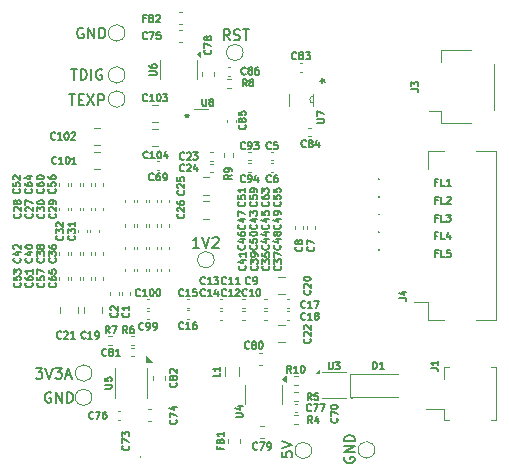
<source format=gbr>
G04 #@! TF.GenerationSoftware,KiCad,Pcbnew,8.0.4*
G04 #@! TF.CreationDate,2025-01-16T23:08:25-08:00*
G04 #@! TF.ProjectId,GMAX4002_MIPI_Breakout,474d4158-3430-4303-925f-4d4950495f42,rev?*
G04 #@! TF.SameCoordinates,Original*
G04 #@! TF.FileFunction,Legend,Top*
G04 #@! TF.FilePolarity,Positive*
%FSLAX46Y46*%
G04 Gerber Fmt 4.6, Leading zero omitted, Abs format (unit mm)*
G04 Created by KiCad (PCBNEW 8.0.4) date 2025-01-16 23:08:25*
%MOMM*%
%LPD*%
G01*
G04 APERTURE LIST*
%ADD10C,0.150000*%
%ADD11C,0.200000*%
%ADD12C,0.120000*%
%ADD13C,0.100000*%
G04 APERTURE END LIST*
D10*
X17550000Y-9169771D02*
X17550000Y-9312628D01*
X17407143Y-9255485D02*
X17550000Y-9312628D01*
X17550000Y-9312628D02*
X17692857Y-9255485D01*
X17464286Y-9426914D02*
X17550000Y-9312628D01*
X17550000Y-9312628D02*
X17635714Y-9426914D01*
D11*
X8764286Y-1948814D02*
X8678572Y-1905957D01*
X8678572Y-1905957D02*
X8550000Y-1905957D01*
X8550000Y-1905957D02*
X8421429Y-1948814D01*
X8421429Y-1948814D02*
X8335714Y-2034528D01*
X8335714Y-2034528D02*
X8292857Y-2120242D01*
X8292857Y-2120242D02*
X8250000Y-2291671D01*
X8250000Y-2291671D02*
X8250000Y-2420242D01*
X8250000Y-2420242D02*
X8292857Y-2591671D01*
X8292857Y-2591671D02*
X8335714Y-2677385D01*
X8335714Y-2677385D02*
X8421429Y-2763100D01*
X8421429Y-2763100D02*
X8550000Y-2805957D01*
X8550000Y-2805957D02*
X8635714Y-2805957D01*
X8635714Y-2805957D02*
X8764286Y-2763100D01*
X8764286Y-2763100D02*
X8807143Y-2720242D01*
X8807143Y-2720242D02*
X8807143Y-2420242D01*
X8807143Y-2420242D02*
X8635714Y-2420242D01*
X9192857Y-2805957D02*
X9192857Y-1905957D01*
X9192857Y-1905957D02*
X9707143Y-2805957D01*
X9707143Y-2805957D02*
X9707143Y-1905957D01*
X10135714Y-2805957D02*
X10135714Y-1905957D01*
X10135714Y-1905957D02*
X10350000Y-1905957D01*
X10350000Y-1905957D02*
X10478571Y-1948814D01*
X10478571Y-1948814D02*
X10564286Y-2034528D01*
X10564286Y-2034528D02*
X10607143Y-2120242D01*
X10607143Y-2120242D02*
X10650000Y-2291671D01*
X10650000Y-2291671D02*
X10650000Y-2420242D01*
X10650000Y-2420242D02*
X10607143Y-2591671D01*
X10607143Y-2591671D02*
X10564286Y-2677385D01*
X10564286Y-2677385D02*
X10478571Y-2763100D01*
X10478571Y-2763100D02*
X10350000Y-2805957D01*
X10350000Y-2805957D02*
X10135714Y-2805957D01*
X30898814Y-38285713D02*
X30855957Y-38371428D01*
X30855957Y-38371428D02*
X30855957Y-38499999D01*
X30855957Y-38499999D02*
X30898814Y-38628570D01*
X30898814Y-38628570D02*
X30984528Y-38714285D01*
X30984528Y-38714285D02*
X31070242Y-38757142D01*
X31070242Y-38757142D02*
X31241671Y-38799999D01*
X31241671Y-38799999D02*
X31370242Y-38799999D01*
X31370242Y-38799999D02*
X31541671Y-38757142D01*
X31541671Y-38757142D02*
X31627385Y-38714285D01*
X31627385Y-38714285D02*
X31713100Y-38628570D01*
X31713100Y-38628570D02*
X31755957Y-38499999D01*
X31755957Y-38499999D02*
X31755957Y-38414285D01*
X31755957Y-38414285D02*
X31713100Y-38285713D01*
X31713100Y-38285713D02*
X31670242Y-38242856D01*
X31670242Y-38242856D02*
X31370242Y-38242856D01*
X31370242Y-38242856D02*
X31370242Y-38414285D01*
X31755957Y-37857142D02*
X30855957Y-37857142D01*
X30855957Y-37857142D02*
X31755957Y-37342856D01*
X31755957Y-37342856D02*
X30855957Y-37342856D01*
X31755957Y-36914285D02*
X30855957Y-36914285D01*
X30855957Y-36914285D02*
X30855957Y-36699999D01*
X30855957Y-36699999D02*
X30898814Y-36571428D01*
X30898814Y-36571428D02*
X30984528Y-36485713D01*
X30984528Y-36485713D02*
X31070242Y-36442856D01*
X31070242Y-36442856D02*
X31241671Y-36399999D01*
X31241671Y-36399999D02*
X31370242Y-36399999D01*
X31370242Y-36399999D02*
X31541671Y-36442856D01*
X31541671Y-36442856D02*
X31627385Y-36485713D01*
X31627385Y-36485713D02*
X31713100Y-36571428D01*
X31713100Y-36571428D02*
X31755957Y-36699999D01*
X31755957Y-36699999D02*
X31755957Y-36914285D01*
X6014286Y-32798814D02*
X5928572Y-32755957D01*
X5928572Y-32755957D02*
X5800000Y-32755957D01*
X5800000Y-32755957D02*
X5671429Y-32798814D01*
X5671429Y-32798814D02*
X5585714Y-32884528D01*
X5585714Y-32884528D02*
X5542857Y-32970242D01*
X5542857Y-32970242D02*
X5500000Y-33141671D01*
X5500000Y-33141671D02*
X5500000Y-33270242D01*
X5500000Y-33270242D02*
X5542857Y-33441671D01*
X5542857Y-33441671D02*
X5585714Y-33527385D01*
X5585714Y-33527385D02*
X5671429Y-33613100D01*
X5671429Y-33613100D02*
X5800000Y-33655957D01*
X5800000Y-33655957D02*
X5885714Y-33655957D01*
X5885714Y-33655957D02*
X6014286Y-33613100D01*
X6014286Y-33613100D02*
X6057143Y-33570242D01*
X6057143Y-33570242D02*
X6057143Y-33270242D01*
X6057143Y-33270242D02*
X5885714Y-33270242D01*
X6442857Y-33655957D02*
X6442857Y-32755957D01*
X6442857Y-32755957D02*
X6957143Y-33655957D01*
X6957143Y-33655957D02*
X6957143Y-32755957D01*
X7385714Y-33655957D02*
X7385714Y-32755957D01*
X7385714Y-32755957D02*
X7600000Y-32755957D01*
X7600000Y-32755957D02*
X7728571Y-32798814D01*
X7728571Y-32798814D02*
X7814286Y-32884528D01*
X7814286Y-32884528D02*
X7857143Y-32970242D01*
X7857143Y-32970242D02*
X7900000Y-33141671D01*
X7900000Y-33141671D02*
X7900000Y-33270242D01*
X7900000Y-33270242D02*
X7857143Y-33441671D01*
X7857143Y-33441671D02*
X7814286Y-33527385D01*
X7814286Y-33527385D02*
X7728571Y-33613100D01*
X7728571Y-33613100D02*
X7600000Y-33655957D01*
X7600000Y-33655957D02*
X7385714Y-33655957D01*
X18592857Y-20555957D02*
X18078571Y-20555957D01*
X18335714Y-20555957D02*
X18335714Y-19655957D01*
X18335714Y-19655957D02*
X18250000Y-19784528D01*
X18250000Y-19784528D02*
X18164285Y-19870242D01*
X18164285Y-19870242D02*
X18078571Y-19913100D01*
X18850000Y-19655957D02*
X19150000Y-20555957D01*
X19150000Y-20555957D02*
X19450000Y-19655957D01*
X19707143Y-19741671D02*
X19750000Y-19698814D01*
X19750000Y-19698814D02*
X19835715Y-19655957D01*
X19835715Y-19655957D02*
X20050000Y-19655957D01*
X20050000Y-19655957D02*
X20135715Y-19698814D01*
X20135715Y-19698814D02*
X20178572Y-19741671D01*
X20178572Y-19741671D02*
X20221429Y-19827385D01*
X20221429Y-19827385D02*
X20221429Y-19913100D01*
X20221429Y-19913100D02*
X20178572Y-20041671D01*
X20178572Y-20041671D02*
X19664286Y-20555957D01*
X19664286Y-20555957D02*
X20221429Y-20555957D01*
X25555957Y-37821428D02*
X25555957Y-38250000D01*
X25555957Y-38250000D02*
X25984528Y-38292857D01*
X25984528Y-38292857D02*
X25941671Y-38250000D01*
X25941671Y-38250000D02*
X25898814Y-38164286D01*
X25898814Y-38164286D02*
X25898814Y-37950000D01*
X25898814Y-37950000D02*
X25941671Y-37864286D01*
X25941671Y-37864286D02*
X25984528Y-37821428D01*
X25984528Y-37821428D02*
X26070242Y-37778571D01*
X26070242Y-37778571D02*
X26284528Y-37778571D01*
X26284528Y-37778571D02*
X26370242Y-37821428D01*
X26370242Y-37821428D02*
X26413100Y-37864286D01*
X26413100Y-37864286D02*
X26455957Y-37950000D01*
X26455957Y-37950000D02*
X26455957Y-38164286D01*
X26455957Y-38164286D02*
X26413100Y-38250000D01*
X26413100Y-38250000D02*
X26370242Y-38292857D01*
X25555957Y-37521428D02*
X26455957Y-37221428D01*
X26455957Y-37221428D02*
X25555957Y-36921428D01*
X4749999Y-30705957D02*
X5307142Y-30705957D01*
X5307142Y-30705957D02*
X5007142Y-31048814D01*
X5007142Y-31048814D02*
X5135713Y-31048814D01*
X5135713Y-31048814D02*
X5221428Y-31091671D01*
X5221428Y-31091671D02*
X5264285Y-31134528D01*
X5264285Y-31134528D02*
X5307142Y-31220242D01*
X5307142Y-31220242D02*
X5307142Y-31434528D01*
X5307142Y-31434528D02*
X5264285Y-31520242D01*
X5264285Y-31520242D02*
X5221428Y-31563100D01*
X5221428Y-31563100D02*
X5135713Y-31605957D01*
X5135713Y-31605957D02*
X4878570Y-31605957D01*
X4878570Y-31605957D02*
X4792856Y-31563100D01*
X4792856Y-31563100D02*
X4749999Y-31520242D01*
X5564285Y-30705957D02*
X5864285Y-31605957D01*
X5864285Y-31605957D02*
X6164285Y-30705957D01*
X6378571Y-30705957D02*
X6935714Y-30705957D01*
X6935714Y-30705957D02*
X6635714Y-31048814D01*
X6635714Y-31048814D02*
X6764285Y-31048814D01*
X6764285Y-31048814D02*
X6850000Y-31091671D01*
X6850000Y-31091671D02*
X6892857Y-31134528D01*
X6892857Y-31134528D02*
X6935714Y-31220242D01*
X6935714Y-31220242D02*
X6935714Y-31434528D01*
X6935714Y-31434528D02*
X6892857Y-31520242D01*
X6892857Y-31520242D02*
X6850000Y-31563100D01*
X6850000Y-31563100D02*
X6764285Y-31605957D01*
X6764285Y-31605957D02*
X6507142Y-31605957D01*
X6507142Y-31605957D02*
X6421428Y-31563100D01*
X6421428Y-31563100D02*
X6378571Y-31520242D01*
X7278571Y-31348814D02*
X7707143Y-31348814D01*
X7192857Y-31605957D02*
X7492857Y-30705957D01*
X7492857Y-30705957D02*
X7792857Y-31605957D01*
X21157143Y-2955957D02*
X20857143Y-2527385D01*
X20642857Y-2955957D02*
X20642857Y-2055957D01*
X20642857Y-2055957D02*
X20985714Y-2055957D01*
X20985714Y-2055957D02*
X21071429Y-2098814D01*
X21071429Y-2098814D02*
X21114286Y-2141671D01*
X21114286Y-2141671D02*
X21157143Y-2227385D01*
X21157143Y-2227385D02*
X21157143Y-2355957D01*
X21157143Y-2355957D02*
X21114286Y-2441671D01*
X21114286Y-2441671D02*
X21071429Y-2484528D01*
X21071429Y-2484528D02*
X20985714Y-2527385D01*
X20985714Y-2527385D02*
X20642857Y-2527385D01*
X21500000Y-2913100D02*
X21628572Y-2955957D01*
X21628572Y-2955957D02*
X21842857Y-2955957D01*
X21842857Y-2955957D02*
X21928572Y-2913100D01*
X21928572Y-2913100D02*
X21971429Y-2870242D01*
X21971429Y-2870242D02*
X22014286Y-2784528D01*
X22014286Y-2784528D02*
X22014286Y-2698814D01*
X22014286Y-2698814D02*
X21971429Y-2613100D01*
X21971429Y-2613100D02*
X21928572Y-2570242D01*
X21928572Y-2570242D02*
X21842857Y-2527385D01*
X21842857Y-2527385D02*
X21671429Y-2484528D01*
X21671429Y-2484528D02*
X21585714Y-2441671D01*
X21585714Y-2441671D02*
X21542857Y-2398814D01*
X21542857Y-2398814D02*
X21500000Y-2313100D01*
X21500000Y-2313100D02*
X21500000Y-2227385D01*
X21500000Y-2227385D02*
X21542857Y-2141671D01*
X21542857Y-2141671D02*
X21585714Y-2098814D01*
X21585714Y-2098814D02*
X21671429Y-2055957D01*
X21671429Y-2055957D02*
X21885714Y-2055957D01*
X21885714Y-2055957D02*
X22014286Y-2098814D01*
X22271429Y-2055957D02*
X22785715Y-2055957D01*
X22528572Y-2955957D02*
X22528572Y-2055957D01*
X7557143Y-7555957D02*
X8071429Y-7555957D01*
X7814286Y-8455957D02*
X7814286Y-7555957D01*
X8371428Y-7984528D02*
X8671428Y-7984528D01*
X8800000Y-8455957D02*
X8371428Y-8455957D01*
X8371428Y-8455957D02*
X8371428Y-7555957D01*
X8371428Y-7555957D02*
X8800000Y-7555957D01*
X9100000Y-7555957D02*
X9700000Y-8455957D01*
X9700000Y-7555957D02*
X9100000Y-8455957D01*
X10042857Y-8455957D02*
X10042857Y-7555957D01*
X10042857Y-7555957D02*
X10385714Y-7555957D01*
X10385714Y-7555957D02*
X10471429Y-7598814D01*
X10471429Y-7598814D02*
X10514286Y-7641671D01*
X10514286Y-7641671D02*
X10557143Y-7727385D01*
X10557143Y-7727385D02*
X10557143Y-7855957D01*
X10557143Y-7855957D02*
X10514286Y-7941671D01*
X10514286Y-7941671D02*
X10471429Y-7984528D01*
X10471429Y-7984528D02*
X10385714Y-8027385D01*
X10385714Y-8027385D02*
X10042857Y-8027385D01*
X7728572Y-5405957D02*
X8242858Y-5405957D01*
X7985715Y-6305957D02*
X7985715Y-5405957D01*
X8542857Y-6305957D02*
X8542857Y-5405957D01*
X8542857Y-5405957D02*
X8757143Y-5405957D01*
X8757143Y-5405957D02*
X8885714Y-5448814D01*
X8885714Y-5448814D02*
X8971429Y-5534528D01*
X8971429Y-5534528D02*
X9014286Y-5620242D01*
X9014286Y-5620242D02*
X9057143Y-5791671D01*
X9057143Y-5791671D02*
X9057143Y-5920242D01*
X9057143Y-5920242D02*
X9014286Y-6091671D01*
X9014286Y-6091671D02*
X8971429Y-6177385D01*
X8971429Y-6177385D02*
X8885714Y-6263100D01*
X8885714Y-6263100D02*
X8757143Y-6305957D01*
X8757143Y-6305957D02*
X8542857Y-6305957D01*
X9442857Y-6305957D02*
X9442857Y-5405957D01*
X10342857Y-5448814D02*
X10257143Y-5405957D01*
X10257143Y-5405957D02*
X10128571Y-5405957D01*
X10128571Y-5405957D02*
X10000000Y-5448814D01*
X10000000Y-5448814D02*
X9914285Y-5534528D01*
X9914285Y-5534528D02*
X9871428Y-5620242D01*
X9871428Y-5620242D02*
X9828571Y-5791671D01*
X9828571Y-5791671D02*
X9828571Y-5920242D01*
X9828571Y-5920242D02*
X9871428Y-6091671D01*
X9871428Y-6091671D02*
X9914285Y-6177385D01*
X9914285Y-6177385D02*
X10000000Y-6263100D01*
X10000000Y-6263100D02*
X10128571Y-6305957D01*
X10128571Y-6305957D02*
X10214285Y-6305957D01*
X10214285Y-6305957D02*
X10342857Y-6263100D01*
X10342857Y-6263100D02*
X10385714Y-6220242D01*
X10385714Y-6220242D02*
X10385714Y-5920242D01*
X10385714Y-5920242D02*
X10214285Y-5920242D01*
D10*
X14714285Y-14762628D02*
X14685713Y-14791200D01*
X14685713Y-14791200D02*
X14599999Y-14819771D01*
X14599999Y-14819771D02*
X14542856Y-14819771D01*
X14542856Y-14819771D02*
X14457142Y-14791200D01*
X14457142Y-14791200D02*
X14399999Y-14734057D01*
X14399999Y-14734057D02*
X14371428Y-14676914D01*
X14371428Y-14676914D02*
X14342856Y-14562628D01*
X14342856Y-14562628D02*
X14342856Y-14476914D01*
X14342856Y-14476914D02*
X14371428Y-14362628D01*
X14371428Y-14362628D02*
X14399999Y-14305485D01*
X14399999Y-14305485D02*
X14457142Y-14248342D01*
X14457142Y-14248342D02*
X14542856Y-14219771D01*
X14542856Y-14219771D02*
X14599999Y-14219771D01*
X14599999Y-14219771D02*
X14685713Y-14248342D01*
X14685713Y-14248342D02*
X14714285Y-14276914D01*
X15228571Y-14219771D02*
X15114285Y-14219771D01*
X15114285Y-14219771D02*
X15057142Y-14248342D01*
X15057142Y-14248342D02*
X15028571Y-14276914D01*
X15028571Y-14276914D02*
X14971428Y-14362628D01*
X14971428Y-14362628D02*
X14942856Y-14476914D01*
X14942856Y-14476914D02*
X14942856Y-14705485D01*
X14942856Y-14705485D02*
X14971428Y-14762628D01*
X14971428Y-14762628D02*
X14999999Y-14791200D01*
X14999999Y-14791200D02*
X15057142Y-14819771D01*
X15057142Y-14819771D02*
X15171428Y-14819771D01*
X15171428Y-14819771D02*
X15228571Y-14791200D01*
X15228571Y-14791200D02*
X15257142Y-14762628D01*
X15257142Y-14762628D02*
X15285713Y-14705485D01*
X15285713Y-14705485D02*
X15285713Y-14562628D01*
X15285713Y-14562628D02*
X15257142Y-14505485D01*
X15257142Y-14505485D02*
X15228571Y-14476914D01*
X15228571Y-14476914D02*
X15171428Y-14448342D01*
X15171428Y-14448342D02*
X15057142Y-14448342D01*
X15057142Y-14448342D02*
X14999999Y-14476914D01*
X14999999Y-14476914D02*
X14971428Y-14505485D01*
X14971428Y-14505485D02*
X14942856Y-14562628D01*
X15571428Y-14819771D02*
X15685714Y-14819771D01*
X15685714Y-14819771D02*
X15742857Y-14791200D01*
X15742857Y-14791200D02*
X15771428Y-14762628D01*
X15771428Y-14762628D02*
X15828571Y-14676914D01*
X15828571Y-14676914D02*
X15857142Y-14562628D01*
X15857142Y-14562628D02*
X15857142Y-14334057D01*
X15857142Y-14334057D02*
X15828571Y-14276914D01*
X15828571Y-14276914D02*
X15800000Y-14248342D01*
X15800000Y-14248342D02*
X15742857Y-14219771D01*
X15742857Y-14219771D02*
X15628571Y-14219771D01*
X15628571Y-14219771D02*
X15571428Y-14248342D01*
X15571428Y-14248342D02*
X15542857Y-14276914D01*
X15542857Y-14276914D02*
X15514285Y-14334057D01*
X15514285Y-14334057D02*
X15514285Y-14476914D01*
X15514285Y-14476914D02*
X15542857Y-14534057D01*
X15542857Y-14534057D02*
X15571428Y-14562628D01*
X15571428Y-14562628D02*
X15628571Y-14591200D01*
X15628571Y-14591200D02*
X15742857Y-14591200D01*
X15742857Y-14591200D02*
X15800000Y-14562628D01*
X15800000Y-14562628D02*
X15828571Y-14534057D01*
X15828571Y-14534057D02*
X15857142Y-14476914D01*
X28569771Y-9957142D02*
X29055485Y-9957142D01*
X29055485Y-9957142D02*
X29112628Y-9928571D01*
X29112628Y-9928571D02*
X29141200Y-9900000D01*
X29141200Y-9900000D02*
X29169771Y-9842857D01*
X29169771Y-9842857D02*
X29169771Y-9728571D01*
X29169771Y-9728571D02*
X29141200Y-9671428D01*
X29141200Y-9671428D02*
X29112628Y-9642857D01*
X29112628Y-9642857D02*
X29055485Y-9614285D01*
X29055485Y-9614285D02*
X28569771Y-9614285D01*
X28569771Y-9385714D02*
X28569771Y-8985714D01*
X28569771Y-8985714D02*
X29169771Y-9242857D01*
X28801819Y-6374399D02*
X29039914Y-6374399D01*
X28944676Y-6612494D02*
X29039914Y-6374399D01*
X29039914Y-6374399D02*
X28944676Y-6136304D01*
X29230390Y-6517256D02*
X29039914Y-6374399D01*
X29039914Y-6374399D02*
X29230390Y-6231542D01*
X28801819Y-6374399D02*
X29039914Y-6374399D01*
X28944676Y-6612494D02*
X29039914Y-6374399D01*
X29039914Y-6374399D02*
X28944676Y-6136304D01*
X29230390Y-6517256D02*
X29039914Y-6374399D01*
X29039914Y-6374399D02*
X29230390Y-6231542D01*
X36539771Y-7100000D02*
X36968342Y-7100000D01*
X36968342Y-7100000D02*
X37054057Y-7128571D01*
X37054057Y-7128571D02*
X37111200Y-7185714D01*
X37111200Y-7185714D02*
X37139771Y-7271428D01*
X37139771Y-7271428D02*
X37139771Y-7328571D01*
X36539771Y-6871428D02*
X36539771Y-6500000D01*
X36539771Y-6500000D02*
X36768342Y-6700000D01*
X36768342Y-6700000D02*
X36768342Y-6614285D01*
X36768342Y-6614285D02*
X36796914Y-6557143D01*
X36796914Y-6557143D02*
X36825485Y-6528571D01*
X36825485Y-6528571D02*
X36882628Y-6500000D01*
X36882628Y-6500000D02*
X37025485Y-6500000D01*
X37025485Y-6500000D02*
X37082628Y-6528571D01*
X37082628Y-6528571D02*
X37111200Y-6557143D01*
X37111200Y-6557143D02*
X37139771Y-6614285D01*
X37139771Y-6614285D02*
X37139771Y-6785714D01*
X37139771Y-6785714D02*
X37111200Y-6842857D01*
X37111200Y-6842857D02*
X37082628Y-6871428D01*
X14050000Y-1105485D02*
X13850000Y-1105485D01*
X13850000Y-1419771D02*
X13850000Y-819771D01*
X13850000Y-819771D02*
X14135714Y-819771D01*
X14564286Y-1105485D02*
X14650000Y-1134057D01*
X14650000Y-1134057D02*
X14678571Y-1162628D01*
X14678571Y-1162628D02*
X14707143Y-1219771D01*
X14707143Y-1219771D02*
X14707143Y-1305485D01*
X14707143Y-1305485D02*
X14678571Y-1362628D01*
X14678571Y-1362628D02*
X14650000Y-1391200D01*
X14650000Y-1391200D02*
X14592857Y-1419771D01*
X14592857Y-1419771D02*
X14364286Y-1419771D01*
X14364286Y-1419771D02*
X14364286Y-819771D01*
X14364286Y-819771D02*
X14564286Y-819771D01*
X14564286Y-819771D02*
X14621429Y-848342D01*
X14621429Y-848342D02*
X14650000Y-876914D01*
X14650000Y-876914D02*
X14678571Y-934057D01*
X14678571Y-934057D02*
X14678571Y-991200D01*
X14678571Y-991200D02*
X14650000Y-1048342D01*
X14650000Y-1048342D02*
X14621429Y-1076914D01*
X14621429Y-1076914D02*
X14564286Y-1105485D01*
X14564286Y-1105485D02*
X14364286Y-1105485D01*
X14935714Y-876914D02*
X14964286Y-848342D01*
X14964286Y-848342D02*
X15021429Y-819771D01*
X15021429Y-819771D02*
X15164286Y-819771D01*
X15164286Y-819771D02*
X15221429Y-848342D01*
X15221429Y-848342D02*
X15250000Y-876914D01*
X15250000Y-876914D02*
X15278571Y-934057D01*
X15278571Y-934057D02*
X15278571Y-991200D01*
X15278571Y-991200D02*
X15250000Y-1076914D01*
X15250000Y-1076914D02*
X14907143Y-1419771D01*
X14907143Y-1419771D02*
X15278571Y-1419771D01*
X14228571Y-12912628D02*
X14199999Y-12941200D01*
X14199999Y-12941200D02*
X14114285Y-12969771D01*
X14114285Y-12969771D02*
X14057142Y-12969771D01*
X14057142Y-12969771D02*
X13971428Y-12941200D01*
X13971428Y-12941200D02*
X13914285Y-12884057D01*
X13914285Y-12884057D02*
X13885714Y-12826914D01*
X13885714Y-12826914D02*
X13857142Y-12712628D01*
X13857142Y-12712628D02*
X13857142Y-12626914D01*
X13857142Y-12626914D02*
X13885714Y-12512628D01*
X13885714Y-12512628D02*
X13914285Y-12455485D01*
X13914285Y-12455485D02*
X13971428Y-12398342D01*
X13971428Y-12398342D02*
X14057142Y-12369771D01*
X14057142Y-12369771D02*
X14114285Y-12369771D01*
X14114285Y-12369771D02*
X14199999Y-12398342D01*
X14199999Y-12398342D02*
X14228571Y-12426914D01*
X14799999Y-12969771D02*
X14457142Y-12969771D01*
X14628571Y-12969771D02*
X14628571Y-12369771D01*
X14628571Y-12369771D02*
X14571428Y-12455485D01*
X14571428Y-12455485D02*
X14514285Y-12512628D01*
X14514285Y-12512628D02*
X14457142Y-12541200D01*
X15171428Y-12369771D02*
X15228571Y-12369771D01*
X15228571Y-12369771D02*
X15285714Y-12398342D01*
X15285714Y-12398342D02*
X15314286Y-12426914D01*
X15314286Y-12426914D02*
X15342857Y-12484057D01*
X15342857Y-12484057D02*
X15371428Y-12598342D01*
X15371428Y-12598342D02*
X15371428Y-12741200D01*
X15371428Y-12741200D02*
X15342857Y-12855485D01*
X15342857Y-12855485D02*
X15314286Y-12912628D01*
X15314286Y-12912628D02*
X15285714Y-12941200D01*
X15285714Y-12941200D02*
X15228571Y-12969771D01*
X15228571Y-12969771D02*
X15171428Y-12969771D01*
X15171428Y-12969771D02*
X15114286Y-12941200D01*
X15114286Y-12941200D02*
X15085714Y-12912628D01*
X15085714Y-12912628D02*
X15057143Y-12855485D01*
X15057143Y-12855485D02*
X15028571Y-12741200D01*
X15028571Y-12741200D02*
X15028571Y-12598342D01*
X15028571Y-12598342D02*
X15057143Y-12484057D01*
X15057143Y-12484057D02*
X15085714Y-12426914D01*
X15085714Y-12426914D02*
X15114286Y-12398342D01*
X15114286Y-12398342D02*
X15171428Y-12369771D01*
X15885715Y-12569771D02*
X15885715Y-12969771D01*
X15742857Y-12341200D02*
X15600000Y-12769771D01*
X15600000Y-12769771D02*
X15971429Y-12769771D01*
X14178571Y-8062628D02*
X14149999Y-8091200D01*
X14149999Y-8091200D02*
X14064285Y-8119771D01*
X14064285Y-8119771D02*
X14007142Y-8119771D01*
X14007142Y-8119771D02*
X13921428Y-8091200D01*
X13921428Y-8091200D02*
X13864285Y-8034057D01*
X13864285Y-8034057D02*
X13835714Y-7976914D01*
X13835714Y-7976914D02*
X13807142Y-7862628D01*
X13807142Y-7862628D02*
X13807142Y-7776914D01*
X13807142Y-7776914D02*
X13835714Y-7662628D01*
X13835714Y-7662628D02*
X13864285Y-7605485D01*
X13864285Y-7605485D02*
X13921428Y-7548342D01*
X13921428Y-7548342D02*
X14007142Y-7519771D01*
X14007142Y-7519771D02*
X14064285Y-7519771D01*
X14064285Y-7519771D02*
X14149999Y-7548342D01*
X14149999Y-7548342D02*
X14178571Y-7576914D01*
X14749999Y-8119771D02*
X14407142Y-8119771D01*
X14578571Y-8119771D02*
X14578571Y-7519771D01*
X14578571Y-7519771D02*
X14521428Y-7605485D01*
X14521428Y-7605485D02*
X14464285Y-7662628D01*
X14464285Y-7662628D02*
X14407142Y-7691200D01*
X15121428Y-7519771D02*
X15178571Y-7519771D01*
X15178571Y-7519771D02*
X15235714Y-7548342D01*
X15235714Y-7548342D02*
X15264286Y-7576914D01*
X15264286Y-7576914D02*
X15292857Y-7634057D01*
X15292857Y-7634057D02*
X15321428Y-7748342D01*
X15321428Y-7748342D02*
X15321428Y-7891200D01*
X15321428Y-7891200D02*
X15292857Y-8005485D01*
X15292857Y-8005485D02*
X15264286Y-8062628D01*
X15264286Y-8062628D02*
X15235714Y-8091200D01*
X15235714Y-8091200D02*
X15178571Y-8119771D01*
X15178571Y-8119771D02*
X15121428Y-8119771D01*
X15121428Y-8119771D02*
X15064286Y-8091200D01*
X15064286Y-8091200D02*
X15035714Y-8062628D01*
X15035714Y-8062628D02*
X15007143Y-8005485D01*
X15007143Y-8005485D02*
X14978571Y-7891200D01*
X14978571Y-7891200D02*
X14978571Y-7748342D01*
X14978571Y-7748342D02*
X15007143Y-7634057D01*
X15007143Y-7634057D02*
X15035714Y-7576914D01*
X15035714Y-7576914D02*
X15064286Y-7548342D01*
X15064286Y-7548342D02*
X15121428Y-7519771D01*
X15521429Y-7519771D02*
X15892857Y-7519771D01*
X15892857Y-7519771D02*
X15692857Y-7748342D01*
X15692857Y-7748342D02*
X15778572Y-7748342D01*
X15778572Y-7748342D02*
X15835715Y-7776914D01*
X15835715Y-7776914D02*
X15864286Y-7805485D01*
X15864286Y-7805485D02*
X15892857Y-7862628D01*
X15892857Y-7862628D02*
X15892857Y-8005485D01*
X15892857Y-8005485D02*
X15864286Y-8062628D01*
X15864286Y-8062628D02*
X15835715Y-8091200D01*
X15835715Y-8091200D02*
X15778572Y-8119771D01*
X15778572Y-8119771D02*
X15607143Y-8119771D01*
X15607143Y-8119771D02*
X15550000Y-8091200D01*
X15550000Y-8091200D02*
X15521429Y-8062628D01*
X6378571Y-11312628D02*
X6349999Y-11341200D01*
X6349999Y-11341200D02*
X6264285Y-11369771D01*
X6264285Y-11369771D02*
X6207142Y-11369771D01*
X6207142Y-11369771D02*
X6121428Y-11341200D01*
X6121428Y-11341200D02*
X6064285Y-11284057D01*
X6064285Y-11284057D02*
X6035714Y-11226914D01*
X6035714Y-11226914D02*
X6007142Y-11112628D01*
X6007142Y-11112628D02*
X6007142Y-11026914D01*
X6007142Y-11026914D02*
X6035714Y-10912628D01*
X6035714Y-10912628D02*
X6064285Y-10855485D01*
X6064285Y-10855485D02*
X6121428Y-10798342D01*
X6121428Y-10798342D02*
X6207142Y-10769771D01*
X6207142Y-10769771D02*
X6264285Y-10769771D01*
X6264285Y-10769771D02*
X6349999Y-10798342D01*
X6349999Y-10798342D02*
X6378571Y-10826914D01*
X6949999Y-11369771D02*
X6607142Y-11369771D01*
X6778571Y-11369771D02*
X6778571Y-10769771D01*
X6778571Y-10769771D02*
X6721428Y-10855485D01*
X6721428Y-10855485D02*
X6664285Y-10912628D01*
X6664285Y-10912628D02*
X6607142Y-10941200D01*
X7321428Y-10769771D02*
X7378571Y-10769771D01*
X7378571Y-10769771D02*
X7435714Y-10798342D01*
X7435714Y-10798342D02*
X7464286Y-10826914D01*
X7464286Y-10826914D02*
X7492857Y-10884057D01*
X7492857Y-10884057D02*
X7521428Y-10998342D01*
X7521428Y-10998342D02*
X7521428Y-11141200D01*
X7521428Y-11141200D02*
X7492857Y-11255485D01*
X7492857Y-11255485D02*
X7464286Y-11312628D01*
X7464286Y-11312628D02*
X7435714Y-11341200D01*
X7435714Y-11341200D02*
X7378571Y-11369771D01*
X7378571Y-11369771D02*
X7321428Y-11369771D01*
X7321428Y-11369771D02*
X7264286Y-11341200D01*
X7264286Y-11341200D02*
X7235714Y-11312628D01*
X7235714Y-11312628D02*
X7207143Y-11255485D01*
X7207143Y-11255485D02*
X7178571Y-11141200D01*
X7178571Y-11141200D02*
X7178571Y-10998342D01*
X7178571Y-10998342D02*
X7207143Y-10884057D01*
X7207143Y-10884057D02*
X7235714Y-10826914D01*
X7235714Y-10826914D02*
X7264286Y-10798342D01*
X7264286Y-10798342D02*
X7321428Y-10769771D01*
X7750000Y-10826914D02*
X7778572Y-10798342D01*
X7778572Y-10798342D02*
X7835715Y-10769771D01*
X7835715Y-10769771D02*
X7978572Y-10769771D01*
X7978572Y-10769771D02*
X8035715Y-10798342D01*
X8035715Y-10798342D02*
X8064286Y-10826914D01*
X8064286Y-10826914D02*
X8092857Y-10884057D01*
X8092857Y-10884057D02*
X8092857Y-10941200D01*
X8092857Y-10941200D02*
X8064286Y-11026914D01*
X8064286Y-11026914D02*
X7721429Y-11369771D01*
X7721429Y-11369771D02*
X8092857Y-11369771D01*
X6478571Y-13362628D02*
X6449999Y-13391200D01*
X6449999Y-13391200D02*
X6364285Y-13419771D01*
X6364285Y-13419771D02*
X6307142Y-13419771D01*
X6307142Y-13419771D02*
X6221428Y-13391200D01*
X6221428Y-13391200D02*
X6164285Y-13334057D01*
X6164285Y-13334057D02*
X6135714Y-13276914D01*
X6135714Y-13276914D02*
X6107142Y-13162628D01*
X6107142Y-13162628D02*
X6107142Y-13076914D01*
X6107142Y-13076914D02*
X6135714Y-12962628D01*
X6135714Y-12962628D02*
X6164285Y-12905485D01*
X6164285Y-12905485D02*
X6221428Y-12848342D01*
X6221428Y-12848342D02*
X6307142Y-12819771D01*
X6307142Y-12819771D02*
X6364285Y-12819771D01*
X6364285Y-12819771D02*
X6449999Y-12848342D01*
X6449999Y-12848342D02*
X6478571Y-12876914D01*
X7049999Y-13419771D02*
X6707142Y-13419771D01*
X6878571Y-13419771D02*
X6878571Y-12819771D01*
X6878571Y-12819771D02*
X6821428Y-12905485D01*
X6821428Y-12905485D02*
X6764285Y-12962628D01*
X6764285Y-12962628D02*
X6707142Y-12991200D01*
X7421428Y-12819771D02*
X7478571Y-12819771D01*
X7478571Y-12819771D02*
X7535714Y-12848342D01*
X7535714Y-12848342D02*
X7564286Y-12876914D01*
X7564286Y-12876914D02*
X7592857Y-12934057D01*
X7592857Y-12934057D02*
X7621428Y-13048342D01*
X7621428Y-13048342D02*
X7621428Y-13191200D01*
X7621428Y-13191200D02*
X7592857Y-13305485D01*
X7592857Y-13305485D02*
X7564286Y-13362628D01*
X7564286Y-13362628D02*
X7535714Y-13391200D01*
X7535714Y-13391200D02*
X7478571Y-13419771D01*
X7478571Y-13419771D02*
X7421428Y-13419771D01*
X7421428Y-13419771D02*
X7364286Y-13391200D01*
X7364286Y-13391200D02*
X7335714Y-13362628D01*
X7335714Y-13362628D02*
X7307143Y-13305485D01*
X7307143Y-13305485D02*
X7278571Y-13191200D01*
X7278571Y-13191200D02*
X7278571Y-13048342D01*
X7278571Y-13048342D02*
X7307143Y-12934057D01*
X7307143Y-12934057D02*
X7335714Y-12876914D01*
X7335714Y-12876914D02*
X7364286Y-12848342D01*
X7364286Y-12848342D02*
X7421428Y-12819771D01*
X8192857Y-13419771D02*
X7850000Y-13419771D01*
X8021429Y-13419771D02*
X8021429Y-12819771D01*
X8021429Y-12819771D02*
X7964286Y-12905485D01*
X7964286Y-12905485D02*
X7907143Y-12962628D01*
X7907143Y-12962628D02*
X7850000Y-12991200D01*
X13578571Y-24562628D02*
X13549999Y-24591200D01*
X13549999Y-24591200D02*
X13464285Y-24619771D01*
X13464285Y-24619771D02*
X13407142Y-24619771D01*
X13407142Y-24619771D02*
X13321428Y-24591200D01*
X13321428Y-24591200D02*
X13264285Y-24534057D01*
X13264285Y-24534057D02*
X13235714Y-24476914D01*
X13235714Y-24476914D02*
X13207142Y-24362628D01*
X13207142Y-24362628D02*
X13207142Y-24276914D01*
X13207142Y-24276914D02*
X13235714Y-24162628D01*
X13235714Y-24162628D02*
X13264285Y-24105485D01*
X13264285Y-24105485D02*
X13321428Y-24048342D01*
X13321428Y-24048342D02*
X13407142Y-24019771D01*
X13407142Y-24019771D02*
X13464285Y-24019771D01*
X13464285Y-24019771D02*
X13549999Y-24048342D01*
X13549999Y-24048342D02*
X13578571Y-24076914D01*
X14149999Y-24619771D02*
X13807142Y-24619771D01*
X13978571Y-24619771D02*
X13978571Y-24019771D01*
X13978571Y-24019771D02*
X13921428Y-24105485D01*
X13921428Y-24105485D02*
X13864285Y-24162628D01*
X13864285Y-24162628D02*
X13807142Y-24191200D01*
X14521428Y-24019771D02*
X14578571Y-24019771D01*
X14578571Y-24019771D02*
X14635714Y-24048342D01*
X14635714Y-24048342D02*
X14664286Y-24076914D01*
X14664286Y-24076914D02*
X14692857Y-24134057D01*
X14692857Y-24134057D02*
X14721428Y-24248342D01*
X14721428Y-24248342D02*
X14721428Y-24391200D01*
X14721428Y-24391200D02*
X14692857Y-24505485D01*
X14692857Y-24505485D02*
X14664286Y-24562628D01*
X14664286Y-24562628D02*
X14635714Y-24591200D01*
X14635714Y-24591200D02*
X14578571Y-24619771D01*
X14578571Y-24619771D02*
X14521428Y-24619771D01*
X14521428Y-24619771D02*
X14464286Y-24591200D01*
X14464286Y-24591200D02*
X14435714Y-24562628D01*
X14435714Y-24562628D02*
X14407143Y-24505485D01*
X14407143Y-24505485D02*
X14378571Y-24391200D01*
X14378571Y-24391200D02*
X14378571Y-24248342D01*
X14378571Y-24248342D02*
X14407143Y-24134057D01*
X14407143Y-24134057D02*
X14435714Y-24076914D01*
X14435714Y-24076914D02*
X14464286Y-24048342D01*
X14464286Y-24048342D02*
X14521428Y-24019771D01*
X15092857Y-24019771D02*
X15150000Y-24019771D01*
X15150000Y-24019771D02*
X15207143Y-24048342D01*
X15207143Y-24048342D02*
X15235715Y-24076914D01*
X15235715Y-24076914D02*
X15264286Y-24134057D01*
X15264286Y-24134057D02*
X15292857Y-24248342D01*
X15292857Y-24248342D02*
X15292857Y-24391200D01*
X15292857Y-24391200D02*
X15264286Y-24505485D01*
X15264286Y-24505485D02*
X15235715Y-24562628D01*
X15235715Y-24562628D02*
X15207143Y-24591200D01*
X15207143Y-24591200D02*
X15150000Y-24619771D01*
X15150000Y-24619771D02*
X15092857Y-24619771D01*
X15092857Y-24619771D02*
X15035715Y-24591200D01*
X15035715Y-24591200D02*
X15007143Y-24562628D01*
X15007143Y-24562628D02*
X14978572Y-24505485D01*
X14978572Y-24505485D02*
X14950000Y-24391200D01*
X14950000Y-24391200D02*
X14950000Y-24248342D01*
X14950000Y-24248342D02*
X14978572Y-24134057D01*
X14978572Y-24134057D02*
X15007143Y-24076914D01*
X15007143Y-24076914D02*
X15035715Y-24048342D01*
X15035715Y-24048342D02*
X15092857Y-24019771D01*
X13864285Y-27412628D02*
X13835713Y-27441200D01*
X13835713Y-27441200D02*
X13749999Y-27469771D01*
X13749999Y-27469771D02*
X13692856Y-27469771D01*
X13692856Y-27469771D02*
X13607142Y-27441200D01*
X13607142Y-27441200D02*
X13549999Y-27384057D01*
X13549999Y-27384057D02*
X13521428Y-27326914D01*
X13521428Y-27326914D02*
X13492856Y-27212628D01*
X13492856Y-27212628D02*
X13492856Y-27126914D01*
X13492856Y-27126914D02*
X13521428Y-27012628D01*
X13521428Y-27012628D02*
X13549999Y-26955485D01*
X13549999Y-26955485D02*
X13607142Y-26898342D01*
X13607142Y-26898342D02*
X13692856Y-26869771D01*
X13692856Y-26869771D02*
X13749999Y-26869771D01*
X13749999Y-26869771D02*
X13835713Y-26898342D01*
X13835713Y-26898342D02*
X13864285Y-26926914D01*
X14149999Y-27469771D02*
X14264285Y-27469771D01*
X14264285Y-27469771D02*
X14321428Y-27441200D01*
X14321428Y-27441200D02*
X14349999Y-27412628D01*
X14349999Y-27412628D02*
X14407142Y-27326914D01*
X14407142Y-27326914D02*
X14435713Y-27212628D01*
X14435713Y-27212628D02*
X14435713Y-26984057D01*
X14435713Y-26984057D02*
X14407142Y-26926914D01*
X14407142Y-26926914D02*
X14378571Y-26898342D01*
X14378571Y-26898342D02*
X14321428Y-26869771D01*
X14321428Y-26869771D02*
X14207142Y-26869771D01*
X14207142Y-26869771D02*
X14149999Y-26898342D01*
X14149999Y-26898342D02*
X14121428Y-26926914D01*
X14121428Y-26926914D02*
X14092856Y-26984057D01*
X14092856Y-26984057D02*
X14092856Y-27126914D01*
X14092856Y-27126914D02*
X14121428Y-27184057D01*
X14121428Y-27184057D02*
X14149999Y-27212628D01*
X14149999Y-27212628D02*
X14207142Y-27241200D01*
X14207142Y-27241200D02*
X14321428Y-27241200D01*
X14321428Y-27241200D02*
X14378571Y-27212628D01*
X14378571Y-27212628D02*
X14407142Y-27184057D01*
X14407142Y-27184057D02*
X14435713Y-27126914D01*
X14721428Y-27469771D02*
X14835714Y-27469771D01*
X14835714Y-27469771D02*
X14892857Y-27441200D01*
X14892857Y-27441200D02*
X14921428Y-27412628D01*
X14921428Y-27412628D02*
X14978571Y-27326914D01*
X14978571Y-27326914D02*
X15007142Y-27212628D01*
X15007142Y-27212628D02*
X15007142Y-26984057D01*
X15007142Y-26984057D02*
X14978571Y-26926914D01*
X14978571Y-26926914D02*
X14950000Y-26898342D01*
X14950000Y-26898342D02*
X14892857Y-26869771D01*
X14892857Y-26869771D02*
X14778571Y-26869771D01*
X14778571Y-26869771D02*
X14721428Y-26898342D01*
X14721428Y-26898342D02*
X14692857Y-26926914D01*
X14692857Y-26926914D02*
X14664285Y-26984057D01*
X14664285Y-26984057D02*
X14664285Y-27126914D01*
X14664285Y-27126914D02*
X14692857Y-27184057D01*
X14692857Y-27184057D02*
X14721428Y-27212628D01*
X14721428Y-27212628D02*
X14778571Y-27241200D01*
X14778571Y-27241200D02*
X14892857Y-27241200D01*
X14892857Y-27241200D02*
X14950000Y-27212628D01*
X14950000Y-27212628D02*
X14978571Y-27184057D01*
X14978571Y-27184057D02*
X15007142Y-27126914D01*
X22464285Y-14912628D02*
X22435713Y-14941200D01*
X22435713Y-14941200D02*
X22349999Y-14969771D01*
X22349999Y-14969771D02*
X22292856Y-14969771D01*
X22292856Y-14969771D02*
X22207142Y-14941200D01*
X22207142Y-14941200D02*
X22149999Y-14884057D01*
X22149999Y-14884057D02*
X22121428Y-14826914D01*
X22121428Y-14826914D02*
X22092856Y-14712628D01*
X22092856Y-14712628D02*
X22092856Y-14626914D01*
X22092856Y-14626914D02*
X22121428Y-14512628D01*
X22121428Y-14512628D02*
X22149999Y-14455485D01*
X22149999Y-14455485D02*
X22207142Y-14398342D01*
X22207142Y-14398342D02*
X22292856Y-14369771D01*
X22292856Y-14369771D02*
X22349999Y-14369771D01*
X22349999Y-14369771D02*
X22435713Y-14398342D01*
X22435713Y-14398342D02*
X22464285Y-14426914D01*
X22749999Y-14969771D02*
X22864285Y-14969771D01*
X22864285Y-14969771D02*
X22921428Y-14941200D01*
X22921428Y-14941200D02*
X22949999Y-14912628D01*
X22949999Y-14912628D02*
X23007142Y-14826914D01*
X23007142Y-14826914D02*
X23035713Y-14712628D01*
X23035713Y-14712628D02*
X23035713Y-14484057D01*
X23035713Y-14484057D02*
X23007142Y-14426914D01*
X23007142Y-14426914D02*
X22978571Y-14398342D01*
X22978571Y-14398342D02*
X22921428Y-14369771D01*
X22921428Y-14369771D02*
X22807142Y-14369771D01*
X22807142Y-14369771D02*
X22749999Y-14398342D01*
X22749999Y-14398342D02*
X22721428Y-14426914D01*
X22721428Y-14426914D02*
X22692856Y-14484057D01*
X22692856Y-14484057D02*
X22692856Y-14626914D01*
X22692856Y-14626914D02*
X22721428Y-14684057D01*
X22721428Y-14684057D02*
X22749999Y-14712628D01*
X22749999Y-14712628D02*
X22807142Y-14741200D01*
X22807142Y-14741200D02*
X22921428Y-14741200D01*
X22921428Y-14741200D02*
X22978571Y-14712628D01*
X22978571Y-14712628D02*
X23007142Y-14684057D01*
X23007142Y-14684057D02*
X23035713Y-14626914D01*
X23550000Y-14569771D02*
X23550000Y-14969771D01*
X23407142Y-14341200D02*
X23264285Y-14769771D01*
X23264285Y-14769771D02*
X23635714Y-14769771D01*
X22464285Y-12122628D02*
X22435713Y-12151200D01*
X22435713Y-12151200D02*
X22349999Y-12179771D01*
X22349999Y-12179771D02*
X22292856Y-12179771D01*
X22292856Y-12179771D02*
X22207142Y-12151200D01*
X22207142Y-12151200D02*
X22149999Y-12094057D01*
X22149999Y-12094057D02*
X22121428Y-12036914D01*
X22121428Y-12036914D02*
X22092856Y-11922628D01*
X22092856Y-11922628D02*
X22092856Y-11836914D01*
X22092856Y-11836914D02*
X22121428Y-11722628D01*
X22121428Y-11722628D02*
X22149999Y-11665485D01*
X22149999Y-11665485D02*
X22207142Y-11608342D01*
X22207142Y-11608342D02*
X22292856Y-11579771D01*
X22292856Y-11579771D02*
X22349999Y-11579771D01*
X22349999Y-11579771D02*
X22435713Y-11608342D01*
X22435713Y-11608342D02*
X22464285Y-11636914D01*
X22749999Y-12179771D02*
X22864285Y-12179771D01*
X22864285Y-12179771D02*
X22921428Y-12151200D01*
X22921428Y-12151200D02*
X22949999Y-12122628D01*
X22949999Y-12122628D02*
X23007142Y-12036914D01*
X23007142Y-12036914D02*
X23035713Y-11922628D01*
X23035713Y-11922628D02*
X23035713Y-11694057D01*
X23035713Y-11694057D02*
X23007142Y-11636914D01*
X23007142Y-11636914D02*
X22978571Y-11608342D01*
X22978571Y-11608342D02*
X22921428Y-11579771D01*
X22921428Y-11579771D02*
X22807142Y-11579771D01*
X22807142Y-11579771D02*
X22749999Y-11608342D01*
X22749999Y-11608342D02*
X22721428Y-11636914D01*
X22721428Y-11636914D02*
X22692856Y-11694057D01*
X22692856Y-11694057D02*
X22692856Y-11836914D01*
X22692856Y-11836914D02*
X22721428Y-11894057D01*
X22721428Y-11894057D02*
X22749999Y-11922628D01*
X22749999Y-11922628D02*
X22807142Y-11951200D01*
X22807142Y-11951200D02*
X22921428Y-11951200D01*
X22921428Y-11951200D02*
X22978571Y-11922628D01*
X22978571Y-11922628D02*
X23007142Y-11894057D01*
X23007142Y-11894057D02*
X23035713Y-11836914D01*
X23235714Y-11579771D02*
X23607142Y-11579771D01*
X23607142Y-11579771D02*
X23407142Y-11808342D01*
X23407142Y-11808342D02*
X23492857Y-11808342D01*
X23492857Y-11808342D02*
X23550000Y-11836914D01*
X23550000Y-11836914D02*
X23578571Y-11865485D01*
X23578571Y-11865485D02*
X23607142Y-11922628D01*
X23607142Y-11922628D02*
X23607142Y-12065485D01*
X23607142Y-12065485D02*
X23578571Y-12122628D01*
X23578571Y-12122628D02*
X23550000Y-12151200D01*
X23550000Y-12151200D02*
X23492857Y-12179771D01*
X23492857Y-12179771D02*
X23321428Y-12179771D01*
X23321428Y-12179771D02*
X23264285Y-12151200D01*
X23264285Y-12151200D02*
X23235714Y-12122628D01*
X6412628Y-23515714D02*
X6441200Y-23544286D01*
X6441200Y-23544286D02*
X6469771Y-23630000D01*
X6469771Y-23630000D02*
X6469771Y-23687143D01*
X6469771Y-23687143D02*
X6441200Y-23772857D01*
X6441200Y-23772857D02*
X6384057Y-23830000D01*
X6384057Y-23830000D02*
X6326914Y-23858571D01*
X6326914Y-23858571D02*
X6212628Y-23887143D01*
X6212628Y-23887143D02*
X6126914Y-23887143D01*
X6126914Y-23887143D02*
X6012628Y-23858571D01*
X6012628Y-23858571D02*
X5955485Y-23830000D01*
X5955485Y-23830000D02*
X5898342Y-23772857D01*
X5898342Y-23772857D02*
X5869771Y-23687143D01*
X5869771Y-23687143D02*
X5869771Y-23630000D01*
X5869771Y-23630000D02*
X5898342Y-23544286D01*
X5898342Y-23544286D02*
X5926914Y-23515714D01*
X5869771Y-23001429D02*
X5869771Y-23115714D01*
X5869771Y-23115714D02*
X5898342Y-23172857D01*
X5898342Y-23172857D02*
X5926914Y-23201429D01*
X5926914Y-23201429D02*
X6012628Y-23258571D01*
X6012628Y-23258571D02*
X6126914Y-23287143D01*
X6126914Y-23287143D02*
X6355485Y-23287143D01*
X6355485Y-23287143D02*
X6412628Y-23258571D01*
X6412628Y-23258571D02*
X6441200Y-23230000D01*
X6441200Y-23230000D02*
X6469771Y-23172857D01*
X6469771Y-23172857D02*
X6469771Y-23058571D01*
X6469771Y-23058571D02*
X6441200Y-23001429D01*
X6441200Y-23001429D02*
X6412628Y-22972857D01*
X6412628Y-22972857D02*
X6355485Y-22944286D01*
X6355485Y-22944286D02*
X6212628Y-22944286D01*
X6212628Y-22944286D02*
X6155485Y-22972857D01*
X6155485Y-22972857D02*
X6126914Y-23001429D01*
X6126914Y-23001429D02*
X6098342Y-23058571D01*
X6098342Y-23058571D02*
X6098342Y-23172857D01*
X6098342Y-23172857D02*
X6126914Y-23230000D01*
X6126914Y-23230000D02*
X6155485Y-23258571D01*
X6155485Y-23258571D02*
X6212628Y-23287143D01*
X5869771Y-22401428D02*
X5869771Y-22687142D01*
X5869771Y-22687142D02*
X6155485Y-22715714D01*
X6155485Y-22715714D02*
X6126914Y-22687142D01*
X6126914Y-22687142D02*
X6098342Y-22630000D01*
X6098342Y-22630000D02*
X6098342Y-22487142D01*
X6098342Y-22487142D02*
X6126914Y-22430000D01*
X6126914Y-22430000D02*
X6155485Y-22401428D01*
X6155485Y-22401428D02*
X6212628Y-22372857D01*
X6212628Y-22372857D02*
X6355485Y-22372857D01*
X6355485Y-22372857D02*
X6412628Y-22401428D01*
X6412628Y-22401428D02*
X6441200Y-22430000D01*
X6441200Y-22430000D02*
X6469771Y-22487142D01*
X6469771Y-22487142D02*
X6469771Y-22630000D01*
X6469771Y-22630000D02*
X6441200Y-22687142D01*
X6441200Y-22687142D02*
X6412628Y-22715714D01*
X5412628Y-23515714D02*
X5441200Y-23544286D01*
X5441200Y-23544286D02*
X5469771Y-23630000D01*
X5469771Y-23630000D02*
X5469771Y-23687143D01*
X5469771Y-23687143D02*
X5441200Y-23772857D01*
X5441200Y-23772857D02*
X5384057Y-23830000D01*
X5384057Y-23830000D02*
X5326914Y-23858571D01*
X5326914Y-23858571D02*
X5212628Y-23887143D01*
X5212628Y-23887143D02*
X5126914Y-23887143D01*
X5126914Y-23887143D02*
X5012628Y-23858571D01*
X5012628Y-23858571D02*
X4955485Y-23830000D01*
X4955485Y-23830000D02*
X4898342Y-23772857D01*
X4898342Y-23772857D02*
X4869771Y-23687143D01*
X4869771Y-23687143D02*
X4869771Y-23630000D01*
X4869771Y-23630000D02*
X4898342Y-23544286D01*
X4898342Y-23544286D02*
X4926914Y-23515714D01*
X4869771Y-22972857D02*
X4869771Y-23258571D01*
X4869771Y-23258571D02*
X5155485Y-23287143D01*
X5155485Y-23287143D02*
X5126914Y-23258571D01*
X5126914Y-23258571D02*
X5098342Y-23201429D01*
X5098342Y-23201429D02*
X5098342Y-23058571D01*
X5098342Y-23058571D02*
X5126914Y-23001429D01*
X5126914Y-23001429D02*
X5155485Y-22972857D01*
X5155485Y-22972857D02*
X5212628Y-22944286D01*
X5212628Y-22944286D02*
X5355485Y-22944286D01*
X5355485Y-22944286D02*
X5412628Y-22972857D01*
X5412628Y-22972857D02*
X5441200Y-23001429D01*
X5441200Y-23001429D02*
X5469771Y-23058571D01*
X5469771Y-23058571D02*
X5469771Y-23201429D01*
X5469771Y-23201429D02*
X5441200Y-23258571D01*
X5441200Y-23258571D02*
X5412628Y-23287143D01*
X4869771Y-22744285D02*
X4869771Y-22344285D01*
X4869771Y-22344285D02*
X5469771Y-22601428D01*
X4362628Y-15555714D02*
X4391200Y-15584286D01*
X4391200Y-15584286D02*
X4419771Y-15670000D01*
X4419771Y-15670000D02*
X4419771Y-15727143D01*
X4419771Y-15727143D02*
X4391200Y-15812857D01*
X4391200Y-15812857D02*
X4334057Y-15870000D01*
X4334057Y-15870000D02*
X4276914Y-15898571D01*
X4276914Y-15898571D02*
X4162628Y-15927143D01*
X4162628Y-15927143D02*
X4076914Y-15927143D01*
X4076914Y-15927143D02*
X3962628Y-15898571D01*
X3962628Y-15898571D02*
X3905485Y-15870000D01*
X3905485Y-15870000D02*
X3848342Y-15812857D01*
X3848342Y-15812857D02*
X3819771Y-15727143D01*
X3819771Y-15727143D02*
X3819771Y-15670000D01*
X3819771Y-15670000D02*
X3848342Y-15584286D01*
X3848342Y-15584286D02*
X3876914Y-15555714D01*
X3819771Y-15041429D02*
X3819771Y-15155714D01*
X3819771Y-15155714D02*
X3848342Y-15212857D01*
X3848342Y-15212857D02*
X3876914Y-15241429D01*
X3876914Y-15241429D02*
X3962628Y-15298571D01*
X3962628Y-15298571D02*
X4076914Y-15327143D01*
X4076914Y-15327143D02*
X4305485Y-15327143D01*
X4305485Y-15327143D02*
X4362628Y-15298571D01*
X4362628Y-15298571D02*
X4391200Y-15270000D01*
X4391200Y-15270000D02*
X4419771Y-15212857D01*
X4419771Y-15212857D02*
X4419771Y-15098571D01*
X4419771Y-15098571D02*
X4391200Y-15041429D01*
X4391200Y-15041429D02*
X4362628Y-15012857D01*
X4362628Y-15012857D02*
X4305485Y-14984286D01*
X4305485Y-14984286D02*
X4162628Y-14984286D01*
X4162628Y-14984286D02*
X4105485Y-15012857D01*
X4105485Y-15012857D02*
X4076914Y-15041429D01*
X4076914Y-15041429D02*
X4048342Y-15098571D01*
X4048342Y-15098571D02*
X4048342Y-15212857D01*
X4048342Y-15212857D02*
X4076914Y-15270000D01*
X4076914Y-15270000D02*
X4105485Y-15298571D01*
X4105485Y-15298571D02*
X4162628Y-15327143D01*
X4019771Y-14470000D02*
X4419771Y-14470000D01*
X3791200Y-14612857D02*
X4219771Y-14755714D01*
X4219771Y-14755714D02*
X4219771Y-14384285D01*
X24422628Y-16645714D02*
X24451200Y-16674286D01*
X24451200Y-16674286D02*
X24479771Y-16760000D01*
X24479771Y-16760000D02*
X24479771Y-16817143D01*
X24479771Y-16817143D02*
X24451200Y-16902857D01*
X24451200Y-16902857D02*
X24394057Y-16960000D01*
X24394057Y-16960000D02*
X24336914Y-16988571D01*
X24336914Y-16988571D02*
X24222628Y-17017143D01*
X24222628Y-17017143D02*
X24136914Y-17017143D01*
X24136914Y-17017143D02*
X24022628Y-16988571D01*
X24022628Y-16988571D02*
X23965485Y-16960000D01*
X23965485Y-16960000D02*
X23908342Y-16902857D01*
X23908342Y-16902857D02*
X23879771Y-16817143D01*
X23879771Y-16817143D02*
X23879771Y-16760000D01*
X23879771Y-16760000D02*
X23908342Y-16674286D01*
X23908342Y-16674286D02*
X23936914Y-16645714D01*
X23879771Y-16131429D02*
X23879771Y-16245714D01*
X23879771Y-16245714D02*
X23908342Y-16302857D01*
X23908342Y-16302857D02*
X23936914Y-16331429D01*
X23936914Y-16331429D02*
X24022628Y-16388571D01*
X24022628Y-16388571D02*
X24136914Y-16417143D01*
X24136914Y-16417143D02*
X24365485Y-16417143D01*
X24365485Y-16417143D02*
X24422628Y-16388571D01*
X24422628Y-16388571D02*
X24451200Y-16360000D01*
X24451200Y-16360000D02*
X24479771Y-16302857D01*
X24479771Y-16302857D02*
X24479771Y-16188571D01*
X24479771Y-16188571D02*
X24451200Y-16131429D01*
X24451200Y-16131429D02*
X24422628Y-16102857D01*
X24422628Y-16102857D02*
X24365485Y-16074286D01*
X24365485Y-16074286D02*
X24222628Y-16074286D01*
X24222628Y-16074286D02*
X24165485Y-16102857D01*
X24165485Y-16102857D02*
X24136914Y-16131429D01*
X24136914Y-16131429D02*
X24108342Y-16188571D01*
X24108342Y-16188571D02*
X24108342Y-16302857D01*
X24108342Y-16302857D02*
X24136914Y-16360000D01*
X24136914Y-16360000D02*
X24165485Y-16388571D01*
X24165485Y-16388571D02*
X24222628Y-16417143D01*
X23879771Y-15874285D02*
X23879771Y-15502857D01*
X23879771Y-15502857D02*
X24108342Y-15702857D01*
X24108342Y-15702857D02*
X24108342Y-15617142D01*
X24108342Y-15617142D02*
X24136914Y-15560000D01*
X24136914Y-15560000D02*
X24165485Y-15531428D01*
X24165485Y-15531428D02*
X24222628Y-15502857D01*
X24222628Y-15502857D02*
X24365485Y-15502857D01*
X24365485Y-15502857D02*
X24422628Y-15531428D01*
X24422628Y-15531428D02*
X24451200Y-15560000D01*
X24451200Y-15560000D02*
X24479771Y-15617142D01*
X24479771Y-15617142D02*
X24479771Y-15788571D01*
X24479771Y-15788571D02*
X24451200Y-15845714D01*
X24451200Y-15845714D02*
X24422628Y-15874285D01*
X6362628Y-15555714D02*
X6391200Y-15584286D01*
X6391200Y-15584286D02*
X6419771Y-15670000D01*
X6419771Y-15670000D02*
X6419771Y-15727143D01*
X6419771Y-15727143D02*
X6391200Y-15812857D01*
X6391200Y-15812857D02*
X6334057Y-15870000D01*
X6334057Y-15870000D02*
X6276914Y-15898571D01*
X6276914Y-15898571D02*
X6162628Y-15927143D01*
X6162628Y-15927143D02*
X6076914Y-15927143D01*
X6076914Y-15927143D02*
X5962628Y-15898571D01*
X5962628Y-15898571D02*
X5905485Y-15870000D01*
X5905485Y-15870000D02*
X5848342Y-15812857D01*
X5848342Y-15812857D02*
X5819771Y-15727143D01*
X5819771Y-15727143D02*
X5819771Y-15670000D01*
X5819771Y-15670000D02*
X5848342Y-15584286D01*
X5848342Y-15584286D02*
X5876914Y-15555714D01*
X5819771Y-15012857D02*
X5819771Y-15298571D01*
X5819771Y-15298571D02*
X6105485Y-15327143D01*
X6105485Y-15327143D02*
X6076914Y-15298571D01*
X6076914Y-15298571D02*
X6048342Y-15241429D01*
X6048342Y-15241429D02*
X6048342Y-15098571D01*
X6048342Y-15098571D02*
X6076914Y-15041429D01*
X6076914Y-15041429D02*
X6105485Y-15012857D01*
X6105485Y-15012857D02*
X6162628Y-14984286D01*
X6162628Y-14984286D02*
X6305485Y-14984286D01*
X6305485Y-14984286D02*
X6362628Y-15012857D01*
X6362628Y-15012857D02*
X6391200Y-15041429D01*
X6391200Y-15041429D02*
X6419771Y-15098571D01*
X6419771Y-15098571D02*
X6419771Y-15241429D01*
X6419771Y-15241429D02*
X6391200Y-15298571D01*
X6391200Y-15298571D02*
X6362628Y-15327143D01*
X5819771Y-14470000D02*
X5819771Y-14584285D01*
X5819771Y-14584285D02*
X5848342Y-14641428D01*
X5848342Y-14641428D02*
X5876914Y-14670000D01*
X5876914Y-14670000D02*
X5962628Y-14727142D01*
X5962628Y-14727142D02*
X6076914Y-14755714D01*
X6076914Y-14755714D02*
X6305485Y-14755714D01*
X6305485Y-14755714D02*
X6362628Y-14727142D01*
X6362628Y-14727142D02*
X6391200Y-14698571D01*
X6391200Y-14698571D02*
X6419771Y-14641428D01*
X6419771Y-14641428D02*
X6419771Y-14527142D01*
X6419771Y-14527142D02*
X6391200Y-14470000D01*
X6391200Y-14470000D02*
X6362628Y-14441428D01*
X6362628Y-14441428D02*
X6305485Y-14412857D01*
X6305485Y-14412857D02*
X6162628Y-14412857D01*
X6162628Y-14412857D02*
X6105485Y-14441428D01*
X6105485Y-14441428D02*
X6076914Y-14470000D01*
X6076914Y-14470000D02*
X6048342Y-14527142D01*
X6048342Y-14527142D02*
X6048342Y-14641428D01*
X6048342Y-14641428D02*
X6076914Y-14698571D01*
X6076914Y-14698571D02*
X6105485Y-14727142D01*
X6105485Y-14727142D02*
X6162628Y-14755714D01*
X25422628Y-16645714D02*
X25451200Y-16674286D01*
X25451200Y-16674286D02*
X25479771Y-16760000D01*
X25479771Y-16760000D02*
X25479771Y-16817143D01*
X25479771Y-16817143D02*
X25451200Y-16902857D01*
X25451200Y-16902857D02*
X25394057Y-16960000D01*
X25394057Y-16960000D02*
X25336914Y-16988571D01*
X25336914Y-16988571D02*
X25222628Y-17017143D01*
X25222628Y-17017143D02*
X25136914Y-17017143D01*
X25136914Y-17017143D02*
X25022628Y-16988571D01*
X25022628Y-16988571D02*
X24965485Y-16960000D01*
X24965485Y-16960000D02*
X24908342Y-16902857D01*
X24908342Y-16902857D02*
X24879771Y-16817143D01*
X24879771Y-16817143D02*
X24879771Y-16760000D01*
X24879771Y-16760000D02*
X24908342Y-16674286D01*
X24908342Y-16674286D02*
X24936914Y-16645714D01*
X24879771Y-16102857D02*
X24879771Y-16388571D01*
X24879771Y-16388571D02*
X25165485Y-16417143D01*
X25165485Y-16417143D02*
X25136914Y-16388571D01*
X25136914Y-16388571D02*
X25108342Y-16331429D01*
X25108342Y-16331429D02*
X25108342Y-16188571D01*
X25108342Y-16188571D02*
X25136914Y-16131429D01*
X25136914Y-16131429D02*
X25165485Y-16102857D01*
X25165485Y-16102857D02*
X25222628Y-16074286D01*
X25222628Y-16074286D02*
X25365485Y-16074286D01*
X25365485Y-16074286D02*
X25422628Y-16102857D01*
X25422628Y-16102857D02*
X25451200Y-16131429D01*
X25451200Y-16131429D02*
X25479771Y-16188571D01*
X25479771Y-16188571D02*
X25479771Y-16331429D01*
X25479771Y-16331429D02*
X25451200Y-16388571D01*
X25451200Y-16388571D02*
X25422628Y-16417143D01*
X24879771Y-15531428D02*
X24879771Y-15817142D01*
X24879771Y-15817142D02*
X25165485Y-15845714D01*
X25165485Y-15845714D02*
X25136914Y-15817142D01*
X25136914Y-15817142D02*
X25108342Y-15760000D01*
X25108342Y-15760000D02*
X25108342Y-15617142D01*
X25108342Y-15617142D02*
X25136914Y-15560000D01*
X25136914Y-15560000D02*
X25165485Y-15531428D01*
X25165485Y-15531428D02*
X25222628Y-15502857D01*
X25222628Y-15502857D02*
X25365485Y-15502857D01*
X25365485Y-15502857D02*
X25422628Y-15531428D01*
X25422628Y-15531428D02*
X25451200Y-15560000D01*
X25451200Y-15560000D02*
X25479771Y-15617142D01*
X25479771Y-15617142D02*
X25479771Y-15760000D01*
X25479771Y-15760000D02*
X25451200Y-15817142D01*
X25451200Y-15817142D02*
X25422628Y-15845714D01*
X23422628Y-20325714D02*
X23451200Y-20354286D01*
X23451200Y-20354286D02*
X23479771Y-20440000D01*
X23479771Y-20440000D02*
X23479771Y-20497143D01*
X23479771Y-20497143D02*
X23451200Y-20582857D01*
X23451200Y-20582857D02*
X23394057Y-20640000D01*
X23394057Y-20640000D02*
X23336914Y-20668571D01*
X23336914Y-20668571D02*
X23222628Y-20697143D01*
X23222628Y-20697143D02*
X23136914Y-20697143D01*
X23136914Y-20697143D02*
X23022628Y-20668571D01*
X23022628Y-20668571D02*
X22965485Y-20640000D01*
X22965485Y-20640000D02*
X22908342Y-20582857D01*
X22908342Y-20582857D02*
X22879771Y-20497143D01*
X22879771Y-20497143D02*
X22879771Y-20440000D01*
X22879771Y-20440000D02*
X22908342Y-20354286D01*
X22908342Y-20354286D02*
X22936914Y-20325714D01*
X22879771Y-19782857D02*
X22879771Y-20068571D01*
X22879771Y-20068571D02*
X23165485Y-20097143D01*
X23165485Y-20097143D02*
X23136914Y-20068571D01*
X23136914Y-20068571D02*
X23108342Y-20011429D01*
X23108342Y-20011429D02*
X23108342Y-19868571D01*
X23108342Y-19868571D02*
X23136914Y-19811429D01*
X23136914Y-19811429D02*
X23165485Y-19782857D01*
X23165485Y-19782857D02*
X23222628Y-19754286D01*
X23222628Y-19754286D02*
X23365485Y-19754286D01*
X23365485Y-19754286D02*
X23422628Y-19782857D01*
X23422628Y-19782857D02*
X23451200Y-19811429D01*
X23451200Y-19811429D02*
X23479771Y-19868571D01*
X23479771Y-19868571D02*
X23479771Y-20011429D01*
X23479771Y-20011429D02*
X23451200Y-20068571D01*
X23451200Y-20068571D02*
X23422628Y-20097143D01*
X22879771Y-19382857D02*
X22879771Y-19325714D01*
X22879771Y-19325714D02*
X22908342Y-19268571D01*
X22908342Y-19268571D02*
X22936914Y-19240000D01*
X22936914Y-19240000D02*
X22994057Y-19211428D01*
X22994057Y-19211428D02*
X23108342Y-19182857D01*
X23108342Y-19182857D02*
X23251200Y-19182857D01*
X23251200Y-19182857D02*
X23365485Y-19211428D01*
X23365485Y-19211428D02*
X23422628Y-19240000D01*
X23422628Y-19240000D02*
X23451200Y-19268571D01*
X23451200Y-19268571D02*
X23479771Y-19325714D01*
X23479771Y-19325714D02*
X23479771Y-19382857D01*
X23479771Y-19382857D02*
X23451200Y-19440000D01*
X23451200Y-19440000D02*
X23422628Y-19468571D01*
X23422628Y-19468571D02*
X23365485Y-19497142D01*
X23365485Y-19497142D02*
X23251200Y-19525714D01*
X23251200Y-19525714D02*
X23108342Y-19525714D01*
X23108342Y-19525714D02*
X22994057Y-19497142D01*
X22994057Y-19497142D02*
X22936914Y-19468571D01*
X22936914Y-19468571D02*
X22908342Y-19440000D01*
X22908342Y-19440000D02*
X22879771Y-19382857D01*
X25422628Y-18575714D02*
X25451200Y-18604286D01*
X25451200Y-18604286D02*
X25479771Y-18690000D01*
X25479771Y-18690000D02*
X25479771Y-18747143D01*
X25479771Y-18747143D02*
X25451200Y-18832857D01*
X25451200Y-18832857D02*
X25394057Y-18890000D01*
X25394057Y-18890000D02*
X25336914Y-18918571D01*
X25336914Y-18918571D02*
X25222628Y-18947143D01*
X25222628Y-18947143D02*
X25136914Y-18947143D01*
X25136914Y-18947143D02*
X25022628Y-18918571D01*
X25022628Y-18918571D02*
X24965485Y-18890000D01*
X24965485Y-18890000D02*
X24908342Y-18832857D01*
X24908342Y-18832857D02*
X24879771Y-18747143D01*
X24879771Y-18747143D02*
X24879771Y-18690000D01*
X24879771Y-18690000D02*
X24908342Y-18604286D01*
X24908342Y-18604286D02*
X24936914Y-18575714D01*
X25079771Y-18061429D02*
X25479771Y-18061429D01*
X24851200Y-18204286D02*
X25279771Y-18347143D01*
X25279771Y-18347143D02*
X25279771Y-17975714D01*
X25479771Y-17718571D02*
X25479771Y-17604285D01*
X25479771Y-17604285D02*
X25451200Y-17547142D01*
X25451200Y-17547142D02*
X25422628Y-17518571D01*
X25422628Y-17518571D02*
X25336914Y-17461428D01*
X25336914Y-17461428D02*
X25222628Y-17432857D01*
X25222628Y-17432857D02*
X24994057Y-17432857D01*
X24994057Y-17432857D02*
X24936914Y-17461428D01*
X24936914Y-17461428D02*
X24908342Y-17490000D01*
X24908342Y-17490000D02*
X24879771Y-17547142D01*
X24879771Y-17547142D02*
X24879771Y-17661428D01*
X24879771Y-17661428D02*
X24908342Y-17718571D01*
X24908342Y-17718571D02*
X24936914Y-17747142D01*
X24936914Y-17747142D02*
X24994057Y-17775714D01*
X24994057Y-17775714D02*
X25136914Y-17775714D01*
X25136914Y-17775714D02*
X25194057Y-17747142D01*
X25194057Y-17747142D02*
X25222628Y-17718571D01*
X25222628Y-17718571D02*
X25251200Y-17661428D01*
X25251200Y-17661428D02*
X25251200Y-17547142D01*
X25251200Y-17547142D02*
X25222628Y-17490000D01*
X25222628Y-17490000D02*
X25194057Y-17461428D01*
X25194057Y-17461428D02*
X25136914Y-17432857D01*
X22422628Y-20325714D02*
X22451200Y-20354286D01*
X22451200Y-20354286D02*
X22479771Y-20440000D01*
X22479771Y-20440000D02*
X22479771Y-20497143D01*
X22479771Y-20497143D02*
X22451200Y-20582857D01*
X22451200Y-20582857D02*
X22394057Y-20640000D01*
X22394057Y-20640000D02*
X22336914Y-20668571D01*
X22336914Y-20668571D02*
X22222628Y-20697143D01*
X22222628Y-20697143D02*
X22136914Y-20697143D01*
X22136914Y-20697143D02*
X22022628Y-20668571D01*
X22022628Y-20668571D02*
X21965485Y-20640000D01*
X21965485Y-20640000D02*
X21908342Y-20582857D01*
X21908342Y-20582857D02*
X21879771Y-20497143D01*
X21879771Y-20497143D02*
X21879771Y-20440000D01*
X21879771Y-20440000D02*
X21908342Y-20354286D01*
X21908342Y-20354286D02*
X21936914Y-20325714D01*
X22079771Y-19811429D02*
X22479771Y-19811429D01*
X21851200Y-19954286D02*
X22279771Y-20097143D01*
X22279771Y-20097143D02*
X22279771Y-19725714D01*
X21879771Y-19240000D02*
X21879771Y-19354285D01*
X21879771Y-19354285D02*
X21908342Y-19411428D01*
X21908342Y-19411428D02*
X21936914Y-19440000D01*
X21936914Y-19440000D02*
X22022628Y-19497142D01*
X22022628Y-19497142D02*
X22136914Y-19525714D01*
X22136914Y-19525714D02*
X22365485Y-19525714D01*
X22365485Y-19525714D02*
X22422628Y-19497142D01*
X22422628Y-19497142D02*
X22451200Y-19468571D01*
X22451200Y-19468571D02*
X22479771Y-19411428D01*
X22479771Y-19411428D02*
X22479771Y-19297142D01*
X22479771Y-19297142D02*
X22451200Y-19240000D01*
X22451200Y-19240000D02*
X22422628Y-19211428D01*
X22422628Y-19211428D02*
X22365485Y-19182857D01*
X22365485Y-19182857D02*
X22222628Y-19182857D01*
X22222628Y-19182857D02*
X22165485Y-19211428D01*
X22165485Y-19211428D02*
X22136914Y-19240000D01*
X22136914Y-19240000D02*
X22108342Y-19297142D01*
X22108342Y-19297142D02*
X22108342Y-19411428D01*
X22108342Y-19411428D02*
X22136914Y-19468571D01*
X22136914Y-19468571D02*
X22165485Y-19497142D01*
X22165485Y-19497142D02*
X22222628Y-19525714D01*
X24422628Y-18575714D02*
X24451200Y-18604286D01*
X24451200Y-18604286D02*
X24479771Y-18690000D01*
X24479771Y-18690000D02*
X24479771Y-18747143D01*
X24479771Y-18747143D02*
X24451200Y-18832857D01*
X24451200Y-18832857D02*
X24394057Y-18890000D01*
X24394057Y-18890000D02*
X24336914Y-18918571D01*
X24336914Y-18918571D02*
X24222628Y-18947143D01*
X24222628Y-18947143D02*
X24136914Y-18947143D01*
X24136914Y-18947143D02*
X24022628Y-18918571D01*
X24022628Y-18918571D02*
X23965485Y-18890000D01*
X23965485Y-18890000D02*
X23908342Y-18832857D01*
X23908342Y-18832857D02*
X23879771Y-18747143D01*
X23879771Y-18747143D02*
X23879771Y-18690000D01*
X23879771Y-18690000D02*
X23908342Y-18604286D01*
X23908342Y-18604286D02*
X23936914Y-18575714D01*
X24079771Y-18061429D02*
X24479771Y-18061429D01*
X23851200Y-18204286D02*
X24279771Y-18347143D01*
X24279771Y-18347143D02*
X24279771Y-17975714D01*
X23879771Y-17461428D02*
X23879771Y-17747142D01*
X23879771Y-17747142D02*
X24165485Y-17775714D01*
X24165485Y-17775714D02*
X24136914Y-17747142D01*
X24136914Y-17747142D02*
X24108342Y-17690000D01*
X24108342Y-17690000D02*
X24108342Y-17547142D01*
X24108342Y-17547142D02*
X24136914Y-17490000D01*
X24136914Y-17490000D02*
X24165485Y-17461428D01*
X24165485Y-17461428D02*
X24222628Y-17432857D01*
X24222628Y-17432857D02*
X24365485Y-17432857D01*
X24365485Y-17432857D02*
X24422628Y-17461428D01*
X24422628Y-17461428D02*
X24451200Y-17490000D01*
X24451200Y-17490000D02*
X24479771Y-17547142D01*
X24479771Y-17547142D02*
X24479771Y-17690000D01*
X24479771Y-17690000D02*
X24451200Y-17747142D01*
X24451200Y-17747142D02*
X24422628Y-17775714D01*
X3402628Y-21415714D02*
X3431200Y-21444286D01*
X3431200Y-21444286D02*
X3459771Y-21530000D01*
X3459771Y-21530000D02*
X3459771Y-21587143D01*
X3459771Y-21587143D02*
X3431200Y-21672857D01*
X3431200Y-21672857D02*
X3374057Y-21730000D01*
X3374057Y-21730000D02*
X3316914Y-21758571D01*
X3316914Y-21758571D02*
X3202628Y-21787143D01*
X3202628Y-21787143D02*
X3116914Y-21787143D01*
X3116914Y-21787143D02*
X3002628Y-21758571D01*
X3002628Y-21758571D02*
X2945485Y-21730000D01*
X2945485Y-21730000D02*
X2888342Y-21672857D01*
X2888342Y-21672857D02*
X2859771Y-21587143D01*
X2859771Y-21587143D02*
X2859771Y-21530000D01*
X2859771Y-21530000D02*
X2888342Y-21444286D01*
X2888342Y-21444286D02*
X2916914Y-21415714D01*
X3059771Y-20901429D02*
X3459771Y-20901429D01*
X2831200Y-21044286D02*
X3259771Y-21187143D01*
X3259771Y-21187143D02*
X3259771Y-20815714D01*
X2916914Y-20615714D02*
X2888342Y-20587142D01*
X2888342Y-20587142D02*
X2859771Y-20530000D01*
X2859771Y-20530000D02*
X2859771Y-20387142D01*
X2859771Y-20387142D02*
X2888342Y-20330000D01*
X2888342Y-20330000D02*
X2916914Y-20301428D01*
X2916914Y-20301428D02*
X2974057Y-20272857D01*
X2974057Y-20272857D02*
X3031200Y-20272857D01*
X3031200Y-20272857D02*
X3116914Y-20301428D01*
X3116914Y-20301428D02*
X3459771Y-20644285D01*
X3459771Y-20644285D02*
X3459771Y-20272857D01*
X22472628Y-22075714D02*
X22501200Y-22104286D01*
X22501200Y-22104286D02*
X22529771Y-22190000D01*
X22529771Y-22190000D02*
X22529771Y-22247143D01*
X22529771Y-22247143D02*
X22501200Y-22332857D01*
X22501200Y-22332857D02*
X22444057Y-22390000D01*
X22444057Y-22390000D02*
X22386914Y-22418571D01*
X22386914Y-22418571D02*
X22272628Y-22447143D01*
X22272628Y-22447143D02*
X22186914Y-22447143D01*
X22186914Y-22447143D02*
X22072628Y-22418571D01*
X22072628Y-22418571D02*
X22015485Y-22390000D01*
X22015485Y-22390000D02*
X21958342Y-22332857D01*
X21958342Y-22332857D02*
X21929771Y-22247143D01*
X21929771Y-22247143D02*
X21929771Y-22190000D01*
X21929771Y-22190000D02*
X21958342Y-22104286D01*
X21958342Y-22104286D02*
X21986914Y-22075714D01*
X22129771Y-21561429D02*
X22529771Y-21561429D01*
X21901200Y-21704286D02*
X22329771Y-21847143D01*
X22329771Y-21847143D02*
X22329771Y-21475714D01*
X22529771Y-20932857D02*
X22529771Y-21275714D01*
X22529771Y-21104285D02*
X21929771Y-21104285D01*
X21929771Y-21104285D02*
X22015485Y-21161428D01*
X22015485Y-21161428D02*
X22072628Y-21218571D01*
X22072628Y-21218571D02*
X22101200Y-21275714D01*
X5402628Y-21415714D02*
X5431200Y-21444286D01*
X5431200Y-21444286D02*
X5459771Y-21530000D01*
X5459771Y-21530000D02*
X5459771Y-21587143D01*
X5459771Y-21587143D02*
X5431200Y-21672857D01*
X5431200Y-21672857D02*
X5374057Y-21730000D01*
X5374057Y-21730000D02*
X5316914Y-21758571D01*
X5316914Y-21758571D02*
X5202628Y-21787143D01*
X5202628Y-21787143D02*
X5116914Y-21787143D01*
X5116914Y-21787143D02*
X5002628Y-21758571D01*
X5002628Y-21758571D02*
X4945485Y-21730000D01*
X4945485Y-21730000D02*
X4888342Y-21672857D01*
X4888342Y-21672857D02*
X4859771Y-21587143D01*
X4859771Y-21587143D02*
X4859771Y-21530000D01*
X4859771Y-21530000D02*
X4888342Y-21444286D01*
X4888342Y-21444286D02*
X4916914Y-21415714D01*
X4859771Y-21215714D02*
X4859771Y-20844286D01*
X4859771Y-20844286D02*
X5088342Y-21044286D01*
X5088342Y-21044286D02*
X5088342Y-20958571D01*
X5088342Y-20958571D02*
X5116914Y-20901429D01*
X5116914Y-20901429D02*
X5145485Y-20872857D01*
X5145485Y-20872857D02*
X5202628Y-20844286D01*
X5202628Y-20844286D02*
X5345485Y-20844286D01*
X5345485Y-20844286D02*
X5402628Y-20872857D01*
X5402628Y-20872857D02*
X5431200Y-20901429D01*
X5431200Y-20901429D02*
X5459771Y-20958571D01*
X5459771Y-20958571D02*
X5459771Y-21130000D01*
X5459771Y-21130000D02*
X5431200Y-21187143D01*
X5431200Y-21187143D02*
X5402628Y-21215714D01*
X5116914Y-20501428D02*
X5088342Y-20558571D01*
X5088342Y-20558571D02*
X5059771Y-20587142D01*
X5059771Y-20587142D02*
X5002628Y-20615714D01*
X5002628Y-20615714D02*
X4974057Y-20615714D01*
X4974057Y-20615714D02*
X4916914Y-20587142D01*
X4916914Y-20587142D02*
X4888342Y-20558571D01*
X4888342Y-20558571D02*
X4859771Y-20501428D01*
X4859771Y-20501428D02*
X4859771Y-20387142D01*
X4859771Y-20387142D02*
X4888342Y-20330000D01*
X4888342Y-20330000D02*
X4916914Y-20301428D01*
X4916914Y-20301428D02*
X4974057Y-20272857D01*
X4974057Y-20272857D02*
X5002628Y-20272857D01*
X5002628Y-20272857D02*
X5059771Y-20301428D01*
X5059771Y-20301428D02*
X5088342Y-20330000D01*
X5088342Y-20330000D02*
X5116914Y-20387142D01*
X5116914Y-20387142D02*
X5116914Y-20501428D01*
X5116914Y-20501428D02*
X5145485Y-20558571D01*
X5145485Y-20558571D02*
X5174057Y-20587142D01*
X5174057Y-20587142D02*
X5231200Y-20615714D01*
X5231200Y-20615714D02*
X5345485Y-20615714D01*
X5345485Y-20615714D02*
X5402628Y-20587142D01*
X5402628Y-20587142D02*
X5431200Y-20558571D01*
X5431200Y-20558571D02*
X5459771Y-20501428D01*
X5459771Y-20501428D02*
X5459771Y-20387142D01*
X5459771Y-20387142D02*
X5431200Y-20330000D01*
X5431200Y-20330000D02*
X5402628Y-20301428D01*
X5402628Y-20301428D02*
X5345485Y-20272857D01*
X5345485Y-20272857D02*
X5231200Y-20272857D01*
X5231200Y-20272857D02*
X5174057Y-20301428D01*
X5174057Y-20301428D02*
X5145485Y-20330000D01*
X5145485Y-20330000D02*
X5116914Y-20387142D01*
X25472628Y-22075714D02*
X25501200Y-22104286D01*
X25501200Y-22104286D02*
X25529771Y-22190000D01*
X25529771Y-22190000D02*
X25529771Y-22247143D01*
X25529771Y-22247143D02*
X25501200Y-22332857D01*
X25501200Y-22332857D02*
X25444057Y-22390000D01*
X25444057Y-22390000D02*
X25386914Y-22418571D01*
X25386914Y-22418571D02*
X25272628Y-22447143D01*
X25272628Y-22447143D02*
X25186914Y-22447143D01*
X25186914Y-22447143D02*
X25072628Y-22418571D01*
X25072628Y-22418571D02*
X25015485Y-22390000D01*
X25015485Y-22390000D02*
X24958342Y-22332857D01*
X24958342Y-22332857D02*
X24929771Y-22247143D01*
X24929771Y-22247143D02*
X24929771Y-22190000D01*
X24929771Y-22190000D02*
X24958342Y-22104286D01*
X24958342Y-22104286D02*
X24986914Y-22075714D01*
X24929771Y-21875714D02*
X24929771Y-21504286D01*
X24929771Y-21504286D02*
X25158342Y-21704286D01*
X25158342Y-21704286D02*
X25158342Y-21618571D01*
X25158342Y-21618571D02*
X25186914Y-21561429D01*
X25186914Y-21561429D02*
X25215485Y-21532857D01*
X25215485Y-21532857D02*
X25272628Y-21504286D01*
X25272628Y-21504286D02*
X25415485Y-21504286D01*
X25415485Y-21504286D02*
X25472628Y-21532857D01*
X25472628Y-21532857D02*
X25501200Y-21561429D01*
X25501200Y-21561429D02*
X25529771Y-21618571D01*
X25529771Y-21618571D02*
X25529771Y-21790000D01*
X25529771Y-21790000D02*
X25501200Y-21847143D01*
X25501200Y-21847143D02*
X25472628Y-21875714D01*
X24929771Y-21304285D02*
X24929771Y-20904285D01*
X24929771Y-20904285D02*
X25529771Y-21161428D01*
X7012628Y-19515714D02*
X7041200Y-19544286D01*
X7041200Y-19544286D02*
X7069771Y-19630000D01*
X7069771Y-19630000D02*
X7069771Y-19687143D01*
X7069771Y-19687143D02*
X7041200Y-19772857D01*
X7041200Y-19772857D02*
X6984057Y-19830000D01*
X6984057Y-19830000D02*
X6926914Y-19858571D01*
X6926914Y-19858571D02*
X6812628Y-19887143D01*
X6812628Y-19887143D02*
X6726914Y-19887143D01*
X6726914Y-19887143D02*
X6612628Y-19858571D01*
X6612628Y-19858571D02*
X6555485Y-19830000D01*
X6555485Y-19830000D02*
X6498342Y-19772857D01*
X6498342Y-19772857D02*
X6469771Y-19687143D01*
X6469771Y-19687143D02*
X6469771Y-19630000D01*
X6469771Y-19630000D02*
X6498342Y-19544286D01*
X6498342Y-19544286D02*
X6526914Y-19515714D01*
X6469771Y-19315714D02*
X6469771Y-18944286D01*
X6469771Y-18944286D02*
X6698342Y-19144286D01*
X6698342Y-19144286D02*
X6698342Y-19058571D01*
X6698342Y-19058571D02*
X6726914Y-19001429D01*
X6726914Y-19001429D02*
X6755485Y-18972857D01*
X6755485Y-18972857D02*
X6812628Y-18944286D01*
X6812628Y-18944286D02*
X6955485Y-18944286D01*
X6955485Y-18944286D02*
X7012628Y-18972857D01*
X7012628Y-18972857D02*
X7041200Y-19001429D01*
X7041200Y-19001429D02*
X7069771Y-19058571D01*
X7069771Y-19058571D02*
X7069771Y-19230000D01*
X7069771Y-19230000D02*
X7041200Y-19287143D01*
X7041200Y-19287143D02*
X7012628Y-19315714D01*
X6526914Y-18715714D02*
X6498342Y-18687142D01*
X6498342Y-18687142D02*
X6469771Y-18630000D01*
X6469771Y-18630000D02*
X6469771Y-18487142D01*
X6469771Y-18487142D02*
X6498342Y-18430000D01*
X6498342Y-18430000D02*
X6526914Y-18401428D01*
X6526914Y-18401428D02*
X6584057Y-18372857D01*
X6584057Y-18372857D02*
X6641200Y-18372857D01*
X6641200Y-18372857D02*
X6726914Y-18401428D01*
X6726914Y-18401428D02*
X7069771Y-18744285D01*
X7069771Y-18744285D02*
X7069771Y-18372857D01*
X5412628Y-17655714D02*
X5441200Y-17684286D01*
X5441200Y-17684286D02*
X5469771Y-17770000D01*
X5469771Y-17770000D02*
X5469771Y-17827143D01*
X5469771Y-17827143D02*
X5441200Y-17912857D01*
X5441200Y-17912857D02*
X5384057Y-17970000D01*
X5384057Y-17970000D02*
X5326914Y-17998571D01*
X5326914Y-17998571D02*
X5212628Y-18027143D01*
X5212628Y-18027143D02*
X5126914Y-18027143D01*
X5126914Y-18027143D02*
X5012628Y-17998571D01*
X5012628Y-17998571D02*
X4955485Y-17970000D01*
X4955485Y-17970000D02*
X4898342Y-17912857D01*
X4898342Y-17912857D02*
X4869771Y-17827143D01*
X4869771Y-17827143D02*
X4869771Y-17770000D01*
X4869771Y-17770000D02*
X4898342Y-17684286D01*
X4898342Y-17684286D02*
X4926914Y-17655714D01*
X4869771Y-17455714D02*
X4869771Y-17084286D01*
X4869771Y-17084286D02*
X5098342Y-17284286D01*
X5098342Y-17284286D02*
X5098342Y-17198571D01*
X5098342Y-17198571D02*
X5126914Y-17141429D01*
X5126914Y-17141429D02*
X5155485Y-17112857D01*
X5155485Y-17112857D02*
X5212628Y-17084286D01*
X5212628Y-17084286D02*
X5355485Y-17084286D01*
X5355485Y-17084286D02*
X5412628Y-17112857D01*
X5412628Y-17112857D02*
X5441200Y-17141429D01*
X5441200Y-17141429D02*
X5469771Y-17198571D01*
X5469771Y-17198571D02*
X5469771Y-17370000D01*
X5469771Y-17370000D02*
X5441200Y-17427143D01*
X5441200Y-17427143D02*
X5412628Y-17455714D01*
X4869771Y-16712857D02*
X4869771Y-16655714D01*
X4869771Y-16655714D02*
X4898342Y-16598571D01*
X4898342Y-16598571D02*
X4926914Y-16570000D01*
X4926914Y-16570000D02*
X4984057Y-16541428D01*
X4984057Y-16541428D02*
X5098342Y-16512857D01*
X5098342Y-16512857D02*
X5241200Y-16512857D01*
X5241200Y-16512857D02*
X5355485Y-16541428D01*
X5355485Y-16541428D02*
X5412628Y-16570000D01*
X5412628Y-16570000D02*
X5441200Y-16598571D01*
X5441200Y-16598571D02*
X5469771Y-16655714D01*
X5469771Y-16655714D02*
X5469771Y-16712857D01*
X5469771Y-16712857D02*
X5441200Y-16770000D01*
X5441200Y-16770000D02*
X5412628Y-16798571D01*
X5412628Y-16798571D02*
X5355485Y-16827142D01*
X5355485Y-16827142D02*
X5241200Y-16855714D01*
X5241200Y-16855714D02*
X5098342Y-16855714D01*
X5098342Y-16855714D02*
X4984057Y-16827142D01*
X4984057Y-16827142D02*
X4926914Y-16798571D01*
X4926914Y-16798571D02*
X4898342Y-16770000D01*
X4898342Y-16770000D02*
X4869771Y-16712857D01*
X6412628Y-17655714D02*
X6441200Y-17684286D01*
X6441200Y-17684286D02*
X6469771Y-17770000D01*
X6469771Y-17770000D02*
X6469771Y-17827143D01*
X6469771Y-17827143D02*
X6441200Y-17912857D01*
X6441200Y-17912857D02*
X6384057Y-17970000D01*
X6384057Y-17970000D02*
X6326914Y-17998571D01*
X6326914Y-17998571D02*
X6212628Y-18027143D01*
X6212628Y-18027143D02*
X6126914Y-18027143D01*
X6126914Y-18027143D02*
X6012628Y-17998571D01*
X6012628Y-17998571D02*
X5955485Y-17970000D01*
X5955485Y-17970000D02*
X5898342Y-17912857D01*
X5898342Y-17912857D02*
X5869771Y-17827143D01*
X5869771Y-17827143D02*
X5869771Y-17770000D01*
X5869771Y-17770000D02*
X5898342Y-17684286D01*
X5898342Y-17684286D02*
X5926914Y-17655714D01*
X5926914Y-17427143D02*
X5898342Y-17398571D01*
X5898342Y-17398571D02*
X5869771Y-17341429D01*
X5869771Y-17341429D02*
X5869771Y-17198571D01*
X5869771Y-17198571D02*
X5898342Y-17141429D01*
X5898342Y-17141429D02*
X5926914Y-17112857D01*
X5926914Y-17112857D02*
X5984057Y-17084286D01*
X5984057Y-17084286D02*
X6041200Y-17084286D01*
X6041200Y-17084286D02*
X6126914Y-17112857D01*
X6126914Y-17112857D02*
X6469771Y-17455714D01*
X6469771Y-17455714D02*
X6469771Y-17084286D01*
X6469771Y-16798571D02*
X6469771Y-16684285D01*
X6469771Y-16684285D02*
X6441200Y-16627142D01*
X6441200Y-16627142D02*
X6412628Y-16598571D01*
X6412628Y-16598571D02*
X6326914Y-16541428D01*
X6326914Y-16541428D02*
X6212628Y-16512857D01*
X6212628Y-16512857D02*
X5984057Y-16512857D01*
X5984057Y-16512857D02*
X5926914Y-16541428D01*
X5926914Y-16541428D02*
X5898342Y-16570000D01*
X5898342Y-16570000D02*
X5869771Y-16627142D01*
X5869771Y-16627142D02*
X5869771Y-16741428D01*
X5869771Y-16741428D02*
X5898342Y-16798571D01*
X5898342Y-16798571D02*
X5926914Y-16827142D01*
X5926914Y-16827142D02*
X5984057Y-16855714D01*
X5984057Y-16855714D02*
X6126914Y-16855714D01*
X6126914Y-16855714D02*
X6184057Y-16827142D01*
X6184057Y-16827142D02*
X6212628Y-16798571D01*
X6212628Y-16798571D02*
X6241200Y-16741428D01*
X6241200Y-16741428D02*
X6241200Y-16627142D01*
X6241200Y-16627142D02*
X6212628Y-16570000D01*
X6212628Y-16570000D02*
X6184057Y-16541428D01*
X6184057Y-16541428D02*
X6126914Y-16512857D01*
X18842857Y-7919771D02*
X18842857Y-8405485D01*
X18842857Y-8405485D02*
X18871428Y-8462628D01*
X18871428Y-8462628D02*
X18900000Y-8491200D01*
X18900000Y-8491200D02*
X18957142Y-8519771D01*
X18957142Y-8519771D02*
X19071428Y-8519771D01*
X19071428Y-8519771D02*
X19128571Y-8491200D01*
X19128571Y-8491200D02*
X19157142Y-8462628D01*
X19157142Y-8462628D02*
X19185714Y-8405485D01*
X19185714Y-8405485D02*
X19185714Y-7919771D01*
X19557142Y-8176914D02*
X19499999Y-8148342D01*
X19499999Y-8148342D02*
X19471428Y-8119771D01*
X19471428Y-8119771D02*
X19442856Y-8062628D01*
X19442856Y-8062628D02*
X19442856Y-8034057D01*
X19442856Y-8034057D02*
X19471428Y-7976914D01*
X19471428Y-7976914D02*
X19499999Y-7948342D01*
X19499999Y-7948342D02*
X19557142Y-7919771D01*
X19557142Y-7919771D02*
X19671428Y-7919771D01*
X19671428Y-7919771D02*
X19728571Y-7948342D01*
X19728571Y-7948342D02*
X19757142Y-7976914D01*
X19757142Y-7976914D02*
X19785713Y-8034057D01*
X19785713Y-8034057D02*
X19785713Y-8062628D01*
X19785713Y-8062628D02*
X19757142Y-8119771D01*
X19757142Y-8119771D02*
X19728571Y-8148342D01*
X19728571Y-8148342D02*
X19671428Y-8176914D01*
X19671428Y-8176914D02*
X19557142Y-8176914D01*
X19557142Y-8176914D02*
X19499999Y-8205485D01*
X19499999Y-8205485D02*
X19471428Y-8234057D01*
X19471428Y-8234057D02*
X19442856Y-8291200D01*
X19442856Y-8291200D02*
X19442856Y-8405485D01*
X19442856Y-8405485D02*
X19471428Y-8462628D01*
X19471428Y-8462628D02*
X19499999Y-8491200D01*
X19499999Y-8491200D02*
X19557142Y-8519771D01*
X19557142Y-8519771D02*
X19671428Y-8519771D01*
X19671428Y-8519771D02*
X19728571Y-8491200D01*
X19728571Y-8491200D02*
X19757142Y-8462628D01*
X19757142Y-8462628D02*
X19785713Y-8405485D01*
X19785713Y-8405485D02*
X19785713Y-8291200D01*
X19785713Y-8291200D02*
X19757142Y-8234057D01*
X19757142Y-8234057D02*
X19728571Y-8205485D01*
X19728571Y-8205485D02*
X19671428Y-8176914D01*
X14369771Y-5907142D02*
X14855485Y-5907142D01*
X14855485Y-5907142D02*
X14912628Y-5878571D01*
X14912628Y-5878571D02*
X14941200Y-5850000D01*
X14941200Y-5850000D02*
X14969771Y-5792857D01*
X14969771Y-5792857D02*
X14969771Y-5678571D01*
X14969771Y-5678571D02*
X14941200Y-5621428D01*
X14941200Y-5621428D02*
X14912628Y-5592857D01*
X14912628Y-5592857D02*
X14855485Y-5564285D01*
X14855485Y-5564285D02*
X14369771Y-5564285D01*
X14369771Y-5021429D02*
X14369771Y-5135714D01*
X14369771Y-5135714D02*
X14398342Y-5192857D01*
X14398342Y-5192857D02*
X14426914Y-5221429D01*
X14426914Y-5221429D02*
X14512628Y-5278571D01*
X14512628Y-5278571D02*
X14626914Y-5307143D01*
X14626914Y-5307143D02*
X14855485Y-5307143D01*
X14855485Y-5307143D02*
X14912628Y-5278571D01*
X14912628Y-5278571D02*
X14941200Y-5250000D01*
X14941200Y-5250000D02*
X14969771Y-5192857D01*
X14969771Y-5192857D02*
X14969771Y-5078571D01*
X14969771Y-5078571D02*
X14941200Y-5021429D01*
X14941200Y-5021429D02*
X14912628Y-4992857D01*
X14912628Y-4992857D02*
X14855485Y-4964286D01*
X14855485Y-4964286D02*
X14712628Y-4964286D01*
X14712628Y-4964286D02*
X14655485Y-4992857D01*
X14655485Y-4992857D02*
X14626914Y-5021429D01*
X14626914Y-5021429D02*
X14598342Y-5078571D01*
X14598342Y-5078571D02*
X14598342Y-5192857D01*
X14598342Y-5192857D02*
X14626914Y-5250000D01*
X14626914Y-5250000D02*
X14655485Y-5278571D01*
X14655485Y-5278571D02*
X14712628Y-5307143D01*
X10569771Y-32457142D02*
X11055485Y-32457142D01*
X11055485Y-32457142D02*
X11112628Y-32428571D01*
X11112628Y-32428571D02*
X11141200Y-32400000D01*
X11141200Y-32400000D02*
X11169771Y-32342857D01*
X11169771Y-32342857D02*
X11169771Y-32228571D01*
X11169771Y-32228571D02*
X11141200Y-32171428D01*
X11141200Y-32171428D02*
X11112628Y-32142857D01*
X11112628Y-32142857D02*
X11055485Y-32114285D01*
X11055485Y-32114285D02*
X10569771Y-32114285D01*
X10569771Y-31542857D02*
X10569771Y-31828571D01*
X10569771Y-31828571D02*
X10855485Y-31857143D01*
X10855485Y-31857143D02*
X10826914Y-31828571D01*
X10826914Y-31828571D02*
X10798342Y-31771429D01*
X10798342Y-31771429D02*
X10798342Y-31628571D01*
X10798342Y-31628571D02*
X10826914Y-31571429D01*
X10826914Y-31571429D02*
X10855485Y-31542857D01*
X10855485Y-31542857D02*
X10912628Y-31514286D01*
X10912628Y-31514286D02*
X11055485Y-31514286D01*
X11055485Y-31514286D02*
X11112628Y-31542857D01*
X11112628Y-31542857D02*
X11141200Y-31571429D01*
X11141200Y-31571429D02*
X11169771Y-31628571D01*
X11169771Y-31628571D02*
X11169771Y-31771429D01*
X11169771Y-31771429D02*
X11141200Y-31828571D01*
X11141200Y-31828571D02*
X11112628Y-31857143D01*
X21669771Y-34857142D02*
X22155485Y-34857142D01*
X22155485Y-34857142D02*
X22212628Y-34828571D01*
X22212628Y-34828571D02*
X22241200Y-34800000D01*
X22241200Y-34800000D02*
X22269771Y-34742857D01*
X22269771Y-34742857D02*
X22269771Y-34628571D01*
X22269771Y-34628571D02*
X22241200Y-34571428D01*
X22241200Y-34571428D02*
X22212628Y-34542857D01*
X22212628Y-34542857D02*
X22155485Y-34514285D01*
X22155485Y-34514285D02*
X21669771Y-34514285D01*
X21869771Y-33971429D02*
X22269771Y-33971429D01*
X21641200Y-34114286D02*
X22069771Y-34257143D01*
X22069771Y-34257143D02*
X22069771Y-33885714D01*
X29542857Y-30219771D02*
X29542857Y-30705485D01*
X29542857Y-30705485D02*
X29571428Y-30762628D01*
X29571428Y-30762628D02*
X29600000Y-30791200D01*
X29600000Y-30791200D02*
X29657142Y-30819771D01*
X29657142Y-30819771D02*
X29771428Y-30819771D01*
X29771428Y-30819771D02*
X29828571Y-30791200D01*
X29828571Y-30791200D02*
X29857142Y-30762628D01*
X29857142Y-30762628D02*
X29885714Y-30705485D01*
X29885714Y-30705485D02*
X29885714Y-30219771D01*
X30114285Y-30219771D02*
X30485713Y-30219771D01*
X30485713Y-30219771D02*
X30285713Y-30448342D01*
X30285713Y-30448342D02*
X30371428Y-30448342D01*
X30371428Y-30448342D02*
X30428571Y-30476914D01*
X30428571Y-30476914D02*
X30457142Y-30505485D01*
X30457142Y-30505485D02*
X30485713Y-30562628D01*
X30485713Y-30562628D02*
X30485713Y-30705485D01*
X30485713Y-30705485D02*
X30457142Y-30762628D01*
X30457142Y-30762628D02*
X30428571Y-30791200D01*
X30428571Y-30791200D02*
X30371428Y-30819771D01*
X30371428Y-30819771D02*
X30199999Y-30819771D01*
X30199999Y-30819771D02*
X30142856Y-30791200D01*
X30142856Y-30791200D02*
X30114285Y-30762628D01*
X26376785Y-31119771D02*
X26176785Y-30834057D01*
X26033928Y-31119771D02*
X26033928Y-30519771D01*
X26033928Y-30519771D02*
X26262499Y-30519771D01*
X26262499Y-30519771D02*
X26319642Y-30548342D01*
X26319642Y-30548342D02*
X26348213Y-30576914D01*
X26348213Y-30576914D02*
X26376785Y-30634057D01*
X26376785Y-30634057D02*
X26376785Y-30719771D01*
X26376785Y-30719771D02*
X26348213Y-30776914D01*
X26348213Y-30776914D02*
X26319642Y-30805485D01*
X26319642Y-30805485D02*
X26262499Y-30834057D01*
X26262499Y-30834057D02*
X26033928Y-30834057D01*
X26948213Y-31119771D02*
X26605356Y-31119771D01*
X26776785Y-31119771D02*
X26776785Y-30519771D01*
X26776785Y-30519771D02*
X26719642Y-30605485D01*
X26719642Y-30605485D02*
X26662499Y-30662628D01*
X26662499Y-30662628D02*
X26605356Y-30691200D01*
X27319642Y-30519771D02*
X27376785Y-30519771D01*
X27376785Y-30519771D02*
X27433928Y-30548342D01*
X27433928Y-30548342D02*
X27462500Y-30576914D01*
X27462500Y-30576914D02*
X27491071Y-30634057D01*
X27491071Y-30634057D02*
X27519642Y-30748342D01*
X27519642Y-30748342D02*
X27519642Y-30891200D01*
X27519642Y-30891200D02*
X27491071Y-31005485D01*
X27491071Y-31005485D02*
X27462500Y-31062628D01*
X27462500Y-31062628D02*
X27433928Y-31091200D01*
X27433928Y-31091200D02*
X27376785Y-31119771D01*
X27376785Y-31119771D02*
X27319642Y-31119771D01*
X27319642Y-31119771D02*
X27262500Y-31091200D01*
X27262500Y-31091200D02*
X27233928Y-31062628D01*
X27233928Y-31062628D02*
X27205357Y-31005485D01*
X27205357Y-31005485D02*
X27176785Y-30891200D01*
X27176785Y-30891200D02*
X27176785Y-30748342D01*
X27176785Y-30748342D02*
X27205357Y-30634057D01*
X27205357Y-30634057D02*
X27233928Y-30576914D01*
X27233928Y-30576914D02*
X27262500Y-30548342D01*
X27262500Y-30548342D02*
X27319642Y-30519771D01*
X21319771Y-14349999D02*
X21034057Y-14549999D01*
X21319771Y-14692856D02*
X20719771Y-14692856D01*
X20719771Y-14692856D02*
X20719771Y-14464285D01*
X20719771Y-14464285D02*
X20748342Y-14407142D01*
X20748342Y-14407142D02*
X20776914Y-14378571D01*
X20776914Y-14378571D02*
X20834057Y-14349999D01*
X20834057Y-14349999D02*
X20919771Y-14349999D01*
X20919771Y-14349999D02*
X20976914Y-14378571D01*
X20976914Y-14378571D02*
X21005485Y-14407142D01*
X21005485Y-14407142D02*
X21034057Y-14464285D01*
X21034057Y-14464285D02*
X21034057Y-14692856D01*
X21319771Y-14064285D02*
X21319771Y-13949999D01*
X21319771Y-13949999D02*
X21291200Y-13892856D01*
X21291200Y-13892856D02*
X21262628Y-13864285D01*
X21262628Y-13864285D02*
X21176914Y-13807142D01*
X21176914Y-13807142D02*
X21062628Y-13778571D01*
X21062628Y-13778571D02*
X20834057Y-13778571D01*
X20834057Y-13778571D02*
X20776914Y-13807142D01*
X20776914Y-13807142D02*
X20748342Y-13835714D01*
X20748342Y-13835714D02*
X20719771Y-13892856D01*
X20719771Y-13892856D02*
X20719771Y-14007142D01*
X20719771Y-14007142D02*
X20748342Y-14064285D01*
X20748342Y-14064285D02*
X20776914Y-14092856D01*
X20776914Y-14092856D02*
X20834057Y-14121428D01*
X20834057Y-14121428D02*
X20976914Y-14121428D01*
X20976914Y-14121428D02*
X21034057Y-14092856D01*
X21034057Y-14092856D02*
X21062628Y-14064285D01*
X21062628Y-14064285D02*
X21091200Y-14007142D01*
X21091200Y-14007142D02*
X21091200Y-13892856D01*
X21091200Y-13892856D02*
X21062628Y-13835714D01*
X21062628Y-13835714D02*
X21034057Y-13807142D01*
X21034057Y-13807142D02*
X20976914Y-13778571D01*
X22600000Y-6869771D02*
X22400000Y-6584057D01*
X22257143Y-6869771D02*
X22257143Y-6269771D01*
X22257143Y-6269771D02*
X22485714Y-6269771D01*
X22485714Y-6269771D02*
X22542857Y-6298342D01*
X22542857Y-6298342D02*
X22571428Y-6326914D01*
X22571428Y-6326914D02*
X22600000Y-6384057D01*
X22600000Y-6384057D02*
X22600000Y-6469771D01*
X22600000Y-6469771D02*
X22571428Y-6526914D01*
X22571428Y-6526914D02*
X22542857Y-6555485D01*
X22542857Y-6555485D02*
X22485714Y-6584057D01*
X22485714Y-6584057D02*
X22257143Y-6584057D01*
X22942857Y-6526914D02*
X22885714Y-6498342D01*
X22885714Y-6498342D02*
X22857143Y-6469771D01*
X22857143Y-6469771D02*
X22828571Y-6412628D01*
X22828571Y-6412628D02*
X22828571Y-6384057D01*
X22828571Y-6384057D02*
X22857143Y-6326914D01*
X22857143Y-6326914D02*
X22885714Y-6298342D01*
X22885714Y-6298342D02*
X22942857Y-6269771D01*
X22942857Y-6269771D02*
X23057143Y-6269771D01*
X23057143Y-6269771D02*
X23114286Y-6298342D01*
X23114286Y-6298342D02*
X23142857Y-6326914D01*
X23142857Y-6326914D02*
X23171428Y-6384057D01*
X23171428Y-6384057D02*
X23171428Y-6412628D01*
X23171428Y-6412628D02*
X23142857Y-6469771D01*
X23142857Y-6469771D02*
X23114286Y-6498342D01*
X23114286Y-6498342D02*
X23057143Y-6526914D01*
X23057143Y-6526914D02*
X22942857Y-6526914D01*
X22942857Y-6526914D02*
X22885714Y-6555485D01*
X22885714Y-6555485D02*
X22857143Y-6584057D01*
X22857143Y-6584057D02*
X22828571Y-6641200D01*
X22828571Y-6641200D02*
X22828571Y-6755485D01*
X22828571Y-6755485D02*
X22857143Y-6812628D01*
X22857143Y-6812628D02*
X22885714Y-6841200D01*
X22885714Y-6841200D02*
X22942857Y-6869771D01*
X22942857Y-6869771D02*
X23057143Y-6869771D01*
X23057143Y-6869771D02*
X23114286Y-6841200D01*
X23114286Y-6841200D02*
X23142857Y-6812628D01*
X23142857Y-6812628D02*
X23171428Y-6755485D01*
X23171428Y-6755485D02*
X23171428Y-6641200D01*
X23171428Y-6641200D02*
X23142857Y-6584057D01*
X23142857Y-6584057D02*
X23114286Y-6555485D01*
X23114286Y-6555485D02*
X23057143Y-6526914D01*
X11000000Y-27769771D02*
X10800000Y-27484057D01*
X10657143Y-27769771D02*
X10657143Y-27169771D01*
X10657143Y-27169771D02*
X10885714Y-27169771D01*
X10885714Y-27169771D02*
X10942857Y-27198342D01*
X10942857Y-27198342D02*
X10971428Y-27226914D01*
X10971428Y-27226914D02*
X11000000Y-27284057D01*
X11000000Y-27284057D02*
X11000000Y-27369771D01*
X11000000Y-27369771D02*
X10971428Y-27426914D01*
X10971428Y-27426914D02*
X10942857Y-27455485D01*
X10942857Y-27455485D02*
X10885714Y-27484057D01*
X10885714Y-27484057D02*
X10657143Y-27484057D01*
X11200000Y-27169771D02*
X11600000Y-27169771D01*
X11600000Y-27169771D02*
X11342857Y-27769771D01*
X12500000Y-27769771D02*
X12300000Y-27484057D01*
X12157143Y-27769771D02*
X12157143Y-27169771D01*
X12157143Y-27169771D02*
X12385714Y-27169771D01*
X12385714Y-27169771D02*
X12442857Y-27198342D01*
X12442857Y-27198342D02*
X12471428Y-27226914D01*
X12471428Y-27226914D02*
X12500000Y-27284057D01*
X12500000Y-27284057D02*
X12500000Y-27369771D01*
X12500000Y-27369771D02*
X12471428Y-27426914D01*
X12471428Y-27426914D02*
X12442857Y-27455485D01*
X12442857Y-27455485D02*
X12385714Y-27484057D01*
X12385714Y-27484057D02*
X12157143Y-27484057D01*
X13014286Y-27169771D02*
X12900000Y-27169771D01*
X12900000Y-27169771D02*
X12842857Y-27198342D01*
X12842857Y-27198342D02*
X12814286Y-27226914D01*
X12814286Y-27226914D02*
X12757143Y-27312628D01*
X12757143Y-27312628D02*
X12728571Y-27426914D01*
X12728571Y-27426914D02*
X12728571Y-27655485D01*
X12728571Y-27655485D02*
X12757143Y-27712628D01*
X12757143Y-27712628D02*
X12785714Y-27741200D01*
X12785714Y-27741200D02*
X12842857Y-27769771D01*
X12842857Y-27769771D02*
X12957143Y-27769771D01*
X12957143Y-27769771D02*
X13014286Y-27741200D01*
X13014286Y-27741200D02*
X13042857Y-27712628D01*
X13042857Y-27712628D02*
X13071428Y-27655485D01*
X13071428Y-27655485D02*
X13071428Y-27512628D01*
X13071428Y-27512628D02*
X13042857Y-27455485D01*
X13042857Y-27455485D02*
X13014286Y-27426914D01*
X13014286Y-27426914D02*
X12957143Y-27398342D01*
X12957143Y-27398342D02*
X12842857Y-27398342D01*
X12842857Y-27398342D02*
X12785714Y-27426914D01*
X12785714Y-27426914D02*
X12757143Y-27455485D01*
X12757143Y-27455485D02*
X12728571Y-27512628D01*
X28100000Y-33419771D02*
X27900000Y-33134057D01*
X27757143Y-33419771D02*
X27757143Y-32819771D01*
X27757143Y-32819771D02*
X27985714Y-32819771D01*
X27985714Y-32819771D02*
X28042857Y-32848342D01*
X28042857Y-32848342D02*
X28071428Y-32876914D01*
X28071428Y-32876914D02*
X28100000Y-32934057D01*
X28100000Y-32934057D02*
X28100000Y-33019771D01*
X28100000Y-33019771D02*
X28071428Y-33076914D01*
X28071428Y-33076914D02*
X28042857Y-33105485D01*
X28042857Y-33105485D02*
X27985714Y-33134057D01*
X27985714Y-33134057D02*
X27757143Y-33134057D01*
X28642857Y-32819771D02*
X28357143Y-32819771D01*
X28357143Y-32819771D02*
X28328571Y-33105485D01*
X28328571Y-33105485D02*
X28357143Y-33076914D01*
X28357143Y-33076914D02*
X28414286Y-33048342D01*
X28414286Y-33048342D02*
X28557143Y-33048342D01*
X28557143Y-33048342D02*
X28614286Y-33076914D01*
X28614286Y-33076914D02*
X28642857Y-33105485D01*
X28642857Y-33105485D02*
X28671428Y-33162628D01*
X28671428Y-33162628D02*
X28671428Y-33305485D01*
X28671428Y-33305485D02*
X28642857Y-33362628D01*
X28642857Y-33362628D02*
X28614286Y-33391200D01*
X28614286Y-33391200D02*
X28557143Y-33419771D01*
X28557143Y-33419771D02*
X28414286Y-33419771D01*
X28414286Y-33419771D02*
X28357143Y-33391200D01*
X28357143Y-33391200D02*
X28328571Y-33362628D01*
X28150000Y-35369771D02*
X27950000Y-35084057D01*
X27807143Y-35369771D02*
X27807143Y-34769771D01*
X27807143Y-34769771D02*
X28035714Y-34769771D01*
X28035714Y-34769771D02*
X28092857Y-34798342D01*
X28092857Y-34798342D02*
X28121428Y-34826914D01*
X28121428Y-34826914D02*
X28150000Y-34884057D01*
X28150000Y-34884057D02*
X28150000Y-34969771D01*
X28150000Y-34969771D02*
X28121428Y-35026914D01*
X28121428Y-35026914D02*
X28092857Y-35055485D01*
X28092857Y-35055485D02*
X28035714Y-35084057D01*
X28035714Y-35084057D02*
X27807143Y-35084057D01*
X28664286Y-34969771D02*
X28664286Y-35369771D01*
X28521428Y-34741200D02*
X28378571Y-35169771D01*
X28378571Y-35169771D02*
X28750000Y-35169771D01*
X20369771Y-31112499D02*
X20369771Y-31398213D01*
X20369771Y-31398213D02*
X19769771Y-31398213D01*
X20369771Y-30598214D02*
X20369771Y-30941071D01*
X20369771Y-30769642D02*
X19769771Y-30769642D01*
X19769771Y-30769642D02*
X19855485Y-30826785D01*
X19855485Y-30826785D02*
X19912628Y-30883928D01*
X19912628Y-30883928D02*
X19941200Y-30941071D01*
X38219771Y-30750000D02*
X38648342Y-30750000D01*
X38648342Y-30750000D02*
X38734057Y-30778571D01*
X38734057Y-30778571D02*
X38791200Y-30835714D01*
X38791200Y-30835714D02*
X38819771Y-30921428D01*
X38819771Y-30921428D02*
X38819771Y-30978571D01*
X38819771Y-30150000D02*
X38819771Y-30492857D01*
X38819771Y-30321428D02*
X38219771Y-30321428D01*
X38219771Y-30321428D02*
X38305485Y-30378571D01*
X38305485Y-30378571D02*
X38362628Y-30435714D01*
X38362628Y-30435714D02*
X38391200Y-30492857D01*
X38769643Y-21005485D02*
X38569643Y-21005485D01*
X38569643Y-21319771D02*
X38569643Y-20719771D01*
X38569643Y-20719771D02*
X38855357Y-20719771D01*
X39369643Y-21319771D02*
X39083929Y-21319771D01*
X39083929Y-21319771D02*
X39083929Y-20719771D01*
X39855357Y-20719771D02*
X39569643Y-20719771D01*
X39569643Y-20719771D02*
X39541071Y-21005485D01*
X39541071Y-21005485D02*
X39569643Y-20976914D01*
X39569643Y-20976914D02*
X39626786Y-20948342D01*
X39626786Y-20948342D02*
X39769643Y-20948342D01*
X39769643Y-20948342D02*
X39826786Y-20976914D01*
X39826786Y-20976914D02*
X39855357Y-21005485D01*
X39855357Y-21005485D02*
X39883928Y-21062628D01*
X39883928Y-21062628D02*
X39883928Y-21205485D01*
X39883928Y-21205485D02*
X39855357Y-21262628D01*
X39855357Y-21262628D02*
X39826786Y-21291200D01*
X39826786Y-21291200D02*
X39769643Y-21319771D01*
X39769643Y-21319771D02*
X39626786Y-21319771D01*
X39626786Y-21319771D02*
X39569643Y-21291200D01*
X39569643Y-21291200D02*
X39541071Y-21262628D01*
X38757143Y-19505485D02*
X38557143Y-19505485D01*
X38557143Y-19819771D02*
X38557143Y-19219771D01*
X38557143Y-19219771D02*
X38842857Y-19219771D01*
X39357143Y-19819771D02*
X39071429Y-19819771D01*
X39071429Y-19819771D02*
X39071429Y-19219771D01*
X39814286Y-19419771D02*
X39814286Y-19819771D01*
X39671428Y-19191200D02*
X39528571Y-19619771D01*
X39528571Y-19619771D02*
X39900000Y-19619771D01*
X38769643Y-18005485D02*
X38569643Y-18005485D01*
X38569643Y-18319771D02*
X38569643Y-17719771D01*
X38569643Y-17719771D02*
X38855357Y-17719771D01*
X39369643Y-18319771D02*
X39083929Y-18319771D01*
X39083929Y-18319771D02*
X39083929Y-17719771D01*
X39512500Y-17719771D02*
X39883928Y-17719771D01*
X39883928Y-17719771D02*
X39683928Y-17948342D01*
X39683928Y-17948342D02*
X39769643Y-17948342D01*
X39769643Y-17948342D02*
X39826786Y-17976914D01*
X39826786Y-17976914D02*
X39855357Y-18005485D01*
X39855357Y-18005485D02*
X39883928Y-18062628D01*
X39883928Y-18062628D02*
X39883928Y-18205485D01*
X39883928Y-18205485D02*
X39855357Y-18262628D01*
X39855357Y-18262628D02*
X39826786Y-18291200D01*
X39826786Y-18291200D02*
X39769643Y-18319771D01*
X39769643Y-18319771D02*
X39598214Y-18319771D01*
X39598214Y-18319771D02*
X39541071Y-18291200D01*
X39541071Y-18291200D02*
X39512500Y-18262628D01*
X38769643Y-16505485D02*
X38569643Y-16505485D01*
X38569643Y-16819771D02*
X38569643Y-16219771D01*
X38569643Y-16219771D02*
X38855357Y-16219771D01*
X39369643Y-16819771D02*
X39083929Y-16819771D01*
X39083929Y-16819771D02*
X39083929Y-16219771D01*
X39541071Y-16276914D02*
X39569643Y-16248342D01*
X39569643Y-16248342D02*
X39626786Y-16219771D01*
X39626786Y-16219771D02*
X39769643Y-16219771D01*
X39769643Y-16219771D02*
X39826786Y-16248342D01*
X39826786Y-16248342D02*
X39855357Y-16276914D01*
X39855357Y-16276914D02*
X39883928Y-16334057D01*
X39883928Y-16334057D02*
X39883928Y-16391200D01*
X39883928Y-16391200D02*
X39855357Y-16476914D01*
X39855357Y-16476914D02*
X39512500Y-16819771D01*
X39512500Y-16819771D02*
X39883928Y-16819771D01*
X38757143Y-15005485D02*
X38557143Y-15005485D01*
X38557143Y-15319771D02*
X38557143Y-14719771D01*
X38557143Y-14719771D02*
X38842857Y-14719771D01*
X39357143Y-15319771D02*
X39071429Y-15319771D01*
X39071429Y-15319771D02*
X39071429Y-14719771D01*
X39871428Y-15319771D02*
X39528571Y-15319771D01*
X39700000Y-15319771D02*
X39700000Y-14719771D01*
X39700000Y-14719771D02*
X39642857Y-14805485D01*
X39642857Y-14805485D02*
X39585714Y-14862628D01*
X39585714Y-14862628D02*
X39528571Y-14891200D01*
X20355485Y-37399999D02*
X20355485Y-37599999D01*
X20669771Y-37599999D02*
X20069771Y-37599999D01*
X20069771Y-37599999D02*
X20069771Y-37314285D01*
X20355485Y-36885713D02*
X20384057Y-36799999D01*
X20384057Y-36799999D02*
X20412628Y-36771428D01*
X20412628Y-36771428D02*
X20469771Y-36742856D01*
X20469771Y-36742856D02*
X20555485Y-36742856D01*
X20555485Y-36742856D02*
X20612628Y-36771428D01*
X20612628Y-36771428D02*
X20641200Y-36799999D01*
X20641200Y-36799999D02*
X20669771Y-36857142D01*
X20669771Y-36857142D02*
X20669771Y-37085713D01*
X20669771Y-37085713D02*
X20069771Y-37085713D01*
X20069771Y-37085713D02*
X20069771Y-36885713D01*
X20069771Y-36885713D02*
X20098342Y-36828571D01*
X20098342Y-36828571D02*
X20126914Y-36799999D01*
X20126914Y-36799999D02*
X20184057Y-36771428D01*
X20184057Y-36771428D02*
X20241200Y-36771428D01*
X20241200Y-36771428D02*
X20298342Y-36799999D01*
X20298342Y-36799999D02*
X20326914Y-36828571D01*
X20326914Y-36828571D02*
X20355485Y-36885713D01*
X20355485Y-36885713D02*
X20355485Y-37085713D01*
X20669771Y-36171428D02*
X20669771Y-36514285D01*
X20669771Y-36342856D02*
X20069771Y-36342856D01*
X20069771Y-36342856D02*
X20155485Y-36399999D01*
X20155485Y-36399999D02*
X20212628Y-36457142D01*
X20212628Y-36457142D02*
X20241200Y-36514285D01*
X33307143Y-30782271D02*
X33307143Y-30182271D01*
X33307143Y-30182271D02*
X33450000Y-30182271D01*
X33450000Y-30182271D02*
X33535714Y-30210842D01*
X33535714Y-30210842D02*
X33592857Y-30267985D01*
X33592857Y-30267985D02*
X33621428Y-30325128D01*
X33621428Y-30325128D02*
X33650000Y-30439414D01*
X33650000Y-30439414D02*
X33650000Y-30525128D01*
X33650000Y-30525128D02*
X33621428Y-30639414D01*
X33621428Y-30639414D02*
X33592857Y-30696557D01*
X33592857Y-30696557D02*
X33535714Y-30753700D01*
X33535714Y-30753700D02*
X33450000Y-30782271D01*
X33450000Y-30782271D02*
X33307143Y-30782271D01*
X34221428Y-30782271D02*
X33878571Y-30782271D01*
X34050000Y-30782271D02*
X34050000Y-30182271D01*
X34050000Y-30182271D02*
X33992857Y-30267985D01*
X33992857Y-30267985D02*
X33935714Y-30325128D01*
X33935714Y-30325128D02*
X33878571Y-30353700D01*
X22514285Y-5812628D02*
X22485713Y-5841200D01*
X22485713Y-5841200D02*
X22399999Y-5869771D01*
X22399999Y-5869771D02*
X22342856Y-5869771D01*
X22342856Y-5869771D02*
X22257142Y-5841200D01*
X22257142Y-5841200D02*
X22199999Y-5784057D01*
X22199999Y-5784057D02*
X22171428Y-5726914D01*
X22171428Y-5726914D02*
X22142856Y-5612628D01*
X22142856Y-5612628D02*
X22142856Y-5526914D01*
X22142856Y-5526914D02*
X22171428Y-5412628D01*
X22171428Y-5412628D02*
X22199999Y-5355485D01*
X22199999Y-5355485D02*
X22257142Y-5298342D01*
X22257142Y-5298342D02*
X22342856Y-5269771D01*
X22342856Y-5269771D02*
X22399999Y-5269771D01*
X22399999Y-5269771D02*
X22485713Y-5298342D01*
X22485713Y-5298342D02*
X22514285Y-5326914D01*
X22857142Y-5526914D02*
X22799999Y-5498342D01*
X22799999Y-5498342D02*
X22771428Y-5469771D01*
X22771428Y-5469771D02*
X22742856Y-5412628D01*
X22742856Y-5412628D02*
X22742856Y-5384057D01*
X22742856Y-5384057D02*
X22771428Y-5326914D01*
X22771428Y-5326914D02*
X22799999Y-5298342D01*
X22799999Y-5298342D02*
X22857142Y-5269771D01*
X22857142Y-5269771D02*
X22971428Y-5269771D01*
X22971428Y-5269771D02*
X23028571Y-5298342D01*
X23028571Y-5298342D02*
X23057142Y-5326914D01*
X23057142Y-5326914D02*
X23085713Y-5384057D01*
X23085713Y-5384057D02*
X23085713Y-5412628D01*
X23085713Y-5412628D02*
X23057142Y-5469771D01*
X23057142Y-5469771D02*
X23028571Y-5498342D01*
X23028571Y-5498342D02*
X22971428Y-5526914D01*
X22971428Y-5526914D02*
X22857142Y-5526914D01*
X22857142Y-5526914D02*
X22799999Y-5555485D01*
X22799999Y-5555485D02*
X22771428Y-5584057D01*
X22771428Y-5584057D02*
X22742856Y-5641200D01*
X22742856Y-5641200D02*
X22742856Y-5755485D01*
X22742856Y-5755485D02*
X22771428Y-5812628D01*
X22771428Y-5812628D02*
X22799999Y-5841200D01*
X22799999Y-5841200D02*
X22857142Y-5869771D01*
X22857142Y-5869771D02*
X22971428Y-5869771D01*
X22971428Y-5869771D02*
X23028571Y-5841200D01*
X23028571Y-5841200D02*
X23057142Y-5812628D01*
X23057142Y-5812628D02*
X23085713Y-5755485D01*
X23085713Y-5755485D02*
X23085713Y-5641200D01*
X23085713Y-5641200D02*
X23057142Y-5584057D01*
X23057142Y-5584057D02*
X23028571Y-5555485D01*
X23028571Y-5555485D02*
X22971428Y-5526914D01*
X23600000Y-5269771D02*
X23485714Y-5269771D01*
X23485714Y-5269771D02*
X23428571Y-5298342D01*
X23428571Y-5298342D02*
X23400000Y-5326914D01*
X23400000Y-5326914D02*
X23342857Y-5412628D01*
X23342857Y-5412628D02*
X23314285Y-5526914D01*
X23314285Y-5526914D02*
X23314285Y-5755485D01*
X23314285Y-5755485D02*
X23342857Y-5812628D01*
X23342857Y-5812628D02*
X23371428Y-5841200D01*
X23371428Y-5841200D02*
X23428571Y-5869771D01*
X23428571Y-5869771D02*
X23542857Y-5869771D01*
X23542857Y-5869771D02*
X23600000Y-5841200D01*
X23600000Y-5841200D02*
X23628571Y-5812628D01*
X23628571Y-5812628D02*
X23657142Y-5755485D01*
X23657142Y-5755485D02*
X23657142Y-5612628D01*
X23657142Y-5612628D02*
X23628571Y-5555485D01*
X23628571Y-5555485D02*
X23600000Y-5526914D01*
X23600000Y-5526914D02*
X23542857Y-5498342D01*
X23542857Y-5498342D02*
X23428571Y-5498342D01*
X23428571Y-5498342D02*
X23371428Y-5526914D01*
X23371428Y-5526914D02*
X23342857Y-5555485D01*
X23342857Y-5555485D02*
X23314285Y-5612628D01*
X22462628Y-10135714D02*
X22491200Y-10164286D01*
X22491200Y-10164286D02*
X22519771Y-10250000D01*
X22519771Y-10250000D02*
X22519771Y-10307143D01*
X22519771Y-10307143D02*
X22491200Y-10392857D01*
X22491200Y-10392857D02*
X22434057Y-10450000D01*
X22434057Y-10450000D02*
X22376914Y-10478571D01*
X22376914Y-10478571D02*
X22262628Y-10507143D01*
X22262628Y-10507143D02*
X22176914Y-10507143D01*
X22176914Y-10507143D02*
X22062628Y-10478571D01*
X22062628Y-10478571D02*
X22005485Y-10450000D01*
X22005485Y-10450000D02*
X21948342Y-10392857D01*
X21948342Y-10392857D02*
X21919771Y-10307143D01*
X21919771Y-10307143D02*
X21919771Y-10250000D01*
X21919771Y-10250000D02*
X21948342Y-10164286D01*
X21948342Y-10164286D02*
X21976914Y-10135714D01*
X22176914Y-9792857D02*
X22148342Y-9850000D01*
X22148342Y-9850000D02*
X22119771Y-9878571D01*
X22119771Y-9878571D02*
X22062628Y-9907143D01*
X22062628Y-9907143D02*
X22034057Y-9907143D01*
X22034057Y-9907143D02*
X21976914Y-9878571D01*
X21976914Y-9878571D02*
X21948342Y-9850000D01*
X21948342Y-9850000D02*
X21919771Y-9792857D01*
X21919771Y-9792857D02*
X21919771Y-9678571D01*
X21919771Y-9678571D02*
X21948342Y-9621429D01*
X21948342Y-9621429D02*
X21976914Y-9592857D01*
X21976914Y-9592857D02*
X22034057Y-9564286D01*
X22034057Y-9564286D02*
X22062628Y-9564286D01*
X22062628Y-9564286D02*
X22119771Y-9592857D01*
X22119771Y-9592857D02*
X22148342Y-9621429D01*
X22148342Y-9621429D02*
X22176914Y-9678571D01*
X22176914Y-9678571D02*
X22176914Y-9792857D01*
X22176914Y-9792857D02*
X22205485Y-9850000D01*
X22205485Y-9850000D02*
X22234057Y-9878571D01*
X22234057Y-9878571D02*
X22291200Y-9907143D01*
X22291200Y-9907143D02*
X22405485Y-9907143D01*
X22405485Y-9907143D02*
X22462628Y-9878571D01*
X22462628Y-9878571D02*
X22491200Y-9850000D01*
X22491200Y-9850000D02*
X22519771Y-9792857D01*
X22519771Y-9792857D02*
X22519771Y-9678571D01*
X22519771Y-9678571D02*
X22491200Y-9621429D01*
X22491200Y-9621429D02*
X22462628Y-9592857D01*
X22462628Y-9592857D02*
X22405485Y-9564286D01*
X22405485Y-9564286D02*
X22291200Y-9564286D01*
X22291200Y-9564286D02*
X22234057Y-9592857D01*
X22234057Y-9592857D02*
X22205485Y-9621429D01*
X22205485Y-9621429D02*
X22176914Y-9678571D01*
X21919771Y-9021428D02*
X21919771Y-9307142D01*
X21919771Y-9307142D02*
X22205485Y-9335714D01*
X22205485Y-9335714D02*
X22176914Y-9307142D01*
X22176914Y-9307142D02*
X22148342Y-9250000D01*
X22148342Y-9250000D02*
X22148342Y-9107142D01*
X22148342Y-9107142D02*
X22176914Y-9050000D01*
X22176914Y-9050000D02*
X22205485Y-9021428D01*
X22205485Y-9021428D02*
X22262628Y-8992857D01*
X22262628Y-8992857D02*
X22405485Y-8992857D01*
X22405485Y-8992857D02*
X22462628Y-9021428D01*
X22462628Y-9021428D02*
X22491200Y-9050000D01*
X22491200Y-9050000D02*
X22519771Y-9107142D01*
X22519771Y-9107142D02*
X22519771Y-9250000D01*
X22519771Y-9250000D02*
X22491200Y-9307142D01*
X22491200Y-9307142D02*
X22462628Y-9335714D01*
X27614285Y-11962628D02*
X27585713Y-11991200D01*
X27585713Y-11991200D02*
X27499999Y-12019771D01*
X27499999Y-12019771D02*
X27442856Y-12019771D01*
X27442856Y-12019771D02*
X27357142Y-11991200D01*
X27357142Y-11991200D02*
X27299999Y-11934057D01*
X27299999Y-11934057D02*
X27271428Y-11876914D01*
X27271428Y-11876914D02*
X27242856Y-11762628D01*
X27242856Y-11762628D02*
X27242856Y-11676914D01*
X27242856Y-11676914D02*
X27271428Y-11562628D01*
X27271428Y-11562628D02*
X27299999Y-11505485D01*
X27299999Y-11505485D02*
X27357142Y-11448342D01*
X27357142Y-11448342D02*
X27442856Y-11419771D01*
X27442856Y-11419771D02*
X27499999Y-11419771D01*
X27499999Y-11419771D02*
X27585713Y-11448342D01*
X27585713Y-11448342D02*
X27614285Y-11476914D01*
X27957142Y-11676914D02*
X27899999Y-11648342D01*
X27899999Y-11648342D02*
X27871428Y-11619771D01*
X27871428Y-11619771D02*
X27842856Y-11562628D01*
X27842856Y-11562628D02*
X27842856Y-11534057D01*
X27842856Y-11534057D02*
X27871428Y-11476914D01*
X27871428Y-11476914D02*
X27899999Y-11448342D01*
X27899999Y-11448342D02*
X27957142Y-11419771D01*
X27957142Y-11419771D02*
X28071428Y-11419771D01*
X28071428Y-11419771D02*
X28128571Y-11448342D01*
X28128571Y-11448342D02*
X28157142Y-11476914D01*
X28157142Y-11476914D02*
X28185713Y-11534057D01*
X28185713Y-11534057D02*
X28185713Y-11562628D01*
X28185713Y-11562628D02*
X28157142Y-11619771D01*
X28157142Y-11619771D02*
X28128571Y-11648342D01*
X28128571Y-11648342D02*
X28071428Y-11676914D01*
X28071428Y-11676914D02*
X27957142Y-11676914D01*
X27957142Y-11676914D02*
X27899999Y-11705485D01*
X27899999Y-11705485D02*
X27871428Y-11734057D01*
X27871428Y-11734057D02*
X27842856Y-11791200D01*
X27842856Y-11791200D02*
X27842856Y-11905485D01*
X27842856Y-11905485D02*
X27871428Y-11962628D01*
X27871428Y-11962628D02*
X27899999Y-11991200D01*
X27899999Y-11991200D02*
X27957142Y-12019771D01*
X27957142Y-12019771D02*
X28071428Y-12019771D01*
X28071428Y-12019771D02*
X28128571Y-11991200D01*
X28128571Y-11991200D02*
X28157142Y-11962628D01*
X28157142Y-11962628D02*
X28185713Y-11905485D01*
X28185713Y-11905485D02*
X28185713Y-11791200D01*
X28185713Y-11791200D02*
X28157142Y-11734057D01*
X28157142Y-11734057D02*
X28128571Y-11705485D01*
X28128571Y-11705485D02*
X28071428Y-11676914D01*
X28700000Y-11619771D02*
X28700000Y-12019771D01*
X28557142Y-11391200D02*
X28414285Y-11819771D01*
X28414285Y-11819771D02*
X28785714Y-11819771D01*
X26814285Y-4512628D02*
X26785713Y-4541200D01*
X26785713Y-4541200D02*
X26699999Y-4569771D01*
X26699999Y-4569771D02*
X26642856Y-4569771D01*
X26642856Y-4569771D02*
X26557142Y-4541200D01*
X26557142Y-4541200D02*
X26499999Y-4484057D01*
X26499999Y-4484057D02*
X26471428Y-4426914D01*
X26471428Y-4426914D02*
X26442856Y-4312628D01*
X26442856Y-4312628D02*
X26442856Y-4226914D01*
X26442856Y-4226914D02*
X26471428Y-4112628D01*
X26471428Y-4112628D02*
X26499999Y-4055485D01*
X26499999Y-4055485D02*
X26557142Y-3998342D01*
X26557142Y-3998342D02*
X26642856Y-3969771D01*
X26642856Y-3969771D02*
X26699999Y-3969771D01*
X26699999Y-3969771D02*
X26785713Y-3998342D01*
X26785713Y-3998342D02*
X26814285Y-4026914D01*
X27157142Y-4226914D02*
X27099999Y-4198342D01*
X27099999Y-4198342D02*
X27071428Y-4169771D01*
X27071428Y-4169771D02*
X27042856Y-4112628D01*
X27042856Y-4112628D02*
X27042856Y-4084057D01*
X27042856Y-4084057D02*
X27071428Y-4026914D01*
X27071428Y-4026914D02*
X27099999Y-3998342D01*
X27099999Y-3998342D02*
X27157142Y-3969771D01*
X27157142Y-3969771D02*
X27271428Y-3969771D01*
X27271428Y-3969771D02*
X27328571Y-3998342D01*
X27328571Y-3998342D02*
X27357142Y-4026914D01*
X27357142Y-4026914D02*
X27385713Y-4084057D01*
X27385713Y-4084057D02*
X27385713Y-4112628D01*
X27385713Y-4112628D02*
X27357142Y-4169771D01*
X27357142Y-4169771D02*
X27328571Y-4198342D01*
X27328571Y-4198342D02*
X27271428Y-4226914D01*
X27271428Y-4226914D02*
X27157142Y-4226914D01*
X27157142Y-4226914D02*
X27099999Y-4255485D01*
X27099999Y-4255485D02*
X27071428Y-4284057D01*
X27071428Y-4284057D02*
X27042856Y-4341200D01*
X27042856Y-4341200D02*
X27042856Y-4455485D01*
X27042856Y-4455485D02*
X27071428Y-4512628D01*
X27071428Y-4512628D02*
X27099999Y-4541200D01*
X27099999Y-4541200D02*
X27157142Y-4569771D01*
X27157142Y-4569771D02*
X27271428Y-4569771D01*
X27271428Y-4569771D02*
X27328571Y-4541200D01*
X27328571Y-4541200D02*
X27357142Y-4512628D01*
X27357142Y-4512628D02*
X27385713Y-4455485D01*
X27385713Y-4455485D02*
X27385713Y-4341200D01*
X27385713Y-4341200D02*
X27357142Y-4284057D01*
X27357142Y-4284057D02*
X27328571Y-4255485D01*
X27328571Y-4255485D02*
X27271428Y-4226914D01*
X27585714Y-3969771D02*
X27957142Y-3969771D01*
X27957142Y-3969771D02*
X27757142Y-4198342D01*
X27757142Y-4198342D02*
X27842857Y-4198342D01*
X27842857Y-4198342D02*
X27900000Y-4226914D01*
X27900000Y-4226914D02*
X27928571Y-4255485D01*
X27928571Y-4255485D02*
X27957142Y-4312628D01*
X27957142Y-4312628D02*
X27957142Y-4455485D01*
X27957142Y-4455485D02*
X27928571Y-4512628D01*
X27928571Y-4512628D02*
X27900000Y-4541200D01*
X27900000Y-4541200D02*
X27842857Y-4569771D01*
X27842857Y-4569771D02*
X27671428Y-4569771D01*
X27671428Y-4569771D02*
X27614285Y-4541200D01*
X27614285Y-4541200D02*
X27585714Y-4512628D01*
X16612628Y-31948214D02*
X16641200Y-31976786D01*
X16641200Y-31976786D02*
X16669771Y-32062500D01*
X16669771Y-32062500D02*
X16669771Y-32119643D01*
X16669771Y-32119643D02*
X16641200Y-32205357D01*
X16641200Y-32205357D02*
X16584057Y-32262500D01*
X16584057Y-32262500D02*
X16526914Y-32291071D01*
X16526914Y-32291071D02*
X16412628Y-32319643D01*
X16412628Y-32319643D02*
X16326914Y-32319643D01*
X16326914Y-32319643D02*
X16212628Y-32291071D01*
X16212628Y-32291071D02*
X16155485Y-32262500D01*
X16155485Y-32262500D02*
X16098342Y-32205357D01*
X16098342Y-32205357D02*
X16069771Y-32119643D01*
X16069771Y-32119643D02*
X16069771Y-32062500D01*
X16069771Y-32062500D02*
X16098342Y-31976786D01*
X16098342Y-31976786D02*
X16126914Y-31948214D01*
X16326914Y-31605357D02*
X16298342Y-31662500D01*
X16298342Y-31662500D02*
X16269771Y-31691071D01*
X16269771Y-31691071D02*
X16212628Y-31719643D01*
X16212628Y-31719643D02*
X16184057Y-31719643D01*
X16184057Y-31719643D02*
X16126914Y-31691071D01*
X16126914Y-31691071D02*
X16098342Y-31662500D01*
X16098342Y-31662500D02*
X16069771Y-31605357D01*
X16069771Y-31605357D02*
X16069771Y-31491071D01*
X16069771Y-31491071D02*
X16098342Y-31433929D01*
X16098342Y-31433929D02*
X16126914Y-31405357D01*
X16126914Y-31405357D02*
X16184057Y-31376786D01*
X16184057Y-31376786D02*
X16212628Y-31376786D01*
X16212628Y-31376786D02*
X16269771Y-31405357D01*
X16269771Y-31405357D02*
X16298342Y-31433929D01*
X16298342Y-31433929D02*
X16326914Y-31491071D01*
X16326914Y-31491071D02*
X16326914Y-31605357D01*
X16326914Y-31605357D02*
X16355485Y-31662500D01*
X16355485Y-31662500D02*
X16384057Y-31691071D01*
X16384057Y-31691071D02*
X16441200Y-31719643D01*
X16441200Y-31719643D02*
X16555485Y-31719643D01*
X16555485Y-31719643D02*
X16612628Y-31691071D01*
X16612628Y-31691071D02*
X16641200Y-31662500D01*
X16641200Y-31662500D02*
X16669771Y-31605357D01*
X16669771Y-31605357D02*
X16669771Y-31491071D01*
X16669771Y-31491071D02*
X16641200Y-31433929D01*
X16641200Y-31433929D02*
X16612628Y-31405357D01*
X16612628Y-31405357D02*
X16555485Y-31376786D01*
X16555485Y-31376786D02*
X16441200Y-31376786D01*
X16441200Y-31376786D02*
X16384057Y-31405357D01*
X16384057Y-31405357D02*
X16355485Y-31433929D01*
X16355485Y-31433929D02*
X16326914Y-31491071D01*
X16126914Y-31148214D02*
X16098342Y-31119642D01*
X16098342Y-31119642D02*
X16069771Y-31062500D01*
X16069771Y-31062500D02*
X16069771Y-30919642D01*
X16069771Y-30919642D02*
X16098342Y-30862500D01*
X16098342Y-30862500D02*
X16126914Y-30833928D01*
X16126914Y-30833928D02*
X16184057Y-30805357D01*
X16184057Y-30805357D02*
X16241200Y-30805357D01*
X16241200Y-30805357D02*
X16326914Y-30833928D01*
X16326914Y-30833928D02*
X16669771Y-31176785D01*
X16669771Y-31176785D02*
X16669771Y-30805357D01*
X10714285Y-29612628D02*
X10685713Y-29641200D01*
X10685713Y-29641200D02*
X10599999Y-29669771D01*
X10599999Y-29669771D02*
X10542856Y-29669771D01*
X10542856Y-29669771D02*
X10457142Y-29641200D01*
X10457142Y-29641200D02*
X10399999Y-29584057D01*
X10399999Y-29584057D02*
X10371428Y-29526914D01*
X10371428Y-29526914D02*
X10342856Y-29412628D01*
X10342856Y-29412628D02*
X10342856Y-29326914D01*
X10342856Y-29326914D02*
X10371428Y-29212628D01*
X10371428Y-29212628D02*
X10399999Y-29155485D01*
X10399999Y-29155485D02*
X10457142Y-29098342D01*
X10457142Y-29098342D02*
X10542856Y-29069771D01*
X10542856Y-29069771D02*
X10599999Y-29069771D01*
X10599999Y-29069771D02*
X10685713Y-29098342D01*
X10685713Y-29098342D02*
X10714285Y-29126914D01*
X11057142Y-29326914D02*
X10999999Y-29298342D01*
X10999999Y-29298342D02*
X10971428Y-29269771D01*
X10971428Y-29269771D02*
X10942856Y-29212628D01*
X10942856Y-29212628D02*
X10942856Y-29184057D01*
X10942856Y-29184057D02*
X10971428Y-29126914D01*
X10971428Y-29126914D02*
X10999999Y-29098342D01*
X10999999Y-29098342D02*
X11057142Y-29069771D01*
X11057142Y-29069771D02*
X11171428Y-29069771D01*
X11171428Y-29069771D02*
X11228571Y-29098342D01*
X11228571Y-29098342D02*
X11257142Y-29126914D01*
X11257142Y-29126914D02*
X11285713Y-29184057D01*
X11285713Y-29184057D02*
X11285713Y-29212628D01*
X11285713Y-29212628D02*
X11257142Y-29269771D01*
X11257142Y-29269771D02*
X11228571Y-29298342D01*
X11228571Y-29298342D02*
X11171428Y-29326914D01*
X11171428Y-29326914D02*
X11057142Y-29326914D01*
X11057142Y-29326914D02*
X10999999Y-29355485D01*
X10999999Y-29355485D02*
X10971428Y-29384057D01*
X10971428Y-29384057D02*
X10942856Y-29441200D01*
X10942856Y-29441200D02*
X10942856Y-29555485D01*
X10942856Y-29555485D02*
X10971428Y-29612628D01*
X10971428Y-29612628D02*
X10999999Y-29641200D01*
X10999999Y-29641200D02*
X11057142Y-29669771D01*
X11057142Y-29669771D02*
X11171428Y-29669771D01*
X11171428Y-29669771D02*
X11228571Y-29641200D01*
X11228571Y-29641200D02*
X11257142Y-29612628D01*
X11257142Y-29612628D02*
X11285713Y-29555485D01*
X11285713Y-29555485D02*
X11285713Y-29441200D01*
X11285713Y-29441200D02*
X11257142Y-29384057D01*
X11257142Y-29384057D02*
X11228571Y-29355485D01*
X11228571Y-29355485D02*
X11171428Y-29326914D01*
X11857142Y-29669771D02*
X11514285Y-29669771D01*
X11685714Y-29669771D02*
X11685714Y-29069771D01*
X11685714Y-29069771D02*
X11628571Y-29155485D01*
X11628571Y-29155485D02*
X11571428Y-29212628D01*
X11571428Y-29212628D02*
X11514285Y-29241200D01*
X22814285Y-29012628D02*
X22785713Y-29041200D01*
X22785713Y-29041200D02*
X22699999Y-29069771D01*
X22699999Y-29069771D02*
X22642856Y-29069771D01*
X22642856Y-29069771D02*
X22557142Y-29041200D01*
X22557142Y-29041200D02*
X22499999Y-28984057D01*
X22499999Y-28984057D02*
X22471428Y-28926914D01*
X22471428Y-28926914D02*
X22442856Y-28812628D01*
X22442856Y-28812628D02*
X22442856Y-28726914D01*
X22442856Y-28726914D02*
X22471428Y-28612628D01*
X22471428Y-28612628D02*
X22499999Y-28555485D01*
X22499999Y-28555485D02*
X22557142Y-28498342D01*
X22557142Y-28498342D02*
X22642856Y-28469771D01*
X22642856Y-28469771D02*
X22699999Y-28469771D01*
X22699999Y-28469771D02*
X22785713Y-28498342D01*
X22785713Y-28498342D02*
X22814285Y-28526914D01*
X23157142Y-28726914D02*
X23099999Y-28698342D01*
X23099999Y-28698342D02*
X23071428Y-28669771D01*
X23071428Y-28669771D02*
X23042856Y-28612628D01*
X23042856Y-28612628D02*
X23042856Y-28584057D01*
X23042856Y-28584057D02*
X23071428Y-28526914D01*
X23071428Y-28526914D02*
X23099999Y-28498342D01*
X23099999Y-28498342D02*
X23157142Y-28469771D01*
X23157142Y-28469771D02*
X23271428Y-28469771D01*
X23271428Y-28469771D02*
X23328571Y-28498342D01*
X23328571Y-28498342D02*
X23357142Y-28526914D01*
X23357142Y-28526914D02*
X23385713Y-28584057D01*
X23385713Y-28584057D02*
X23385713Y-28612628D01*
X23385713Y-28612628D02*
X23357142Y-28669771D01*
X23357142Y-28669771D02*
X23328571Y-28698342D01*
X23328571Y-28698342D02*
X23271428Y-28726914D01*
X23271428Y-28726914D02*
X23157142Y-28726914D01*
X23157142Y-28726914D02*
X23099999Y-28755485D01*
X23099999Y-28755485D02*
X23071428Y-28784057D01*
X23071428Y-28784057D02*
X23042856Y-28841200D01*
X23042856Y-28841200D02*
X23042856Y-28955485D01*
X23042856Y-28955485D02*
X23071428Y-29012628D01*
X23071428Y-29012628D02*
X23099999Y-29041200D01*
X23099999Y-29041200D02*
X23157142Y-29069771D01*
X23157142Y-29069771D02*
X23271428Y-29069771D01*
X23271428Y-29069771D02*
X23328571Y-29041200D01*
X23328571Y-29041200D02*
X23357142Y-29012628D01*
X23357142Y-29012628D02*
X23385713Y-28955485D01*
X23385713Y-28955485D02*
X23385713Y-28841200D01*
X23385713Y-28841200D02*
X23357142Y-28784057D01*
X23357142Y-28784057D02*
X23328571Y-28755485D01*
X23328571Y-28755485D02*
X23271428Y-28726914D01*
X23757142Y-28469771D02*
X23814285Y-28469771D01*
X23814285Y-28469771D02*
X23871428Y-28498342D01*
X23871428Y-28498342D02*
X23900000Y-28526914D01*
X23900000Y-28526914D02*
X23928571Y-28584057D01*
X23928571Y-28584057D02*
X23957142Y-28698342D01*
X23957142Y-28698342D02*
X23957142Y-28841200D01*
X23957142Y-28841200D02*
X23928571Y-28955485D01*
X23928571Y-28955485D02*
X23900000Y-29012628D01*
X23900000Y-29012628D02*
X23871428Y-29041200D01*
X23871428Y-29041200D02*
X23814285Y-29069771D01*
X23814285Y-29069771D02*
X23757142Y-29069771D01*
X23757142Y-29069771D02*
X23700000Y-29041200D01*
X23700000Y-29041200D02*
X23671428Y-29012628D01*
X23671428Y-29012628D02*
X23642857Y-28955485D01*
X23642857Y-28955485D02*
X23614285Y-28841200D01*
X23614285Y-28841200D02*
X23614285Y-28698342D01*
X23614285Y-28698342D02*
X23642857Y-28584057D01*
X23642857Y-28584057D02*
X23671428Y-28526914D01*
X23671428Y-28526914D02*
X23700000Y-28498342D01*
X23700000Y-28498342D02*
X23757142Y-28469771D01*
X23514285Y-37562628D02*
X23485713Y-37591200D01*
X23485713Y-37591200D02*
X23399999Y-37619771D01*
X23399999Y-37619771D02*
X23342856Y-37619771D01*
X23342856Y-37619771D02*
X23257142Y-37591200D01*
X23257142Y-37591200D02*
X23199999Y-37534057D01*
X23199999Y-37534057D02*
X23171428Y-37476914D01*
X23171428Y-37476914D02*
X23142856Y-37362628D01*
X23142856Y-37362628D02*
X23142856Y-37276914D01*
X23142856Y-37276914D02*
X23171428Y-37162628D01*
X23171428Y-37162628D02*
X23199999Y-37105485D01*
X23199999Y-37105485D02*
X23257142Y-37048342D01*
X23257142Y-37048342D02*
X23342856Y-37019771D01*
X23342856Y-37019771D02*
X23399999Y-37019771D01*
X23399999Y-37019771D02*
X23485713Y-37048342D01*
X23485713Y-37048342D02*
X23514285Y-37076914D01*
X23714285Y-37019771D02*
X24114285Y-37019771D01*
X24114285Y-37019771D02*
X23857142Y-37619771D01*
X24371428Y-37619771D02*
X24485714Y-37619771D01*
X24485714Y-37619771D02*
X24542857Y-37591200D01*
X24542857Y-37591200D02*
X24571428Y-37562628D01*
X24571428Y-37562628D02*
X24628571Y-37476914D01*
X24628571Y-37476914D02*
X24657142Y-37362628D01*
X24657142Y-37362628D02*
X24657142Y-37134057D01*
X24657142Y-37134057D02*
X24628571Y-37076914D01*
X24628571Y-37076914D02*
X24600000Y-37048342D01*
X24600000Y-37048342D02*
X24542857Y-37019771D01*
X24542857Y-37019771D02*
X24428571Y-37019771D01*
X24428571Y-37019771D02*
X24371428Y-37048342D01*
X24371428Y-37048342D02*
X24342857Y-37076914D01*
X24342857Y-37076914D02*
X24314285Y-37134057D01*
X24314285Y-37134057D02*
X24314285Y-37276914D01*
X24314285Y-37276914D02*
X24342857Y-37334057D01*
X24342857Y-37334057D02*
X24371428Y-37362628D01*
X24371428Y-37362628D02*
X24428571Y-37391200D01*
X24428571Y-37391200D02*
X24542857Y-37391200D01*
X24542857Y-37391200D02*
X24600000Y-37362628D01*
X24600000Y-37362628D02*
X24628571Y-37334057D01*
X24628571Y-37334057D02*
X24657142Y-37276914D01*
X19562628Y-3785714D02*
X19591200Y-3814286D01*
X19591200Y-3814286D02*
X19619771Y-3900000D01*
X19619771Y-3900000D02*
X19619771Y-3957143D01*
X19619771Y-3957143D02*
X19591200Y-4042857D01*
X19591200Y-4042857D02*
X19534057Y-4100000D01*
X19534057Y-4100000D02*
X19476914Y-4128571D01*
X19476914Y-4128571D02*
X19362628Y-4157143D01*
X19362628Y-4157143D02*
X19276914Y-4157143D01*
X19276914Y-4157143D02*
X19162628Y-4128571D01*
X19162628Y-4128571D02*
X19105485Y-4100000D01*
X19105485Y-4100000D02*
X19048342Y-4042857D01*
X19048342Y-4042857D02*
X19019771Y-3957143D01*
X19019771Y-3957143D02*
X19019771Y-3900000D01*
X19019771Y-3900000D02*
X19048342Y-3814286D01*
X19048342Y-3814286D02*
X19076914Y-3785714D01*
X19019771Y-3585714D02*
X19019771Y-3185714D01*
X19019771Y-3185714D02*
X19619771Y-3442857D01*
X19276914Y-2871428D02*
X19248342Y-2928571D01*
X19248342Y-2928571D02*
X19219771Y-2957142D01*
X19219771Y-2957142D02*
X19162628Y-2985714D01*
X19162628Y-2985714D02*
X19134057Y-2985714D01*
X19134057Y-2985714D02*
X19076914Y-2957142D01*
X19076914Y-2957142D02*
X19048342Y-2928571D01*
X19048342Y-2928571D02*
X19019771Y-2871428D01*
X19019771Y-2871428D02*
X19019771Y-2757142D01*
X19019771Y-2757142D02*
X19048342Y-2700000D01*
X19048342Y-2700000D02*
X19076914Y-2671428D01*
X19076914Y-2671428D02*
X19134057Y-2642857D01*
X19134057Y-2642857D02*
X19162628Y-2642857D01*
X19162628Y-2642857D02*
X19219771Y-2671428D01*
X19219771Y-2671428D02*
X19248342Y-2700000D01*
X19248342Y-2700000D02*
X19276914Y-2757142D01*
X19276914Y-2757142D02*
X19276914Y-2871428D01*
X19276914Y-2871428D02*
X19305485Y-2928571D01*
X19305485Y-2928571D02*
X19334057Y-2957142D01*
X19334057Y-2957142D02*
X19391200Y-2985714D01*
X19391200Y-2985714D02*
X19505485Y-2985714D01*
X19505485Y-2985714D02*
X19562628Y-2957142D01*
X19562628Y-2957142D02*
X19591200Y-2928571D01*
X19591200Y-2928571D02*
X19619771Y-2871428D01*
X19619771Y-2871428D02*
X19619771Y-2757142D01*
X19619771Y-2757142D02*
X19591200Y-2700000D01*
X19591200Y-2700000D02*
X19562628Y-2671428D01*
X19562628Y-2671428D02*
X19505485Y-2642857D01*
X19505485Y-2642857D02*
X19391200Y-2642857D01*
X19391200Y-2642857D02*
X19334057Y-2671428D01*
X19334057Y-2671428D02*
X19305485Y-2700000D01*
X19305485Y-2700000D02*
X19276914Y-2757142D01*
X28064285Y-34312628D02*
X28035713Y-34341200D01*
X28035713Y-34341200D02*
X27949999Y-34369771D01*
X27949999Y-34369771D02*
X27892856Y-34369771D01*
X27892856Y-34369771D02*
X27807142Y-34341200D01*
X27807142Y-34341200D02*
X27749999Y-34284057D01*
X27749999Y-34284057D02*
X27721428Y-34226914D01*
X27721428Y-34226914D02*
X27692856Y-34112628D01*
X27692856Y-34112628D02*
X27692856Y-34026914D01*
X27692856Y-34026914D02*
X27721428Y-33912628D01*
X27721428Y-33912628D02*
X27749999Y-33855485D01*
X27749999Y-33855485D02*
X27807142Y-33798342D01*
X27807142Y-33798342D02*
X27892856Y-33769771D01*
X27892856Y-33769771D02*
X27949999Y-33769771D01*
X27949999Y-33769771D02*
X28035713Y-33798342D01*
X28035713Y-33798342D02*
X28064285Y-33826914D01*
X28264285Y-33769771D02*
X28664285Y-33769771D01*
X28664285Y-33769771D02*
X28407142Y-34369771D01*
X28835714Y-33769771D02*
X29235714Y-33769771D01*
X29235714Y-33769771D02*
X28978571Y-34369771D01*
X9614285Y-34962628D02*
X9585713Y-34991200D01*
X9585713Y-34991200D02*
X9499999Y-35019771D01*
X9499999Y-35019771D02*
X9442856Y-35019771D01*
X9442856Y-35019771D02*
X9357142Y-34991200D01*
X9357142Y-34991200D02*
X9299999Y-34934057D01*
X9299999Y-34934057D02*
X9271428Y-34876914D01*
X9271428Y-34876914D02*
X9242856Y-34762628D01*
X9242856Y-34762628D02*
X9242856Y-34676914D01*
X9242856Y-34676914D02*
X9271428Y-34562628D01*
X9271428Y-34562628D02*
X9299999Y-34505485D01*
X9299999Y-34505485D02*
X9357142Y-34448342D01*
X9357142Y-34448342D02*
X9442856Y-34419771D01*
X9442856Y-34419771D02*
X9499999Y-34419771D01*
X9499999Y-34419771D02*
X9585713Y-34448342D01*
X9585713Y-34448342D02*
X9614285Y-34476914D01*
X9814285Y-34419771D02*
X10214285Y-34419771D01*
X10214285Y-34419771D02*
X9957142Y-35019771D01*
X10700000Y-34419771D02*
X10585714Y-34419771D01*
X10585714Y-34419771D02*
X10528571Y-34448342D01*
X10528571Y-34448342D02*
X10500000Y-34476914D01*
X10500000Y-34476914D02*
X10442857Y-34562628D01*
X10442857Y-34562628D02*
X10414285Y-34676914D01*
X10414285Y-34676914D02*
X10414285Y-34905485D01*
X10414285Y-34905485D02*
X10442857Y-34962628D01*
X10442857Y-34962628D02*
X10471428Y-34991200D01*
X10471428Y-34991200D02*
X10528571Y-35019771D01*
X10528571Y-35019771D02*
X10642857Y-35019771D01*
X10642857Y-35019771D02*
X10700000Y-34991200D01*
X10700000Y-34991200D02*
X10728571Y-34962628D01*
X10728571Y-34962628D02*
X10757142Y-34905485D01*
X10757142Y-34905485D02*
X10757142Y-34762628D01*
X10757142Y-34762628D02*
X10728571Y-34705485D01*
X10728571Y-34705485D02*
X10700000Y-34676914D01*
X10700000Y-34676914D02*
X10642857Y-34648342D01*
X10642857Y-34648342D02*
X10528571Y-34648342D01*
X10528571Y-34648342D02*
X10471428Y-34676914D01*
X10471428Y-34676914D02*
X10442857Y-34705485D01*
X10442857Y-34705485D02*
X10414285Y-34762628D01*
X14164285Y-2802628D02*
X14135713Y-2831200D01*
X14135713Y-2831200D02*
X14049999Y-2859771D01*
X14049999Y-2859771D02*
X13992856Y-2859771D01*
X13992856Y-2859771D02*
X13907142Y-2831200D01*
X13907142Y-2831200D02*
X13849999Y-2774057D01*
X13849999Y-2774057D02*
X13821428Y-2716914D01*
X13821428Y-2716914D02*
X13792856Y-2602628D01*
X13792856Y-2602628D02*
X13792856Y-2516914D01*
X13792856Y-2516914D02*
X13821428Y-2402628D01*
X13821428Y-2402628D02*
X13849999Y-2345485D01*
X13849999Y-2345485D02*
X13907142Y-2288342D01*
X13907142Y-2288342D02*
X13992856Y-2259771D01*
X13992856Y-2259771D02*
X14049999Y-2259771D01*
X14049999Y-2259771D02*
X14135713Y-2288342D01*
X14135713Y-2288342D02*
X14164285Y-2316914D01*
X14364285Y-2259771D02*
X14764285Y-2259771D01*
X14764285Y-2259771D02*
X14507142Y-2859771D01*
X15278571Y-2259771D02*
X14992857Y-2259771D01*
X14992857Y-2259771D02*
X14964285Y-2545485D01*
X14964285Y-2545485D02*
X14992857Y-2516914D01*
X14992857Y-2516914D02*
X15050000Y-2488342D01*
X15050000Y-2488342D02*
X15192857Y-2488342D01*
X15192857Y-2488342D02*
X15250000Y-2516914D01*
X15250000Y-2516914D02*
X15278571Y-2545485D01*
X15278571Y-2545485D02*
X15307142Y-2602628D01*
X15307142Y-2602628D02*
X15307142Y-2745485D01*
X15307142Y-2745485D02*
X15278571Y-2802628D01*
X15278571Y-2802628D02*
X15250000Y-2831200D01*
X15250000Y-2831200D02*
X15192857Y-2859771D01*
X15192857Y-2859771D02*
X15050000Y-2859771D01*
X15050000Y-2859771D02*
X14992857Y-2831200D01*
X14992857Y-2831200D02*
X14964285Y-2802628D01*
X16612628Y-35085714D02*
X16641200Y-35114286D01*
X16641200Y-35114286D02*
X16669771Y-35200000D01*
X16669771Y-35200000D02*
X16669771Y-35257143D01*
X16669771Y-35257143D02*
X16641200Y-35342857D01*
X16641200Y-35342857D02*
X16584057Y-35400000D01*
X16584057Y-35400000D02*
X16526914Y-35428571D01*
X16526914Y-35428571D02*
X16412628Y-35457143D01*
X16412628Y-35457143D02*
X16326914Y-35457143D01*
X16326914Y-35457143D02*
X16212628Y-35428571D01*
X16212628Y-35428571D02*
X16155485Y-35400000D01*
X16155485Y-35400000D02*
X16098342Y-35342857D01*
X16098342Y-35342857D02*
X16069771Y-35257143D01*
X16069771Y-35257143D02*
X16069771Y-35200000D01*
X16069771Y-35200000D02*
X16098342Y-35114286D01*
X16098342Y-35114286D02*
X16126914Y-35085714D01*
X16069771Y-34885714D02*
X16069771Y-34485714D01*
X16069771Y-34485714D02*
X16669771Y-34742857D01*
X16269771Y-34000000D02*
X16669771Y-34000000D01*
X16041200Y-34142857D02*
X16469771Y-34285714D01*
X16469771Y-34285714D02*
X16469771Y-33914285D01*
X12600128Y-37283214D02*
X12628700Y-37311786D01*
X12628700Y-37311786D02*
X12657271Y-37397500D01*
X12657271Y-37397500D02*
X12657271Y-37454643D01*
X12657271Y-37454643D02*
X12628700Y-37540357D01*
X12628700Y-37540357D02*
X12571557Y-37597500D01*
X12571557Y-37597500D02*
X12514414Y-37626071D01*
X12514414Y-37626071D02*
X12400128Y-37654643D01*
X12400128Y-37654643D02*
X12314414Y-37654643D01*
X12314414Y-37654643D02*
X12200128Y-37626071D01*
X12200128Y-37626071D02*
X12142985Y-37597500D01*
X12142985Y-37597500D02*
X12085842Y-37540357D01*
X12085842Y-37540357D02*
X12057271Y-37454643D01*
X12057271Y-37454643D02*
X12057271Y-37397500D01*
X12057271Y-37397500D02*
X12085842Y-37311786D01*
X12085842Y-37311786D02*
X12114414Y-37283214D01*
X12057271Y-37083214D02*
X12057271Y-36683214D01*
X12057271Y-36683214D02*
X12657271Y-36940357D01*
X12057271Y-36511785D02*
X12057271Y-36140357D01*
X12057271Y-36140357D02*
X12285842Y-36340357D01*
X12285842Y-36340357D02*
X12285842Y-36254642D01*
X12285842Y-36254642D02*
X12314414Y-36197500D01*
X12314414Y-36197500D02*
X12342985Y-36168928D01*
X12342985Y-36168928D02*
X12400128Y-36140357D01*
X12400128Y-36140357D02*
X12542985Y-36140357D01*
X12542985Y-36140357D02*
X12600128Y-36168928D01*
X12600128Y-36168928D02*
X12628700Y-36197500D01*
X12628700Y-36197500D02*
X12657271Y-36254642D01*
X12657271Y-36254642D02*
X12657271Y-36426071D01*
X12657271Y-36426071D02*
X12628700Y-36483214D01*
X12628700Y-36483214D02*
X12600128Y-36511785D01*
X30262628Y-34985714D02*
X30291200Y-35014286D01*
X30291200Y-35014286D02*
X30319771Y-35100000D01*
X30319771Y-35100000D02*
X30319771Y-35157143D01*
X30319771Y-35157143D02*
X30291200Y-35242857D01*
X30291200Y-35242857D02*
X30234057Y-35300000D01*
X30234057Y-35300000D02*
X30176914Y-35328571D01*
X30176914Y-35328571D02*
X30062628Y-35357143D01*
X30062628Y-35357143D02*
X29976914Y-35357143D01*
X29976914Y-35357143D02*
X29862628Y-35328571D01*
X29862628Y-35328571D02*
X29805485Y-35300000D01*
X29805485Y-35300000D02*
X29748342Y-35242857D01*
X29748342Y-35242857D02*
X29719771Y-35157143D01*
X29719771Y-35157143D02*
X29719771Y-35100000D01*
X29719771Y-35100000D02*
X29748342Y-35014286D01*
X29748342Y-35014286D02*
X29776914Y-34985714D01*
X29719771Y-34785714D02*
X29719771Y-34385714D01*
X29719771Y-34385714D02*
X30319771Y-34642857D01*
X29719771Y-34042857D02*
X29719771Y-33985714D01*
X29719771Y-33985714D02*
X29748342Y-33928571D01*
X29748342Y-33928571D02*
X29776914Y-33900000D01*
X29776914Y-33900000D02*
X29834057Y-33871428D01*
X29834057Y-33871428D02*
X29948342Y-33842857D01*
X29948342Y-33842857D02*
X30091200Y-33842857D01*
X30091200Y-33842857D02*
X30205485Y-33871428D01*
X30205485Y-33871428D02*
X30262628Y-33900000D01*
X30262628Y-33900000D02*
X30291200Y-33928571D01*
X30291200Y-33928571D02*
X30319771Y-33985714D01*
X30319771Y-33985714D02*
X30319771Y-34042857D01*
X30319771Y-34042857D02*
X30291200Y-34100000D01*
X30291200Y-34100000D02*
X30262628Y-34128571D01*
X30262628Y-34128571D02*
X30205485Y-34157142D01*
X30205485Y-34157142D02*
X30091200Y-34185714D01*
X30091200Y-34185714D02*
X29948342Y-34185714D01*
X29948342Y-34185714D02*
X29834057Y-34157142D01*
X29834057Y-34157142D02*
X29776914Y-34128571D01*
X29776914Y-34128571D02*
X29748342Y-34100000D01*
X29748342Y-34100000D02*
X29719771Y-34042857D01*
X4412628Y-23515714D02*
X4441200Y-23544286D01*
X4441200Y-23544286D02*
X4469771Y-23630000D01*
X4469771Y-23630000D02*
X4469771Y-23687143D01*
X4469771Y-23687143D02*
X4441200Y-23772857D01*
X4441200Y-23772857D02*
X4384057Y-23830000D01*
X4384057Y-23830000D02*
X4326914Y-23858571D01*
X4326914Y-23858571D02*
X4212628Y-23887143D01*
X4212628Y-23887143D02*
X4126914Y-23887143D01*
X4126914Y-23887143D02*
X4012628Y-23858571D01*
X4012628Y-23858571D02*
X3955485Y-23830000D01*
X3955485Y-23830000D02*
X3898342Y-23772857D01*
X3898342Y-23772857D02*
X3869771Y-23687143D01*
X3869771Y-23687143D02*
X3869771Y-23630000D01*
X3869771Y-23630000D02*
X3898342Y-23544286D01*
X3898342Y-23544286D02*
X3926914Y-23515714D01*
X3869771Y-23001429D02*
X3869771Y-23115714D01*
X3869771Y-23115714D02*
X3898342Y-23172857D01*
X3898342Y-23172857D02*
X3926914Y-23201429D01*
X3926914Y-23201429D02*
X4012628Y-23258571D01*
X4012628Y-23258571D02*
X4126914Y-23287143D01*
X4126914Y-23287143D02*
X4355485Y-23287143D01*
X4355485Y-23287143D02*
X4412628Y-23258571D01*
X4412628Y-23258571D02*
X4441200Y-23230000D01*
X4441200Y-23230000D02*
X4469771Y-23172857D01*
X4469771Y-23172857D02*
X4469771Y-23058571D01*
X4469771Y-23058571D02*
X4441200Y-23001429D01*
X4441200Y-23001429D02*
X4412628Y-22972857D01*
X4412628Y-22972857D02*
X4355485Y-22944286D01*
X4355485Y-22944286D02*
X4212628Y-22944286D01*
X4212628Y-22944286D02*
X4155485Y-22972857D01*
X4155485Y-22972857D02*
X4126914Y-23001429D01*
X4126914Y-23001429D02*
X4098342Y-23058571D01*
X4098342Y-23058571D02*
X4098342Y-23172857D01*
X4098342Y-23172857D02*
X4126914Y-23230000D01*
X4126914Y-23230000D02*
X4155485Y-23258571D01*
X4155485Y-23258571D02*
X4212628Y-23287143D01*
X4469771Y-22372857D02*
X4469771Y-22715714D01*
X4469771Y-22544285D02*
X3869771Y-22544285D01*
X3869771Y-22544285D02*
X3955485Y-22601428D01*
X3955485Y-22601428D02*
X4012628Y-22658571D01*
X4012628Y-22658571D02*
X4041200Y-22715714D01*
X5362628Y-15555714D02*
X5391200Y-15584286D01*
X5391200Y-15584286D02*
X5419771Y-15670000D01*
X5419771Y-15670000D02*
X5419771Y-15727143D01*
X5419771Y-15727143D02*
X5391200Y-15812857D01*
X5391200Y-15812857D02*
X5334057Y-15870000D01*
X5334057Y-15870000D02*
X5276914Y-15898571D01*
X5276914Y-15898571D02*
X5162628Y-15927143D01*
X5162628Y-15927143D02*
X5076914Y-15927143D01*
X5076914Y-15927143D02*
X4962628Y-15898571D01*
X4962628Y-15898571D02*
X4905485Y-15870000D01*
X4905485Y-15870000D02*
X4848342Y-15812857D01*
X4848342Y-15812857D02*
X4819771Y-15727143D01*
X4819771Y-15727143D02*
X4819771Y-15670000D01*
X4819771Y-15670000D02*
X4848342Y-15584286D01*
X4848342Y-15584286D02*
X4876914Y-15555714D01*
X4819771Y-15041429D02*
X4819771Y-15155714D01*
X4819771Y-15155714D02*
X4848342Y-15212857D01*
X4848342Y-15212857D02*
X4876914Y-15241429D01*
X4876914Y-15241429D02*
X4962628Y-15298571D01*
X4962628Y-15298571D02*
X5076914Y-15327143D01*
X5076914Y-15327143D02*
X5305485Y-15327143D01*
X5305485Y-15327143D02*
X5362628Y-15298571D01*
X5362628Y-15298571D02*
X5391200Y-15270000D01*
X5391200Y-15270000D02*
X5419771Y-15212857D01*
X5419771Y-15212857D02*
X5419771Y-15098571D01*
X5419771Y-15098571D02*
X5391200Y-15041429D01*
X5391200Y-15041429D02*
X5362628Y-15012857D01*
X5362628Y-15012857D02*
X5305485Y-14984286D01*
X5305485Y-14984286D02*
X5162628Y-14984286D01*
X5162628Y-14984286D02*
X5105485Y-15012857D01*
X5105485Y-15012857D02*
X5076914Y-15041429D01*
X5076914Y-15041429D02*
X5048342Y-15098571D01*
X5048342Y-15098571D02*
X5048342Y-15212857D01*
X5048342Y-15212857D02*
X5076914Y-15270000D01*
X5076914Y-15270000D02*
X5105485Y-15298571D01*
X5105485Y-15298571D02*
X5162628Y-15327143D01*
X4819771Y-14612857D02*
X4819771Y-14555714D01*
X4819771Y-14555714D02*
X4848342Y-14498571D01*
X4848342Y-14498571D02*
X4876914Y-14470000D01*
X4876914Y-14470000D02*
X4934057Y-14441428D01*
X4934057Y-14441428D02*
X5048342Y-14412857D01*
X5048342Y-14412857D02*
X5191200Y-14412857D01*
X5191200Y-14412857D02*
X5305485Y-14441428D01*
X5305485Y-14441428D02*
X5362628Y-14470000D01*
X5362628Y-14470000D02*
X5391200Y-14498571D01*
X5391200Y-14498571D02*
X5419771Y-14555714D01*
X5419771Y-14555714D02*
X5419771Y-14612857D01*
X5419771Y-14612857D02*
X5391200Y-14670000D01*
X5391200Y-14670000D02*
X5362628Y-14698571D01*
X5362628Y-14698571D02*
X5305485Y-14727142D01*
X5305485Y-14727142D02*
X5191200Y-14755714D01*
X5191200Y-14755714D02*
X5048342Y-14755714D01*
X5048342Y-14755714D02*
X4934057Y-14727142D01*
X4934057Y-14727142D02*
X4876914Y-14698571D01*
X4876914Y-14698571D02*
X4848342Y-14670000D01*
X4848342Y-14670000D02*
X4819771Y-14612857D01*
X23422628Y-16645714D02*
X23451200Y-16674286D01*
X23451200Y-16674286D02*
X23479771Y-16760000D01*
X23479771Y-16760000D02*
X23479771Y-16817143D01*
X23479771Y-16817143D02*
X23451200Y-16902857D01*
X23451200Y-16902857D02*
X23394057Y-16960000D01*
X23394057Y-16960000D02*
X23336914Y-16988571D01*
X23336914Y-16988571D02*
X23222628Y-17017143D01*
X23222628Y-17017143D02*
X23136914Y-17017143D01*
X23136914Y-17017143D02*
X23022628Y-16988571D01*
X23022628Y-16988571D02*
X22965485Y-16960000D01*
X22965485Y-16960000D02*
X22908342Y-16902857D01*
X22908342Y-16902857D02*
X22879771Y-16817143D01*
X22879771Y-16817143D02*
X22879771Y-16760000D01*
X22879771Y-16760000D02*
X22908342Y-16674286D01*
X22908342Y-16674286D02*
X22936914Y-16645714D01*
X22879771Y-16102857D02*
X22879771Y-16388571D01*
X22879771Y-16388571D02*
X23165485Y-16417143D01*
X23165485Y-16417143D02*
X23136914Y-16388571D01*
X23136914Y-16388571D02*
X23108342Y-16331429D01*
X23108342Y-16331429D02*
X23108342Y-16188571D01*
X23108342Y-16188571D02*
X23136914Y-16131429D01*
X23136914Y-16131429D02*
X23165485Y-16102857D01*
X23165485Y-16102857D02*
X23222628Y-16074286D01*
X23222628Y-16074286D02*
X23365485Y-16074286D01*
X23365485Y-16074286D02*
X23422628Y-16102857D01*
X23422628Y-16102857D02*
X23451200Y-16131429D01*
X23451200Y-16131429D02*
X23479771Y-16188571D01*
X23479771Y-16188571D02*
X23479771Y-16331429D01*
X23479771Y-16331429D02*
X23451200Y-16388571D01*
X23451200Y-16388571D02*
X23422628Y-16417143D01*
X23479771Y-15788571D02*
X23479771Y-15674285D01*
X23479771Y-15674285D02*
X23451200Y-15617142D01*
X23451200Y-15617142D02*
X23422628Y-15588571D01*
X23422628Y-15588571D02*
X23336914Y-15531428D01*
X23336914Y-15531428D02*
X23222628Y-15502857D01*
X23222628Y-15502857D02*
X22994057Y-15502857D01*
X22994057Y-15502857D02*
X22936914Y-15531428D01*
X22936914Y-15531428D02*
X22908342Y-15560000D01*
X22908342Y-15560000D02*
X22879771Y-15617142D01*
X22879771Y-15617142D02*
X22879771Y-15731428D01*
X22879771Y-15731428D02*
X22908342Y-15788571D01*
X22908342Y-15788571D02*
X22936914Y-15817142D01*
X22936914Y-15817142D02*
X22994057Y-15845714D01*
X22994057Y-15845714D02*
X23136914Y-15845714D01*
X23136914Y-15845714D02*
X23194057Y-15817142D01*
X23194057Y-15817142D02*
X23222628Y-15788571D01*
X23222628Y-15788571D02*
X23251200Y-15731428D01*
X23251200Y-15731428D02*
X23251200Y-15617142D01*
X23251200Y-15617142D02*
X23222628Y-15560000D01*
X23222628Y-15560000D02*
X23194057Y-15531428D01*
X23194057Y-15531428D02*
X23136914Y-15502857D01*
X3412628Y-23515714D02*
X3441200Y-23544286D01*
X3441200Y-23544286D02*
X3469771Y-23630000D01*
X3469771Y-23630000D02*
X3469771Y-23687143D01*
X3469771Y-23687143D02*
X3441200Y-23772857D01*
X3441200Y-23772857D02*
X3384057Y-23830000D01*
X3384057Y-23830000D02*
X3326914Y-23858571D01*
X3326914Y-23858571D02*
X3212628Y-23887143D01*
X3212628Y-23887143D02*
X3126914Y-23887143D01*
X3126914Y-23887143D02*
X3012628Y-23858571D01*
X3012628Y-23858571D02*
X2955485Y-23830000D01*
X2955485Y-23830000D02*
X2898342Y-23772857D01*
X2898342Y-23772857D02*
X2869771Y-23687143D01*
X2869771Y-23687143D02*
X2869771Y-23630000D01*
X2869771Y-23630000D02*
X2898342Y-23544286D01*
X2898342Y-23544286D02*
X2926914Y-23515714D01*
X2869771Y-22972857D02*
X2869771Y-23258571D01*
X2869771Y-23258571D02*
X3155485Y-23287143D01*
X3155485Y-23287143D02*
X3126914Y-23258571D01*
X3126914Y-23258571D02*
X3098342Y-23201429D01*
X3098342Y-23201429D02*
X3098342Y-23058571D01*
X3098342Y-23058571D02*
X3126914Y-23001429D01*
X3126914Y-23001429D02*
X3155485Y-22972857D01*
X3155485Y-22972857D02*
X3212628Y-22944286D01*
X3212628Y-22944286D02*
X3355485Y-22944286D01*
X3355485Y-22944286D02*
X3412628Y-22972857D01*
X3412628Y-22972857D02*
X3441200Y-23001429D01*
X3441200Y-23001429D02*
X3469771Y-23058571D01*
X3469771Y-23058571D02*
X3469771Y-23201429D01*
X3469771Y-23201429D02*
X3441200Y-23258571D01*
X3441200Y-23258571D02*
X3412628Y-23287143D01*
X2869771Y-22744285D02*
X2869771Y-22372857D01*
X2869771Y-22372857D02*
X3098342Y-22572857D01*
X3098342Y-22572857D02*
X3098342Y-22487142D01*
X3098342Y-22487142D02*
X3126914Y-22430000D01*
X3126914Y-22430000D02*
X3155485Y-22401428D01*
X3155485Y-22401428D02*
X3212628Y-22372857D01*
X3212628Y-22372857D02*
X3355485Y-22372857D01*
X3355485Y-22372857D02*
X3412628Y-22401428D01*
X3412628Y-22401428D02*
X3441200Y-22430000D01*
X3441200Y-22430000D02*
X3469771Y-22487142D01*
X3469771Y-22487142D02*
X3469771Y-22658571D01*
X3469771Y-22658571D02*
X3441200Y-22715714D01*
X3441200Y-22715714D02*
X3412628Y-22744285D01*
X3362628Y-15555714D02*
X3391200Y-15584286D01*
X3391200Y-15584286D02*
X3419771Y-15670000D01*
X3419771Y-15670000D02*
X3419771Y-15727143D01*
X3419771Y-15727143D02*
X3391200Y-15812857D01*
X3391200Y-15812857D02*
X3334057Y-15870000D01*
X3334057Y-15870000D02*
X3276914Y-15898571D01*
X3276914Y-15898571D02*
X3162628Y-15927143D01*
X3162628Y-15927143D02*
X3076914Y-15927143D01*
X3076914Y-15927143D02*
X2962628Y-15898571D01*
X2962628Y-15898571D02*
X2905485Y-15870000D01*
X2905485Y-15870000D02*
X2848342Y-15812857D01*
X2848342Y-15812857D02*
X2819771Y-15727143D01*
X2819771Y-15727143D02*
X2819771Y-15670000D01*
X2819771Y-15670000D02*
X2848342Y-15584286D01*
X2848342Y-15584286D02*
X2876914Y-15555714D01*
X2819771Y-15012857D02*
X2819771Y-15298571D01*
X2819771Y-15298571D02*
X3105485Y-15327143D01*
X3105485Y-15327143D02*
X3076914Y-15298571D01*
X3076914Y-15298571D02*
X3048342Y-15241429D01*
X3048342Y-15241429D02*
X3048342Y-15098571D01*
X3048342Y-15098571D02*
X3076914Y-15041429D01*
X3076914Y-15041429D02*
X3105485Y-15012857D01*
X3105485Y-15012857D02*
X3162628Y-14984286D01*
X3162628Y-14984286D02*
X3305485Y-14984286D01*
X3305485Y-14984286D02*
X3362628Y-15012857D01*
X3362628Y-15012857D02*
X3391200Y-15041429D01*
X3391200Y-15041429D02*
X3419771Y-15098571D01*
X3419771Y-15098571D02*
X3419771Y-15241429D01*
X3419771Y-15241429D02*
X3391200Y-15298571D01*
X3391200Y-15298571D02*
X3362628Y-15327143D01*
X2876914Y-14755714D02*
X2848342Y-14727142D01*
X2848342Y-14727142D02*
X2819771Y-14670000D01*
X2819771Y-14670000D02*
X2819771Y-14527142D01*
X2819771Y-14527142D02*
X2848342Y-14470000D01*
X2848342Y-14470000D02*
X2876914Y-14441428D01*
X2876914Y-14441428D02*
X2934057Y-14412857D01*
X2934057Y-14412857D02*
X2991200Y-14412857D01*
X2991200Y-14412857D02*
X3076914Y-14441428D01*
X3076914Y-14441428D02*
X3419771Y-14784285D01*
X3419771Y-14784285D02*
X3419771Y-14412857D01*
X22422628Y-16645714D02*
X22451200Y-16674286D01*
X22451200Y-16674286D02*
X22479771Y-16760000D01*
X22479771Y-16760000D02*
X22479771Y-16817143D01*
X22479771Y-16817143D02*
X22451200Y-16902857D01*
X22451200Y-16902857D02*
X22394057Y-16960000D01*
X22394057Y-16960000D02*
X22336914Y-16988571D01*
X22336914Y-16988571D02*
X22222628Y-17017143D01*
X22222628Y-17017143D02*
X22136914Y-17017143D01*
X22136914Y-17017143D02*
X22022628Y-16988571D01*
X22022628Y-16988571D02*
X21965485Y-16960000D01*
X21965485Y-16960000D02*
X21908342Y-16902857D01*
X21908342Y-16902857D02*
X21879771Y-16817143D01*
X21879771Y-16817143D02*
X21879771Y-16760000D01*
X21879771Y-16760000D02*
X21908342Y-16674286D01*
X21908342Y-16674286D02*
X21936914Y-16645714D01*
X21879771Y-16102857D02*
X21879771Y-16388571D01*
X21879771Y-16388571D02*
X22165485Y-16417143D01*
X22165485Y-16417143D02*
X22136914Y-16388571D01*
X22136914Y-16388571D02*
X22108342Y-16331429D01*
X22108342Y-16331429D02*
X22108342Y-16188571D01*
X22108342Y-16188571D02*
X22136914Y-16131429D01*
X22136914Y-16131429D02*
X22165485Y-16102857D01*
X22165485Y-16102857D02*
X22222628Y-16074286D01*
X22222628Y-16074286D02*
X22365485Y-16074286D01*
X22365485Y-16074286D02*
X22422628Y-16102857D01*
X22422628Y-16102857D02*
X22451200Y-16131429D01*
X22451200Y-16131429D02*
X22479771Y-16188571D01*
X22479771Y-16188571D02*
X22479771Y-16331429D01*
X22479771Y-16331429D02*
X22451200Y-16388571D01*
X22451200Y-16388571D02*
X22422628Y-16417143D01*
X22479771Y-15502857D02*
X22479771Y-15845714D01*
X22479771Y-15674285D02*
X21879771Y-15674285D01*
X21879771Y-15674285D02*
X21965485Y-15731428D01*
X21965485Y-15731428D02*
X22022628Y-15788571D01*
X22022628Y-15788571D02*
X22051200Y-15845714D01*
X25422628Y-20325714D02*
X25451200Y-20354286D01*
X25451200Y-20354286D02*
X25479771Y-20440000D01*
X25479771Y-20440000D02*
X25479771Y-20497143D01*
X25479771Y-20497143D02*
X25451200Y-20582857D01*
X25451200Y-20582857D02*
X25394057Y-20640000D01*
X25394057Y-20640000D02*
X25336914Y-20668571D01*
X25336914Y-20668571D02*
X25222628Y-20697143D01*
X25222628Y-20697143D02*
X25136914Y-20697143D01*
X25136914Y-20697143D02*
X25022628Y-20668571D01*
X25022628Y-20668571D02*
X24965485Y-20640000D01*
X24965485Y-20640000D02*
X24908342Y-20582857D01*
X24908342Y-20582857D02*
X24879771Y-20497143D01*
X24879771Y-20497143D02*
X24879771Y-20440000D01*
X24879771Y-20440000D02*
X24908342Y-20354286D01*
X24908342Y-20354286D02*
X24936914Y-20325714D01*
X25079771Y-19811429D02*
X25479771Y-19811429D01*
X24851200Y-19954286D02*
X25279771Y-20097143D01*
X25279771Y-20097143D02*
X25279771Y-19725714D01*
X25136914Y-19411428D02*
X25108342Y-19468571D01*
X25108342Y-19468571D02*
X25079771Y-19497142D01*
X25079771Y-19497142D02*
X25022628Y-19525714D01*
X25022628Y-19525714D02*
X24994057Y-19525714D01*
X24994057Y-19525714D02*
X24936914Y-19497142D01*
X24936914Y-19497142D02*
X24908342Y-19468571D01*
X24908342Y-19468571D02*
X24879771Y-19411428D01*
X24879771Y-19411428D02*
X24879771Y-19297142D01*
X24879771Y-19297142D02*
X24908342Y-19240000D01*
X24908342Y-19240000D02*
X24936914Y-19211428D01*
X24936914Y-19211428D02*
X24994057Y-19182857D01*
X24994057Y-19182857D02*
X25022628Y-19182857D01*
X25022628Y-19182857D02*
X25079771Y-19211428D01*
X25079771Y-19211428D02*
X25108342Y-19240000D01*
X25108342Y-19240000D02*
X25136914Y-19297142D01*
X25136914Y-19297142D02*
X25136914Y-19411428D01*
X25136914Y-19411428D02*
X25165485Y-19468571D01*
X25165485Y-19468571D02*
X25194057Y-19497142D01*
X25194057Y-19497142D02*
X25251200Y-19525714D01*
X25251200Y-19525714D02*
X25365485Y-19525714D01*
X25365485Y-19525714D02*
X25422628Y-19497142D01*
X25422628Y-19497142D02*
X25451200Y-19468571D01*
X25451200Y-19468571D02*
X25479771Y-19411428D01*
X25479771Y-19411428D02*
X25479771Y-19297142D01*
X25479771Y-19297142D02*
X25451200Y-19240000D01*
X25451200Y-19240000D02*
X25422628Y-19211428D01*
X25422628Y-19211428D02*
X25365485Y-19182857D01*
X25365485Y-19182857D02*
X25251200Y-19182857D01*
X25251200Y-19182857D02*
X25194057Y-19211428D01*
X25194057Y-19211428D02*
X25165485Y-19240000D01*
X25165485Y-19240000D02*
X25136914Y-19297142D01*
X22422628Y-18575714D02*
X22451200Y-18604286D01*
X22451200Y-18604286D02*
X22479771Y-18690000D01*
X22479771Y-18690000D02*
X22479771Y-18747143D01*
X22479771Y-18747143D02*
X22451200Y-18832857D01*
X22451200Y-18832857D02*
X22394057Y-18890000D01*
X22394057Y-18890000D02*
X22336914Y-18918571D01*
X22336914Y-18918571D02*
X22222628Y-18947143D01*
X22222628Y-18947143D02*
X22136914Y-18947143D01*
X22136914Y-18947143D02*
X22022628Y-18918571D01*
X22022628Y-18918571D02*
X21965485Y-18890000D01*
X21965485Y-18890000D02*
X21908342Y-18832857D01*
X21908342Y-18832857D02*
X21879771Y-18747143D01*
X21879771Y-18747143D02*
X21879771Y-18690000D01*
X21879771Y-18690000D02*
X21908342Y-18604286D01*
X21908342Y-18604286D02*
X21936914Y-18575714D01*
X22079771Y-18061429D02*
X22479771Y-18061429D01*
X21851200Y-18204286D02*
X22279771Y-18347143D01*
X22279771Y-18347143D02*
X22279771Y-17975714D01*
X21879771Y-17804285D02*
X21879771Y-17404285D01*
X21879771Y-17404285D02*
X22479771Y-17661428D01*
X24422628Y-20325714D02*
X24451200Y-20354286D01*
X24451200Y-20354286D02*
X24479771Y-20440000D01*
X24479771Y-20440000D02*
X24479771Y-20497143D01*
X24479771Y-20497143D02*
X24451200Y-20582857D01*
X24451200Y-20582857D02*
X24394057Y-20640000D01*
X24394057Y-20640000D02*
X24336914Y-20668571D01*
X24336914Y-20668571D02*
X24222628Y-20697143D01*
X24222628Y-20697143D02*
X24136914Y-20697143D01*
X24136914Y-20697143D02*
X24022628Y-20668571D01*
X24022628Y-20668571D02*
X23965485Y-20640000D01*
X23965485Y-20640000D02*
X23908342Y-20582857D01*
X23908342Y-20582857D02*
X23879771Y-20497143D01*
X23879771Y-20497143D02*
X23879771Y-20440000D01*
X23879771Y-20440000D02*
X23908342Y-20354286D01*
X23908342Y-20354286D02*
X23936914Y-20325714D01*
X24079771Y-19811429D02*
X24479771Y-19811429D01*
X23851200Y-19954286D02*
X24279771Y-20097143D01*
X24279771Y-20097143D02*
X24279771Y-19725714D01*
X24079771Y-19240000D02*
X24479771Y-19240000D01*
X23851200Y-19382857D02*
X24279771Y-19525714D01*
X24279771Y-19525714D02*
X24279771Y-19154285D01*
X23422628Y-18575714D02*
X23451200Y-18604286D01*
X23451200Y-18604286D02*
X23479771Y-18690000D01*
X23479771Y-18690000D02*
X23479771Y-18747143D01*
X23479771Y-18747143D02*
X23451200Y-18832857D01*
X23451200Y-18832857D02*
X23394057Y-18890000D01*
X23394057Y-18890000D02*
X23336914Y-18918571D01*
X23336914Y-18918571D02*
X23222628Y-18947143D01*
X23222628Y-18947143D02*
X23136914Y-18947143D01*
X23136914Y-18947143D02*
X23022628Y-18918571D01*
X23022628Y-18918571D02*
X22965485Y-18890000D01*
X22965485Y-18890000D02*
X22908342Y-18832857D01*
X22908342Y-18832857D02*
X22879771Y-18747143D01*
X22879771Y-18747143D02*
X22879771Y-18690000D01*
X22879771Y-18690000D02*
X22908342Y-18604286D01*
X22908342Y-18604286D02*
X22936914Y-18575714D01*
X23079771Y-18061429D02*
X23479771Y-18061429D01*
X22851200Y-18204286D02*
X23279771Y-18347143D01*
X23279771Y-18347143D02*
X23279771Y-17975714D01*
X22879771Y-17804285D02*
X22879771Y-17432857D01*
X22879771Y-17432857D02*
X23108342Y-17632857D01*
X23108342Y-17632857D02*
X23108342Y-17547142D01*
X23108342Y-17547142D02*
X23136914Y-17490000D01*
X23136914Y-17490000D02*
X23165485Y-17461428D01*
X23165485Y-17461428D02*
X23222628Y-17432857D01*
X23222628Y-17432857D02*
X23365485Y-17432857D01*
X23365485Y-17432857D02*
X23422628Y-17461428D01*
X23422628Y-17461428D02*
X23451200Y-17490000D01*
X23451200Y-17490000D02*
X23479771Y-17547142D01*
X23479771Y-17547142D02*
X23479771Y-17718571D01*
X23479771Y-17718571D02*
X23451200Y-17775714D01*
X23451200Y-17775714D02*
X23422628Y-17804285D01*
X4402628Y-21415714D02*
X4431200Y-21444286D01*
X4431200Y-21444286D02*
X4459771Y-21530000D01*
X4459771Y-21530000D02*
X4459771Y-21587143D01*
X4459771Y-21587143D02*
X4431200Y-21672857D01*
X4431200Y-21672857D02*
X4374057Y-21730000D01*
X4374057Y-21730000D02*
X4316914Y-21758571D01*
X4316914Y-21758571D02*
X4202628Y-21787143D01*
X4202628Y-21787143D02*
X4116914Y-21787143D01*
X4116914Y-21787143D02*
X4002628Y-21758571D01*
X4002628Y-21758571D02*
X3945485Y-21730000D01*
X3945485Y-21730000D02*
X3888342Y-21672857D01*
X3888342Y-21672857D02*
X3859771Y-21587143D01*
X3859771Y-21587143D02*
X3859771Y-21530000D01*
X3859771Y-21530000D02*
X3888342Y-21444286D01*
X3888342Y-21444286D02*
X3916914Y-21415714D01*
X4059771Y-20901429D02*
X4459771Y-20901429D01*
X3831200Y-21044286D02*
X4259771Y-21187143D01*
X4259771Y-21187143D02*
X4259771Y-20815714D01*
X3859771Y-20472857D02*
X3859771Y-20415714D01*
X3859771Y-20415714D02*
X3888342Y-20358571D01*
X3888342Y-20358571D02*
X3916914Y-20330000D01*
X3916914Y-20330000D02*
X3974057Y-20301428D01*
X3974057Y-20301428D02*
X4088342Y-20272857D01*
X4088342Y-20272857D02*
X4231200Y-20272857D01*
X4231200Y-20272857D02*
X4345485Y-20301428D01*
X4345485Y-20301428D02*
X4402628Y-20330000D01*
X4402628Y-20330000D02*
X4431200Y-20358571D01*
X4431200Y-20358571D02*
X4459771Y-20415714D01*
X4459771Y-20415714D02*
X4459771Y-20472857D01*
X4459771Y-20472857D02*
X4431200Y-20530000D01*
X4431200Y-20530000D02*
X4402628Y-20558571D01*
X4402628Y-20558571D02*
X4345485Y-20587142D01*
X4345485Y-20587142D02*
X4231200Y-20615714D01*
X4231200Y-20615714D02*
X4088342Y-20615714D01*
X4088342Y-20615714D02*
X3974057Y-20587142D01*
X3974057Y-20587142D02*
X3916914Y-20558571D01*
X3916914Y-20558571D02*
X3888342Y-20530000D01*
X3888342Y-20530000D02*
X3859771Y-20472857D01*
X23472628Y-22075714D02*
X23501200Y-22104286D01*
X23501200Y-22104286D02*
X23529771Y-22190000D01*
X23529771Y-22190000D02*
X23529771Y-22247143D01*
X23529771Y-22247143D02*
X23501200Y-22332857D01*
X23501200Y-22332857D02*
X23444057Y-22390000D01*
X23444057Y-22390000D02*
X23386914Y-22418571D01*
X23386914Y-22418571D02*
X23272628Y-22447143D01*
X23272628Y-22447143D02*
X23186914Y-22447143D01*
X23186914Y-22447143D02*
X23072628Y-22418571D01*
X23072628Y-22418571D02*
X23015485Y-22390000D01*
X23015485Y-22390000D02*
X22958342Y-22332857D01*
X22958342Y-22332857D02*
X22929771Y-22247143D01*
X22929771Y-22247143D02*
X22929771Y-22190000D01*
X22929771Y-22190000D02*
X22958342Y-22104286D01*
X22958342Y-22104286D02*
X22986914Y-22075714D01*
X22929771Y-21875714D02*
X22929771Y-21504286D01*
X22929771Y-21504286D02*
X23158342Y-21704286D01*
X23158342Y-21704286D02*
X23158342Y-21618571D01*
X23158342Y-21618571D02*
X23186914Y-21561429D01*
X23186914Y-21561429D02*
X23215485Y-21532857D01*
X23215485Y-21532857D02*
X23272628Y-21504286D01*
X23272628Y-21504286D02*
X23415485Y-21504286D01*
X23415485Y-21504286D02*
X23472628Y-21532857D01*
X23472628Y-21532857D02*
X23501200Y-21561429D01*
X23501200Y-21561429D02*
X23529771Y-21618571D01*
X23529771Y-21618571D02*
X23529771Y-21790000D01*
X23529771Y-21790000D02*
X23501200Y-21847143D01*
X23501200Y-21847143D02*
X23472628Y-21875714D01*
X23529771Y-21218571D02*
X23529771Y-21104285D01*
X23529771Y-21104285D02*
X23501200Y-21047142D01*
X23501200Y-21047142D02*
X23472628Y-21018571D01*
X23472628Y-21018571D02*
X23386914Y-20961428D01*
X23386914Y-20961428D02*
X23272628Y-20932857D01*
X23272628Y-20932857D02*
X23044057Y-20932857D01*
X23044057Y-20932857D02*
X22986914Y-20961428D01*
X22986914Y-20961428D02*
X22958342Y-20990000D01*
X22958342Y-20990000D02*
X22929771Y-21047142D01*
X22929771Y-21047142D02*
X22929771Y-21161428D01*
X22929771Y-21161428D02*
X22958342Y-21218571D01*
X22958342Y-21218571D02*
X22986914Y-21247142D01*
X22986914Y-21247142D02*
X23044057Y-21275714D01*
X23044057Y-21275714D02*
X23186914Y-21275714D01*
X23186914Y-21275714D02*
X23244057Y-21247142D01*
X23244057Y-21247142D02*
X23272628Y-21218571D01*
X23272628Y-21218571D02*
X23301200Y-21161428D01*
X23301200Y-21161428D02*
X23301200Y-21047142D01*
X23301200Y-21047142D02*
X23272628Y-20990000D01*
X23272628Y-20990000D02*
X23244057Y-20961428D01*
X23244057Y-20961428D02*
X23186914Y-20932857D01*
X6412628Y-21415714D02*
X6441200Y-21444286D01*
X6441200Y-21444286D02*
X6469771Y-21530000D01*
X6469771Y-21530000D02*
X6469771Y-21587143D01*
X6469771Y-21587143D02*
X6441200Y-21672857D01*
X6441200Y-21672857D02*
X6384057Y-21730000D01*
X6384057Y-21730000D02*
X6326914Y-21758571D01*
X6326914Y-21758571D02*
X6212628Y-21787143D01*
X6212628Y-21787143D02*
X6126914Y-21787143D01*
X6126914Y-21787143D02*
X6012628Y-21758571D01*
X6012628Y-21758571D02*
X5955485Y-21730000D01*
X5955485Y-21730000D02*
X5898342Y-21672857D01*
X5898342Y-21672857D02*
X5869771Y-21587143D01*
X5869771Y-21587143D02*
X5869771Y-21530000D01*
X5869771Y-21530000D02*
X5898342Y-21444286D01*
X5898342Y-21444286D02*
X5926914Y-21415714D01*
X5869771Y-21215714D02*
X5869771Y-20844286D01*
X5869771Y-20844286D02*
X6098342Y-21044286D01*
X6098342Y-21044286D02*
X6098342Y-20958571D01*
X6098342Y-20958571D02*
X6126914Y-20901429D01*
X6126914Y-20901429D02*
X6155485Y-20872857D01*
X6155485Y-20872857D02*
X6212628Y-20844286D01*
X6212628Y-20844286D02*
X6355485Y-20844286D01*
X6355485Y-20844286D02*
X6412628Y-20872857D01*
X6412628Y-20872857D02*
X6441200Y-20901429D01*
X6441200Y-20901429D02*
X6469771Y-20958571D01*
X6469771Y-20958571D02*
X6469771Y-21130000D01*
X6469771Y-21130000D02*
X6441200Y-21187143D01*
X6441200Y-21187143D02*
X6412628Y-21215714D01*
X5869771Y-20330000D02*
X5869771Y-20444285D01*
X5869771Y-20444285D02*
X5898342Y-20501428D01*
X5898342Y-20501428D02*
X5926914Y-20530000D01*
X5926914Y-20530000D02*
X6012628Y-20587142D01*
X6012628Y-20587142D02*
X6126914Y-20615714D01*
X6126914Y-20615714D02*
X6355485Y-20615714D01*
X6355485Y-20615714D02*
X6412628Y-20587142D01*
X6412628Y-20587142D02*
X6441200Y-20558571D01*
X6441200Y-20558571D02*
X6469771Y-20501428D01*
X6469771Y-20501428D02*
X6469771Y-20387142D01*
X6469771Y-20387142D02*
X6441200Y-20330000D01*
X6441200Y-20330000D02*
X6412628Y-20301428D01*
X6412628Y-20301428D02*
X6355485Y-20272857D01*
X6355485Y-20272857D02*
X6212628Y-20272857D01*
X6212628Y-20272857D02*
X6155485Y-20301428D01*
X6155485Y-20301428D02*
X6126914Y-20330000D01*
X6126914Y-20330000D02*
X6098342Y-20387142D01*
X6098342Y-20387142D02*
X6098342Y-20501428D01*
X6098342Y-20501428D02*
X6126914Y-20558571D01*
X6126914Y-20558571D02*
X6155485Y-20587142D01*
X6155485Y-20587142D02*
X6212628Y-20615714D01*
X24472628Y-22075714D02*
X24501200Y-22104286D01*
X24501200Y-22104286D02*
X24529771Y-22190000D01*
X24529771Y-22190000D02*
X24529771Y-22247143D01*
X24529771Y-22247143D02*
X24501200Y-22332857D01*
X24501200Y-22332857D02*
X24444057Y-22390000D01*
X24444057Y-22390000D02*
X24386914Y-22418571D01*
X24386914Y-22418571D02*
X24272628Y-22447143D01*
X24272628Y-22447143D02*
X24186914Y-22447143D01*
X24186914Y-22447143D02*
X24072628Y-22418571D01*
X24072628Y-22418571D02*
X24015485Y-22390000D01*
X24015485Y-22390000D02*
X23958342Y-22332857D01*
X23958342Y-22332857D02*
X23929771Y-22247143D01*
X23929771Y-22247143D02*
X23929771Y-22190000D01*
X23929771Y-22190000D02*
X23958342Y-22104286D01*
X23958342Y-22104286D02*
X23986914Y-22075714D01*
X23929771Y-21875714D02*
X23929771Y-21504286D01*
X23929771Y-21504286D02*
X24158342Y-21704286D01*
X24158342Y-21704286D02*
X24158342Y-21618571D01*
X24158342Y-21618571D02*
X24186914Y-21561429D01*
X24186914Y-21561429D02*
X24215485Y-21532857D01*
X24215485Y-21532857D02*
X24272628Y-21504286D01*
X24272628Y-21504286D02*
X24415485Y-21504286D01*
X24415485Y-21504286D02*
X24472628Y-21532857D01*
X24472628Y-21532857D02*
X24501200Y-21561429D01*
X24501200Y-21561429D02*
X24529771Y-21618571D01*
X24529771Y-21618571D02*
X24529771Y-21790000D01*
X24529771Y-21790000D02*
X24501200Y-21847143D01*
X24501200Y-21847143D02*
X24472628Y-21875714D01*
X23929771Y-20961428D02*
X23929771Y-21247142D01*
X23929771Y-21247142D02*
X24215485Y-21275714D01*
X24215485Y-21275714D02*
X24186914Y-21247142D01*
X24186914Y-21247142D02*
X24158342Y-21190000D01*
X24158342Y-21190000D02*
X24158342Y-21047142D01*
X24158342Y-21047142D02*
X24186914Y-20990000D01*
X24186914Y-20990000D02*
X24215485Y-20961428D01*
X24215485Y-20961428D02*
X24272628Y-20932857D01*
X24272628Y-20932857D02*
X24415485Y-20932857D01*
X24415485Y-20932857D02*
X24472628Y-20961428D01*
X24472628Y-20961428D02*
X24501200Y-20990000D01*
X24501200Y-20990000D02*
X24529771Y-21047142D01*
X24529771Y-21047142D02*
X24529771Y-21190000D01*
X24529771Y-21190000D02*
X24501200Y-21247142D01*
X24501200Y-21247142D02*
X24472628Y-21275714D01*
X8012628Y-19515714D02*
X8041200Y-19544286D01*
X8041200Y-19544286D02*
X8069771Y-19630000D01*
X8069771Y-19630000D02*
X8069771Y-19687143D01*
X8069771Y-19687143D02*
X8041200Y-19772857D01*
X8041200Y-19772857D02*
X7984057Y-19830000D01*
X7984057Y-19830000D02*
X7926914Y-19858571D01*
X7926914Y-19858571D02*
X7812628Y-19887143D01*
X7812628Y-19887143D02*
X7726914Y-19887143D01*
X7726914Y-19887143D02*
X7612628Y-19858571D01*
X7612628Y-19858571D02*
X7555485Y-19830000D01*
X7555485Y-19830000D02*
X7498342Y-19772857D01*
X7498342Y-19772857D02*
X7469771Y-19687143D01*
X7469771Y-19687143D02*
X7469771Y-19630000D01*
X7469771Y-19630000D02*
X7498342Y-19544286D01*
X7498342Y-19544286D02*
X7526914Y-19515714D01*
X7469771Y-19315714D02*
X7469771Y-18944286D01*
X7469771Y-18944286D02*
X7698342Y-19144286D01*
X7698342Y-19144286D02*
X7698342Y-19058571D01*
X7698342Y-19058571D02*
X7726914Y-19001429D01*
X7726914Y-19001429D02*
X7755485Y-18972857D01*
X7755485Y-18972857D02*
X7812628Y-18944286D01*
X7812628Y-18944286D02*
X7955485Y-18944286D01*
X7955485Y-18944286D02*
X8012628Y-18972857D01*
X8012628Y-18972857D02*
X8041200Y-19001429D01*
X8041200Y-19001429D02*
X8069771Y-19058571D01*
X8069771Y-19058571D02*
X8069771Y-19230000D01*
X8069771Y-19230000D02*
X8041200Y-19287143D01*
X8041200Y-19287143D02*
X8012628Y-19315714D01*
X8069771Y-18372857D02*
X8069771Y-18715714D01*
X8069771Y-18544285D02*
X7469771Y-18544285D01*
X7469771Y-18544285D02*
X7555485Y-18601428D01*
X7555485Y-18601428D02*
X7612628Y-18658571D01*
X7612628Y-18658571D02*
X7641200Y-18715714D01*
X3412628Y-17655714D02*
X3441200Y-17684286D01*
X3441200Y-17684286D02*
X3469771Y-17770000D01*
X3469771Y-17770000D02*
X3469771Y-17827143D01*
X3469771Y-17827143D02*
X3441200Y-17912857D01*
X3441200Y-17912857D02*
X3384057Y-17970000D01*
X3384057Y-17970000D02*
X3326914Y-17998571D01*
X3326914Y-17998571D02*
X3212628Y-18027143D01*
X3212628Y-18027143D02*
X3126914Y-18027143D01*
X3126914Y-18027143D02*
X3012628Y-17998571D01*
X3012628Y-17998571D02*
X2955485Y-17970000D01*
X2955485Y-17970000D02*
X2898342Y-17912857D01*
X2898342Y-17912857D02*
X2869771Y-17827143D01*
X2869771Y-17827143D02*
X2869771Y-17770000D01*
X2869771Y-17770000D02*
X2898342Y-17684286D01*
X2898342Y-17684286D02*
X2926914Y-17655714D01*
X2926914Y-17427143D02*
X2898342Y-17398571D01*
X2898342Y-17398571D02*
X2869771Y-17341429D01*
X2869771Y-17341429D02*
X2869771Y-17198571D01*
X2869771Y-17198571D02*
X2898342Y-17141429D01*
X2898342Y-17141429D02*
X2926914Y-17112857D01*
X2926914Y-17112857D02*
X2984057Y-17084286D01*
X2984057Y-17084286D02*
X3041200Y-17084286D01*
X3041200Y-17084286D02*
X3126914Y-17112857D01*
X3126914Y-17112857D02*
X3469771Y-17455714D01*
X3469771Y-17455714D02*
X3469771Y-17084286D01*
X3126914Y-16741428D02*
X3098342Y-16798571D01*
X3098342Y-16798571D02*
X3069771Y-16827142D01*
X3069771Y-16827142D02*
X3012628Y-16855714D01*
X3012628Y-16855714D02*
X2984057Y-16855714D01*
X2984057Y-16855714D02*
X2926914Y-16827142D01*
X2926914Y-16827142D02*
X2898342Y-16798571D01*
X2898342Y-16798571D02*
X2869771Y-16741428D01*
X2869771Y-16741428D02*
X2869771Y-16627142D01*
X2869771Y-16627142D02*
X2898342Y-16570000D01*
X2898342Y-16570000D02*
X2926914Y-16541428D01*
X2926914Y-16541428D02*
X2984057Y-16512857D01*
X2984057Y-16512857D02*
X3012628Y-16512857D01*
X3012628Y-16512857D02*
X3069771Y-16541428D01*
X3069771Y-16541428D02*
X3098342Y-16570000D01*
X3098342Y-16570000D02*
X3126914Y-16627142D01*
X3126914Y-16627142D02*
X3126914Y-16741428D01*
X3126914Y-16741428D02*
X3155485Y-16798571D01*
X3155485Y-16798571D02*
X3184057Y-16827142D01*
X3184057Y-16827142D02*
X3241200Y-16855714D01*
X3241200Y-16855714D02*
X3355485Y-16855714D01*
X3355485Y-16855714D02*
X3412628Y-16827142D01*
X3412628Y-16827142D02*
X3441200Y-16798571D01*
X3441200Y-16798571D02*
X3469771Y-16741428D01*
X3469771Y-16741428D02*
X3469771Y-16627142D01*
X3469771Y-16627142D02*
X3441200Y-16570000D01*
X3441200Y-16570000D02*
X3412628Y-16541428D01*
X3412628Y-16541428D02*
X3355485Y-16512857D01*
X3355485Y-16512857D02*
X3241200Y-16512857D01*
X3241200Y-16512857D02*
X3184057Y-16541428D01*
X3184057Y-16541428D02*
X3155485Y-16570000D01*
X3155485Y-16570000D02*
X3126914Y-16627142D01*
X4412628Y-17655714D02*
X4441200Y-17684286D01*
X4441200Y-17684286D02*
X4469771Y-17770000D01*
X4469771Y-17770000D02*
X4469771Y-17827143D01*
X4469771Y-17827143D02*
X4441200Y-17912857D01*
X4441200Y-17912857D02*
X4384057Y-17970000D01*
X4384057Y-17970000D02*
X4326914Y-17998571D01*
X4326914Y-17998571D02*
X4212628Y-18027143D01*
X4212628Y-18027143D02*
X4126914Y-18027143D01*
X4126914Y-18027143D02*
X4012628Y-17998571D01*
X4012628Y-17998571D02*
X3955485Y-17970000D01*
X3955485Y-17970000D02*
X3898342Y-17912857D01*
X3898342Y-17912857D02*
X3869771Y-17827143D01*
X3869771Y-17827143D02*
X3869771Y-17770000D01*
X3869771Y-17770000D02*
X3898342Y-17684286D01*
X3898342Y-17684286D02*
X3926914Y-17655714D01*
X3926914Y-17427143D02*
X3898342Y-17398571D01*
X3898342Y-17398571D02*
X3869771Y-17341429D01*
X3869771Y-17341429D02*
X3869771Y-17198571D01*
X3869771Y-17198571D02*
X3898342Y-17141429D01*
X3898342Y-17141429D02*
X3926914Y-17112857D01*
X3926914Y-17112857D02*
X3984057Y-17084286D01*
X3984057Y-17084286D02*
X4041200Y-17084286D01*
X4041200Y-17084286D02*
X4126914Y-17112857D01*
X4126914Y-17112857D02*
X4469771Y-17455714D01*
X4469771Y-17455714D02*
X4469771Y-17084286D01*
X3869771Y-16884285D02*
X3869771Y-16484285D01*
X3869771Y-16484285D02*
X4469771Y-16741428D01*
X17262628Y-17685714D02*
X17291200Y-17714286D01*
X17291200Y-17714286D02*
X17319771Y-17800000D01*
X17319771Y-17800000D02*
X17319771Y-17857143D01*
X17319771Y-17857143D02*
X17291200Y-17942857D01*
X17291200Y-17942857D02*
X17234057Y-18000000D01*
X17234057Y-18000000D02*
X17176914Y-18028571D01*
X17176914Y-18028571D02*
X17062628Y-18057143D01*
X17062628Y-18057143D02*
X16976914Y-18057143D01*
X16976914Y-18057143D02*
X16862628Y-18028571D01*
X16862628Y-18028571D02*
X16805485Y-18000000D01*
X16805485Y-18000000D02*
X16748342Y-17942857D01*
X16748342Y-17942857D02*
X16719771Y-17857143D01*
X16719771Y-17857143D02*
X16719771Y-17800000D01*
X16719771Y-17800000D02*
X16748342Y-17714286D01*
X16748342Y-17714286D02*
X16776914Y-17685714D01*
X16776914Y-17457143D02*
X16748342Y-17428571D01*
X16748342Y-17428571D02*
X16719771Y-17371429D01*
X16719771Y-17371429D02*
X16719771Y-17228571D01*
X16719771Y-17228571D02*
X16748342Y-17171429D01*
X16748342Y-17171429D02*
X16776914Y-17142857D01*
X16776914Y-17142857D02*
X16834057Y-17114286D01*
X16834057Y-17114286D02*
X16891200Y-17114286D01*
X16891200Y-17114286D02*
X16976914Y-17142857D01*
X16976914Y-17142857D02*
X17319771Y-17485714D01*
X17319771Y-17485714D02*
X17319771Y-17114286D01*
X16719771Y-16600000D02*
X16719771Y-16714285D01*
X16719771Y-16714285D02*
X16748342Y-16771428D01*
X16748342Y-16771428D02*
X16776914Y-16800000D01*
X16776914Y-16800000D02*
X16862628Y-16857142D01*
X16862628Y-16857142D02*
X16976914Y-16885714D01*
X16976914Y-16885714D02*
X17205485Y-16885714D01*
X17205485Y-16885714D02*
X17262628Y-16857142D01*
X17262628Y-16857142D02*
X17291200Y-16828571D01*
X17291200Y-16828571D02*
X17319771Y-16771428D01*
X17319771Y-16771428D02*
X17319771Y-16657142D01*
X17319771Y-16657142D02*
X17291200Y-16600000D01*
X17291200Y-16600000D02*
X17262628Y-16571428D01*
X17262628Y-16571428D02*
X17205485Y-16542857D01*
X17205485Y-16542857D02*
X17062628Y-16542857D01*
X17062628Y-16542857D02*
X17005485Y-16571428D01*
X17005485Y-16571428D02*
X16976914Y-16600000D01*
X16976914Y-16600000D02*
X16948342Y-16657142D01*
X16948342Y-16657142D02*
X16948342Y-16771428D01*
X16948342Y-16771428D02*
X16976914Y-16828571D01*
X16976914Y-16828571D02*
X17005485Y-16857142D01*
X17005485Y-16857142D02*
X17062628Y-16885714D01*
X17262628Y-15685714D02*
X17291200Y-15714286D01*
X17291200Y-15714286D02*
X17319771Y-15800000D01*
X17319771Y-15800000D02*
X17319771Y-15857143D01*
X17319771Y-15857143D02*
X17291200Y-15942857D01*
X17291200Y-15942857D02*
X17234057Y-16000000D01*
X17234057Y-16000000D02*
X17176914Y-16028571D01*
X17176914Y-16028571D02*
X17062628Y-16057143D01*
X17062628Y-16057143D02*
X16976914Y-16057143D01*
X16976914Y-16057143D02*
X16862628Y-16028571D01*
X16862628Y-16028571D02*
X16805485Y-16000000D01*
X16805485Y-16000000D02*
X16748342Y-15942857D01*
X16748342Y-15942857D02*
X16719771Y-15857143D01*
X16719771Y-15857143D02*
X16719771Y-15800000D01*
X16719771Y-15800000D02*
X16748342Y-15714286D01*
X16748342Y-15714286D02*
X16776914Y-15685714D01*
X16776914Y-15457143D02*
X16748342Y-15428571D01*
X16748342Y-15428571D02*
X16719771Y-15371429D01*
X16719771Y-15371429D02*
X16719771Y-15228571D01*
X16719771Y-15228571D02*
X16748342Y-15171429D01*
X16748342Y-15171429D02*
X16776914Y-15142857D01*
X16776914Y-15142857D02*
X16834057Y-15114286D01*
X16834057Y-15114286D02*
X16891200Y-15114286D01*
X16891200Y-15114286D02*
X16976914Y-15142857D01*
X16976914Y-15142857D02*
X17319771Y-15485714D01*
X17319771Y-15485714D02*
X17319771Y-15114286D01*
X16719771Y-14571428D02*
X16719771Y-14857142D01*
X16719771Y-14857142D02*
X17005485Y-14885714D01*
X17005485Y-14885714D02*
X16976914Y-14857142D01*
X16976914Y-14857142D02*
X16948342Y-14800000D01*
X16948342Y-14800000D02*
X16948342Y-14657142D01*
X16948342Y-14657142D02*
X16976914Y-14600000D01*
X16976914Y-14600000D02*
X17005485Y-14571428D01*
X17005485Y-14571428D02*
X17062628Y-14542857D01*
X17062628Y-14542857D02*
X17205485Y-14542857D01*
X17205485Y-14542857D02*
X17262628Y-14571428D01*
X17262628Y-14571428D02*
X17291200Y-14600000D01*
X17291200Y-14600000D02*
X17319771Y-14657142D01*
X17319771Y-14657142D02*
X17319771Y-14800000D01*
X17319771Y-14800000D02*
X17291200Y-14857142D01*
X17291200Y-14857142D02*
X17262628Y-14885714D01*
X17314285Y-14012628D02*
X17285713Y-14041200D01*
X17285713Y-14041200D02*
X17199999Y-14069771D01*
X17199999Y-14069771D02*
X17142856Y-14069771D01*
X17142856Y-14069771D02*
X17057142Y-14041200D01*
X17057142Y-14041200D02*
X16999999Y-13984057D01*
X16999999Y-13984057D02*
X16971428Y-13926914D01*
X16971428Y-13926914D02*
X16942856Y-13812628D01*
X16942856Y-13812628D02*
X16942856Y-13726914D01*
X16942856Y-13726914D02*
X16971428Y-13612628D01*
X16971428Y-13612628D02*
X16999999Y-13555485D01*
X16999999Y-13555485D02*
X17057142Y-13498342D01*
X17057142Y-13498342D02*
X17142856Y-13469771D01*
X17142856Y-13469771D02*
X17199999Y-13469771D01*
X17199999Y-13469771D02*
X17285713Y-13498342D01*
X17285713Y-13498342D02*
X17314285Y-13526914D01*
X17542856Y-13526914D02*
X17571428Y-13498342D01*
X17571428Y-13498342D02*
X17628571Y-13469771D01*
X17628571Y-13469771D02*
X17771428Y-13469771D01*
X17771428Y-13469771D02*
X17828571Y-13498342D01*
X17828571Y-13498342D02*
X17857142Y-13526914D01*
X17857142Y-13526914D02*
X17885713Y-13584057D01*
X17885713Y-13584057D02*
X17885713Y-13641200D01*
X17885713Y-13641200D02*
X17857142Y-13726914D01*
X17857142Y-13726914D02*
X17514285Y-14069771D01*
X17514285Y-14069771D02*
X17885713Y-14069771D01*
X18400000Y-13669771D02*
X18400000Y-14069771D01*
X18257142Y-13441200D02*
X18114285Y-13869771D01*
X18114285Y-13869771D02*
X18485714Y-13869771D01*
X17314285Y-13012628D02*
X17285713Y-13041200D01*
X17285713Y-13041200D02*
X17199999Y-13069771D01*
X17199999Y-13069771D02*
X17142856Y-13069771D01*
X17142856Y-13069771D02*
X17057142Y-13041200D01*
X17057142Y-13041200D02*
X16999999Y-12984057D01*
X16999999Y-12984057D02*
X16971428Y-12926914D01*
X16971428Y-12926914D02*
X16942856Y-12812628D01*
X16942856Y-12812628D02*
X16942856Y-12726914D01*
X16942856Y-12726914D02*
X16971428Y-12612628D01*
X16971428Y-12612628D02*
X16999999Y-12555485D01*
X16999999Y-12555485D02*
X17057142Y-12498342D01*
X17057142Y-12498342D02*
X17142856Y-12469771D01*
X17142856Y-12469771D02*
X17199999Y-12469771D01*
X17199999Y-12469771D02*
X17285713Y-12498342D01*
X17285713Y-12498342D02*
X17314285Y-12526914D01*
X17542856Y-12526914D02*
X17571428Y-12498342D01*
X17571428Y-12498342D02*
X17628571Y-12469771D01*
X17628571Y-12469771D02*
X17771428Y-12469771D01*
X17771428Y-12469771D02*
X17828571Y-12498342D01*
X17828571Y-12498342D02*
X17857142Y-12526914D01*
X17857142Y-12526914D02*
X17885713Y-12584057D01*
X17885713Y-12584057D02*
X17885713Y-12641200D01*
X17885713Y-12641200D02*
X17857142Y-12726914D01*
X17857142Y-12726914D02*
X17514285Y-13069771D01*
X17514285Y-13069771D02*
X17885713Y-13069771D01*
X18085714Y-12469771D02*
X18457142Y-12469771D01*
X18457142Y-12469771D02*
X18257142Y-12698342D01*
X18257142Y-12698342D02*
X18342857Y-12698342D01*
X18342857Y-12698342D02*
X18400000Y-12726914D01*
X18400000Y-12726914D02*
X18428571Y-12755485D01*
X18428571Y-12755485D02*
X18457142Y-12812628D01*
X18457142Y-12812628D02*
X18457142Y-12955485D01*
X18457142Y-12955485D02*
X18428571Y-13012628D01*
X18428571Y-13012628D02*
X18400000Y-13041200D01*
X18400000Y-13041200D02*
X18342857Y-13069771D01*
X18342857Y-13069771D02*
X18171428Y-13069771D01*
X18171428Y-13069771D02*
X18114285Y-13041200D01*
X18114285Y-13041200D02*
X18085714Y-13012628D01*
X27962628Y-28235714D02*
X27991200Y-28264286D01*
X27991200Y-28264286D02*
X28019771Y-28350000D01*
X28019771Y-28350000D02*
X28019771Y-28407143D01*
X28019771Y-28407143D02*
X27991200Y-28492857D01*
X27991200Y-28492857D02*
X27934057Y-28550000D01*
X27934057Y-28550000D02*
X27876914Y-28578571D01*
X27876914Y-28578571D02*
X27762628Y-28607143D01*
X27762628Y-28607143D02*
X27676914Y-28607143D01*
X27676914Y-28607143D02*
X27562628Y-28578571D01*
X27562628Y-28578571D02*
X27505485Y-28550000D01*
X27505485Y-28550000D02*
X27448342Y-28492857D01*
X27448342Y-28492857D02*
X27419771Y-28407143D01*
X27419771Y-28407143D02*
X27419771Y-28350000D01*
X27419771Y-28350000D02*
X27448342Y-28264286D01*
X27448342Y-28264286D02*
X27476914Y-28235714D01*
X27476914Y-28007143D02*
X27448342Y-27978571D01*
X27448342Y-27978571D02*
X27419771Y-27921429D01*
X27419771Y-27921429D02*
X27419771Y-27778571D01*
X27419771Y-27778571D02*
X27448342Y-27721429D01*
X27448342Y-27721429D02*
X27476914Y-27692857D01*
X27476914Y-27692857D02*
X27534057Y-27664286D01*
X27534057Y-27664286D02*
X27591200Y-27664286D01*
X27591200Y-27664286D02*
X27676914Y-27692857D01*
X27676914Y-27692857D02*
X28019771Y-28035714D01*
X28019771Y-28035714D02*
X28019771Y-27664286D01*
X27476914Y-27435714D02*
X27448342Y-27407142D01*
X27448342Y-27407142D02*
X27419771Y-27350000D01*
X27419771Y-27350000D02*
X27419771Y-27207142D01*
X27419771Y-27207142D02*
X27448342Y-27150000D01*
X27448342Y-27150000D02*
X27476914Y-27121428D01*
X27476914Y-27121428D02*
X27534057Y-27092857D01*
X27534057Y-27092857D02*
X27591200Y-27092857D01*
X27591200Y-27092857D02*
X27676914Y-27121428D01*
X27676914Y-27121428D02*
X28019771Y-27464285D01*
X28019771Y-27464285D02*
X28019771Y-27092857D01*
X6914285Y-28162628D02*
X6885713Y-28191200D01*
X6885713Y-28191200D02*
X6799999Y-28219771D01*
X6799999Y-28219771D02*
X6742856Y-28219771D01*
X6742856Y-28219771D02*
X6657142Y-28191200D01*
X6657142Y-28191200D02*
X6599999Y-28134057D01*
X6599999Y-28134057D02*
X6571428Y-28076914D01*
X6571428Y-28076914D02*
X6542856Y-27962628D01*
X6542856Y-27962628D02*
X6542856Y-27876914D01*
X6542856Y-27876914D02*
X6571428Y-27762628D01*
X6571428Y-27762628D02*
X6599999Y-27705485D01*
X6599999Y-27705485D02*
X6657142Y-27648342D01*
X6657142Y-27648342D02*
X6742856Y-27619771D01*
X6742856Y-27619771D02*
X6799999Y-27619771D01*
X6799999Y-27619771D02*
X6885713Y-27648342D01*
X6885713Y-27648342D02*
X6914285Y-27676914D01*
X7142856Y-27676914D02*
X7171428Y-27648342D01*
X7171428Y-27648342D02*
X7228571Y-27619771D01*
X7228571Y-27619771D02*
X7371428Y-27619771D01*
X7371428Y-27619771D02*
X7428571Y-27648342D01*
X7428571Y-27648342D02*
X7457142Y-27676914D01*
X7457142Y-27676914D02*
X7485713Y-27734057D01*
X7485713Y-27734057D02*
X7485713Y-27791200D01*
X7485713Y-27791200D02*
X7457142Y-27876914D01*
X7457142Y-27876914D02*
X7114285Y-28219771D01*
X7114285Y-28219771D02*
X7485713Y-28219771D01*
X8057142Y-28219771D02*
X7714285Y-28219771D01*
X7885714Y-28219771D02*
X7885714Y-27619771D01*
X7885714Y-27619771D02*
X7828571Y-27705485D01*
X7828571Y-27705485D02*
X7771428Y-27762628D01*
X7771428Y-27762628D02*
X7714285Y-27791200D01*
X27962628Y-24135714D02*
X27991200Y-24164286D01*
X27991200Y-24164286D02*
X28019771Y-24250000D01*
X28019771Y-24250000D02*
X28019771Y-24307143D01*
X28019771Y-24307143D02*
X27991200Y-24392857D01*
X27991200Y-24392857D02*
X27934057Y-24450000D01*
X27934057Y-24450000D02*
X27876914Y-24478571D01*
X27876914Y-24478571D02*
X27762628Y-24507143D01*
X27762628Y-24507143D02*
X27676914Y-24507143D01*
X27676914Y-24507143D02*
X27562628Y-24478571D01*
X27562628Y-24478571D02*
X27505485Y-24450000D01*
X27505485Y-24450000D02*
X27448342Y-24392857D01*
X27448342Y-24392857D02*
X27419771Y-24307143D01*
X27419771Y-24307143D02*
X27419771Y-24250000D01*
X27419771Y-24250000D02*
X27448342Y-24164286D01*
X27448342Y-24164286D02*
X27476914Y-24135714D01*
X27476914Y-23907143D02*
X27448342Y-23878571D01*
X27448342Y-23878571D02*
X27419771Y-23821429D01*
X27419771Y-23821429D02*
X27419771Y-23678571D01*
X27419771Y-23678571D02*
X27448342Y-23621429D01*
X27448342Y-23621429D02*
X27476914Y-23592857D01*
X27476914Y-23592857D02*
X27534057Y-23564286D01*
X27534057Y-23564286D02*
X27591200Y-23564286D01*
X27591200Y-23564286D02*
X27676914Y-23592857D01*
X27676914Y-23592857D02*
X28019771Y-23935714D01*
X28019771Y-23935714D02*
X28019771Y-23564286D01*
X27419771Y-23192857D02*
X27419771Y-23135714D01*
X27419771Y-23135714D02*
X27448342Y-23078571D01*
X27448342Y-23078571D02*
X27476914Y-23050000D01*
X27476914Y-23050000D02*
X27534057Y-23021428D01*
X27534057Y-23021428D02*
X27648342Y-22992857D01*
X27648342Y-22992857D02*
X27791200Y-22992857D01*
X27791200Y-22992857D02*
X27905485Y-23021428D01*
X27905485Y-23021428D02*
X27962628Y-23050000D01*
X27962628Y-23050000D02*
X27991200Y-23078571D01*
X27991200Y-23078571D02*
X28019771Y-23135714D01*
X28019771Y-23135714D02*
X28019771Y-23192857D01*
X28019771Y-23192857D02*
X27991200Y-23250000D01*
X27991200Y-23250000D02*
X27962628Y-23278571D01*
X27962628Y-23278571D02*
X27905485Y-23307142D01*
X27905485Y-23307142D02*
X27791200Y-23335714D01*
X27791200Y-23335714D02*
X27648342Y-23335714D01*
X27648342Y-23335714D02*
X27534057Y-23307142D01*
X27534057Y-23307142D02*
X27476914Y-23278571D01*
X27476914Y-23278571D02*
X27448342Y-23250000D01*
X27448342Y-23250000D02*
X27419771Y-23192857D01*
X8964285Y-28162628D02*
X8935713Y-28191200D01*
X8935713Y-28191200D02*
X8849999Y-28219771D01*
X8849999Y-28219771D02*
X8792856Y-28219771D01*
X8792856Y-28219771D02*
X8707142Y-28191200D01*
X8707142Y-28191200D02*
X8649999Y-28134057D01*
X8649999Y-28134057D02*
X8621428Y-28076914D01*
X8621428Y-28076914D02*
X8592856Y-27962628D01*
X8592856Y-27962628D02*
X8592856Y-27876914D01*
X8592856Y-27876914D02*
X8621428Y-27762628D01*
X8621428Y-27762628D02*
X8649999Y-27705485D01*
X8649999Y-27705485D02*
X8707142Y-27648342D01*
X8707142Y-27648342D02*
X8792856Y-27619771D01*
X8792856Y-27619771D02*
X8849999Y-27619771D01*
X8849999Y-27619771D02*
X8935713Y-27648342D01*
X8935713Y-27648342D02*
X8964285Y-27676914D01*
X9535713Y-28219771D02*
X9192856Y-28219771D01*
X9364285Y-28219771D02*
X9364285Y-27619771D01*
X9364285Y-27619771D02*
X9307142Y-27705485D01*
X9307142Y-27705485D02*
X9249999Y-27762628D01*
X9249999Y-27762628D02*
X9192856Y-27791200D01*
X9821428Y-28219771D02*
X9935714Y-28219771D01*
X9935714Y-28219771D02*
X9992857Y-28191200D01*
X9992857Y-28191200D02*
X10021428Y-28162628D01*
X10021428Y-28162628D02*
X10078571Y-28076914D01*
X10078571Y-28076914D02*
X10107142Y-27962628D01*
X10107142Y-27962628D02*
X10107142Y-27734057D01*
X10107142Y-27734057D02*
X10078571Y-27676914D01*
X10078571Y-27676914D02*
X10050000Y-27648342D01*
X10050000Y-27648342D02*
X9992857Y-27619771D01*
X9992857Y-27619771D02*
X9878571Y-27619771D01*
X9878571Y-27619771D02*
X9821428Y-27648342D01*
X9821428Y-27648342D02*
X9792857Y-27676914D01*
X9792857Y-27676914D02*
X9764285Y-27734057D01*
X9764285Y-27734057D02*
X9764285Y-27876914D01*
X9764285Y-27876914D02*
X9792857Y-27934057D01*
X9792857Y-27934057D02*
X9821428Y-27962628D01*
X9821428Y-27962628D02*
X9878571Y-27991200D01*
X9878571Y-27991200D02*
X9992857Y-27991200D01*
X9992857Y-27991200D02*
X10050000Y-27962628D01*
X10050000Y-27962628D02*
X10078571Y-27934057D01*
X10078571Y-27934057D02*
X10107142Y-27876914D01*
X27564285Y-26562628D02*
X27535713Y-26591200D01*
X27535713Y-26591200D02*
X27449999Y-26619771D01*
X27449999Y-26619771D02*
X27392856Y-26619771D01*
X27392856Y-26619771D02*
X27307142Y-26591200D01*
X27307142Y-26591200D02*
X27249999Y-26534057D01*
X27249999Y-26534057D02*
X27221428Y-26476914D01*
X27221428Y-26476914D02*
X27192856Y-26362628D01*
X27192856Y-26362628D02*
X27192856Y-26276914D01*
X27192856Y-26276914D02*
X27221428Y-26162628D01*
X27221428Y-26162628D02*
X27249999Y-26105485D01*
X27249999Y-26105485D02*
X27307142Y-26048342D01*
X27307142Y-26048342D02*
X27392856Y-26019771D01*
X27392856Y-26019771D02*
X27449999Y-26019771D01*
X27449999Y-26019771D02*
X27535713Y-26048342D01*
X27535713Y-26048342D02*
X27564285Y-26076914D01*
X28135713Y-26619771D02*
X27792856Y-26619771D01*
X27964285Y-26619771D02*
X27964285Y-26019771D01*
X27964285Y-26019771D02*
X27907142Y-26105485D01*
X27907142Y-26105485D02*
X27849999Y-26162628D01*
X27849999Y-26162628D02*
X27792856Y-26191200D01*
X28478571Y-26276914D02*
X28421428Y-26248342D01*
X28421428Y-26248342D02*
X28392857Y-26219771D01*
X28392857Y-26219771D02*
X28364285Y-26162628D01*
X28364285Y-26162628D02*
X28364285Y-26134057D01*
X28364285Y-26134057D02*
X28392857Y-26076914D01*
X28392857Y-26076914D02*
X28421428Y-26048342D01*
X28421428Y-26048342D02*
X28478571Y-26019771D01*
X28478571Y-26019771D02*
X28592857Y-26019771D01*
X28592857Y-26019771D02*
X28650000Y-26048342D01*
X28650000Y-26048342D02*
X28678571Y-26076914D01*
X28678571Y-26076914D02*
X28707142Y-26134057D01*
X28707142Y-26134057D02*
X28707142Y-26162628D01*
X28707142Y-26162628D02*
X28678571Y-26219771D01*
X28678571Y-26219771D02*
X28650000Y-26248342D01*
X28650000Y-26248342D02*
X28592857Y-26276914D01*
X28592857Y-26276914D02*
X28478571Y-26276914D01*
X28478571Y-26276914D02*
X28421428Y-26305485D01*
X28421428Y-26305485D02*
X28392857Y-26334057D01*
X28392857Y-26334057D02*
X28364285Y-26391200D01*
X28364285Y-26391200D02*
X28364285Y-26505485D01*
X28364285Y-26505485D02*
X28392857Y-26562628D01*
X28392857Y-26562628D02*
X28421428Y-26591200D01*
X28421428Y-26591200D02*
X28478571Y-26619771D01*
X28478571Y-26619771D02*
X28592857Y-26619771D01*
X28592857Y-26619771D02*
X28650000Y-26591200D01*
X28650000Y-26591200D02*
X28678571Y-26562628D01*
X28678571Y-26562628D02*
X28707142Y-26505485D01*
X28707142Y-26505485D02*
X28707142Y-26391200D01*
X28707142Y-26391200D02*
X28678571Y-26334057D01*
X28678571Y-26334057D02*
X28650000Y-26305485D01*
X28650000Y-26305485D02*
X28592857Y-26276914D01*
X27564285Y-25562628D02*
X27535713Y-25591200D01*
X27535713Y-25591200D02*
X27449999Y-25619771D01*
X27449999Y-25619771D02*
X27392856Y-25619771D01*
X27392856Y-25619771D02*
X27307142Y-25591200D01*
X27307142Y-25591200D02*
X27249999Y-25534057D01*
X27249999Y-25534057D02*
X27221428Y-25476914D01*
X27221428Y-25476914D02*
X27192856Y-25362628D01*
X27192856Y-25362628D02*
X27192856Y-25276914D01*
X27192856Y-25276914D02*
X27221428Y-25162628D01*
X27221428Y-25162628D02*
X27249999Y-25105485D01*
X27249999Y-25105485D02*
X27307142Y-25048342D01*
X27307142Y-25048342D02*
X27392856Y-25019771D01*
X27392856Y-25019771D02*
X27449999Y-25019771D01*
X27449999Y-25019771D02*
X27535713Y-25048342D01*
X27535713Y-25048342D02*
X27564285Y-25076914D01*
X28135713Y-25619771D02*
X27792856Y-25619771D01*
X27964285Y-25619771D02*
X27964285Y-25019771D01*
X27964285Y-25019771D02*
X27907142Y-25105485D01*
X27907142Y-25105485D02*
X27849999Y-25162628D01*
X27849999Y-25162628D02*
X27792856Y-25191200D01*
X28335714Y-25019771D02*
X28735714Y-25019771D01*
X28735714Y-25019771D02*
X28478571Y-25619771D01*
X17234285Y-27362628D02*
X17205713Y-27391200D01*
X17205713Y-27391200D02*
X17119999Y-27419771D01*
X17119999Y-27419771D02*
X17062856Y-27419771D01*
X17062856Y-27419771D02*
X16977142Y-27391200D01*
X16977142Y-27391200D02*
X16919999Y-27334057D01*
X16919999Y-27334057D02*
X16891428Y-27276914D01*
X16891428Y-27276914D02*
X16862856Y-27162628D01*
X16862856Y-27162628D02*
X16862856Y-27076914D01*
X16862856Y-27076914D02*
X16891428Y-26962628D01*
X16891428Y-26962628D02*
X16919999Y-26905485D01*
X16919999Y-26905485D02*
X16977142Y-26848342D01*
X16977142Y-26848342D02*
X17062856Y-26819771D01*
X17062856Y-26819771D02*
X17119999Y-26819771D01*
X17119999Y-26819771D02*
X17205713Y-26848342D01*
X17205713Y-26848342D02*
X17234285Y-26876914D01*
X17805713Y-27419771D02*
X17462856Y-27419771D01*
X17634285Y-27419771D02*
X17634285Y-26819771D01*
X17634285Y-26819771D02*
X17577142Y-26905485D01*
X17577142Y-26905485D02*
X17519999Y-26962628D01*
X17519999Y-26962628D02*
X17462856Y-26991200D01*
X18320000Y-26819771D02*
X18205714Y-26819771D01*
X18205714Y-26819771D02*
X18148571Y-26848342D01*
X18148571Y-26848342D02*
X18120000Y-26876914D01*
X18120000Y-26876914D02*
X18062857Y-26962628D01*
X18062857Y-26962628D02*
X18034285Y-27076914D01*
X18034285Y-27076914D02*
X18034285Y-27305485D01*
X18034285Y-27305485D02*
X18062857Y-27362628D01*
X18062857Y-27362628D02*
X18091428Y-27391200D01*
X18091428Y-27391200D02*
X18148571Y-27419771D01*
X18148571Y-27419771D02*
X18262857Y-27419771D01*
X18262857Y-27419771D02*
X18320000Y-27391200D01*
X18320000Y-27391200D02*
X18348571Y-27362628D01*
X18348571Y-27362628D02*
X18377142Y-27305485D01*
X18377142Y-27305485D02*
X18377142Y-27162628D01*
X18377142Y-27162628D02*
X18348571Y-27105485D01*
X18348571Y-27105485D02*
X18320000Y-27076914D01*
X18320000Y-27076914D02*
X18262857Y-27048342D01*
X18262857Y-27048342D02*
X18148571Y-27048342D01*
X18148571Y-27048342D02*
X18091428Y-27076914D01*
X18091428Y-27076914D02*
X18062857Y-27105485D01*
X18062857Y-27105485D02*
X18034285Y-27162628D01*
X17234285Y-24562628D02*
X17205713Y-24591200D01*
X17205713Y-24591200D02*
X17119999Y-24619771D01*
X17119999Y-24619771D02*
X17062856Y-24619771D01*
X17062856Y-24619771D02*
X16977142Y-24591200D01*
X16977142Y-24591200D02*
X16919999Y-24534057D01*
X16919999Y-24534057D02*
X16891428Y-24476914D01*
X16891428Y-24476914D02*
X16862856Y-24362628D01*
X16862856Y-24362628D02*
X16862856Y-24276914D01*
X16862856Y-24276914D02*
X16891428Y-24162628D01*
X16891428Y-24162628D02*
X16919999Y-24105485D01*
X16919999Y-24105485D02*
X16977142Y-24048342D01*
X16977142Y-24048342D02*
X17062856Y-24019771D01*
X17062856Y-24019771D02*
X17119999Y-24019771D01*
X17119999Y-24019771D02*
X17205713Y-24048342D01*
X17205713Y-24048342D02*
X17234285Y-24076914D01*
X17805713Y-24619771D02*
X17462856Y-24619771D01*
X17634285Y-24619771D02*
X17634285Y-24019771D01*
X17634285Y-24019771D02*
X17577142Y-24105485D01*
X17577142Y-24105485D02*
X17519999Y-24162628D01*
X17519999Y-24162628D02*
X17462856Y-24191200D01*
X18348571Y-24019771D02*
X18062857Y-24019771D01*
X18062857Y-24019771D02*
X18034285Y-24305485D01*
X18034285Y-24305485D02*
X18062857Y-24276914D01*
X18062857Y-24276914D02*
X18120000Y-24248342D01*
X18120000Y-24248342D02*
X18262857Y-24248342D01*
X18262857Y-24248342D02*
X18320000Y-24276914D01*
X18320000Y-24276914D02*
X18348571Y-24305485D01*
X18348571Y-24305485D02*
X18377142Y-24362628D01*
X18377142Y-24362628D02*
X18377142Y-24505485D01*
X18377142Y-24505485D02*
X18348571Y-24562628D01*
X18348571Y-24562628D02*
X18320000Y-24591200D01*
X18320000Y-24591200D02*
X18262857Y-24619771D01*
X18262857Y-24619771D02*
X18120000Y-24619771D01*
X18120000Y-24619771D02*
X18062857Y-24591200D01*
X18062857Y-24591200D02*
X18034285Y-24562628D01*
X19064285Y-24562628D02*
X19035713Y-24591200D01*
X19035713Y-24591200D02*
X18949999Y-24619771D01*
X18949999Y-24619771D02*
X18892856Y-24619771D01*
X18892856Y-24619771D02*
X18807142Y-24591200D01*
X18807142Y-24591200D02*
X18749999Y-24534057D01*
X18749999Y-24534057D02*
X18721428Y-24476914D01*
X18721428Y-24476914D02*
X18692856Y-24362628D01*
X18692856Y-24362628D02*
X18692856Y-24276914D01*
X18692856Y-24276914D02*
X18721428Y-24162628D01*
X18721428Y-24162628D02*
X18749999Y-24105485D01*
X18749999Y-24105485D02*
X18807142Y-24048342D01*
X18807142Y-24048342D02*
X18892856Y-24019771D01*
X18892856Y-24019771D02*
X18949999Y-24019771D01*
X18949999Y-24019771D02*
X19035713Y-24048342D01*
X19035713Y-24048342D02*
X19064285Y-24076914D01*
X19635713Y-24619771D02*
X19292856Y-24619771D01*
X19464285Y-24619771D02*
X19464285Y-24019771D01*
X19464285Y-24019771D02*
X19407142Y-24105485D01*
X19407142Y-24105485D02*
X19349999Y-24162628D01*
X19349999Y-24162628D02*
X19292856Y-24191200D01*
X20150000Y-24219771D02*
X20150000Y-24619771D01*
X20007142Y-23991200D02*
X19864285Y-24419771D01*
X19864285Y-24419771D02*
X20235714Y-24419771D01*
X19064285Y-23562628D02*
X19035713Y-23591200D01*
X19035713Y-23591200D02*
X18949999Y-23619771D01*
X18949999Y-23619771D02*
X18892856Y-23619771D01*
X18892856Y-23619771D02*
X18807142Y-23591200D01*
X18807142Y-23591200D02*
X18749999Y-23534057D01*
X18749999Y-23534057D02*
X18721428Y-23476914D01*
X18721428Y-23476914D02*
X18692856Y-23362628D01*
X18692856Y-23362628D02*
X18692856Y-23276914D01*
X18692856Y-23276914D02*
X18721428Y-23162628D01*
X18721428Y-23162628D02*
X18749999Y-23105485D01*
X18749999Y-23105485D02*
X18807142Y-23048342D01*
X18807142Y-23048342D02*
X18892856Y-23019771D01*
X18892856Y-23019771D02*
X18949999Y-23019771D01*
X18949999Y-23019771D02*
X19035713Y-23048342D01*
X19035713Y-23048342D02*
X19064285Y-23076914D01*
X19635713Y-23619771D02*
X19292856Y-23619771D01*
X19464285Y-23619771D02*
X19464285Y-23019771D01*
X19464285Y-23019771D02*
X19407142Y-23105485D01*
X19407142Y-23105485D02*
X19349999Y-23162628D01*
X19349999Y-23162628D02*
X19292856Y-23191200D01*
X19835714Y-23019771D02*
X20207142Y-23019771D01*
X20207142Y-23019771D02*
X20007142Y-23248342D01*
X20007142Y-23248342D02*
X20092857Y-23248342D01*
X20092857Y-23248342D02*
X20150000Y-23276914D01*
X20150000Y-23276914D02*
X20178571Y-23305485D01*
X20178571Y-23305485D02*
X20207142Y-23362628D01*
X20207142Y-23362628D02*
X20207142Y-23505485D01*
X20207142Y-23505485D02*
X20178571Y-23562628D01*
X20178571Y-23562628D02*
X20150000Y-23591200D01*
X20150000Y-23591200D02*
X20092857Y-23619771D01*
X20092857Y-23619771D02*
X19921428Y-23619771D01*
X19921428Y-23619771D02*
X19864285Y-23591200D01*
X19864285Y-23591200D02*
X19835714Y-23562628D01*
X20864285Y-24562628D02*
X20835713Y-24591200D01*
X20835713Y-24591200D02*
X20749999Y-24619771D01*
X20749999Y-24619771D02*
X20692856Y-24619771D01*
X20692856Y-24619771D02*
X20607142Y-24591200D01*
X20607142Y-24591200D02*
X20549999Y-24534057D01*
X20549999Y-24534057D02*
X20521428Y-24476914D01*
X20521428Y-24476914D02*
X20492856Y-24362628D01*
X20492856Y-24362628D02*
X20492856Y-24276914D01*
X20492856Y-24276914D02*
X20521428Y-24162628D01*
X20521428Y-24162628D02*
X20549999Y-24105485D01*
X20549999Y-24105485D02*
X20607142Y-24048342D01*
X20607142Y-24048342D02*
X20692856Y-24019771D01*
X20692856Y-24019771D02*
X20749999Y-24019771D01*
X20749999Y-24019771D02*
X20835713Y-24048342D01*
X20835713Y-24048342D02*
X20864285Y-24076914D01*
X21435713Y-24619771D02*
X21092856Y-24619771D01*
X21264285Y-24619771D02*
X21264285Y-24019771D01*
X21264285Y-24019771D02*
X21207142Y-24105485D01*
X21207142Y-24105485D02*
X21149999Y-24162628D01*
X21149999Y-24162628D02*
X21092856Y-24191200D01*
X21664285Y-24076914D02*
X21692857Y-24048342D01*
X21692857Y-24048342D02*
X21750000Y-24019771D01*
X21750000Y-24019771D02*
X21892857Y-24019771D01*
X21892857Y-24019771D02*
X21950000Y-24048342D01*
X21950000Y-24048342D02*
X21978571Y-24076914D01*
X21978571Y-24076914D02*
X22007142Y-24134057D01*
X22007142Y-24134057D02*
X22007142Y-24191200D01*
X22007142Y-24191200D02*
X21978571Y-24276914D01*
X21978571Y-24276914D02*
X21635714Y-24619771D01*
X21635714Y-24619771D02*
X22007142Y-24619771D01*
X20864285Y-23562628D02*
X20835713Y-23591200D01*
X20835713Y-23591200D02*
X20749999Y-23619771D01*
X20749999Y-23619771D02*
X20692856Y-23619771D01*
X20692856Y-23619771D02*
X20607142Y-23591200D01*
X20607142Y-23591200D02*
X20549999Y-23534057D01*
X20549999Y-23534057D02*
X20521428Y-23476914D01*
X20521428Y-23476914D02*
X20492856Y-23362628D01*
X20492856Y-23362628D02*
X20492856Y-23276914D01*
X20492856Y-23276914D02*
X20521428Y-23162628D01*
X20521428Y-23162628D02*
X20549999Y-23105485D01*
X20549999Y-23105485D02*
X20607142Y-23048342D01*
X20607142Y-23048342D02*
X20692856Y-23019771D01*
X20692856Y-23019771D02*
X20749999Y-23019771D01*
X20749999Y-23019771D02*
X20835713Y-23048342D01*
X20835713Y-23048342D02*
X20864285Y-23076914D01*
X21435713Y-23619771D02*
X21092856Y-23619771D01*
X21264285Y-23619771D02*
X21264285Y-23019771D01*
X21264285Y-23019771D02*
X21207142Y-23105485D01*
X21207142Y-23105485D02*
X21149999Y-23162628D01*
X21149999Y-23162628D02*
X21092856Y-23191200D01*
X22007142Y-23619771D02*
X21664285Y-23619771D01*
X21835714Y-23619771D02*
X21835714Y-23019771D01*
X21835714Y-23019771D02*
X21778571Y-23105485D01*
X21778571Y-23105485D02*
X21721428Y-23162628D01*
X21721428Y-23162628D02*
X21664285Y-23191200D01*
X22614285Y-24562628D02*
X22585713Y-24591200D01*
X22585713Y-24591200D02*
X22499999Y-24619771D01*
X22499999Y-24619771D02*
X22442856Y-24619771D01*
X22442856Y-24619771D02*
X22357142Y-24591200D01*
X22357142Y-24591200D02*
X22299999Y-24534057D01*
X22299999Y-24534057D02*
X22271428Y-24476914D01*
X22271428Y-24476914D02*
X22242856Y-24362628D01*
X22242856Y-24362628D02*
X22242856Y-24276914D01*
X22242856Y-24276914D02*
X22271428Y-24162628D01*
X22271428Y-24162628D02*
X22299999Y-24105485D01*
X22299999Y-24105485D02*
X22357142Y-24048342D01*
X22357142Y-24048342D02*
X22442856Y-24019771D01*
X22442856Y-24019771D02*
X22499999Y-24019771D01*
X22499999Y-24019771D02*
X22585713Y-24048342D01*
X22585713Y-24048342D02*
X22614285Y-24076914D01*
X23185713Y-24619771D02*
X22842856Y-24619771D01*
X23014285Y-24619771D02*
X23014285Y-24019771D01*
X23014285Y-24019771D02*
X22957142Y-24105485D01*
X22957142Y-24105485D02*
X22899999Y-24162628D01*
X22899999Y-24162628D02*
X22842856Y-24191200D01*
X23557142Y-24019771D02*
X23614285Y-24019771D01*
X23614285Y-24019771D02*
X23671428Y-24048342D01*
X23671428Y-24048342D02*
X23700000Y-24076914D01*
X23700000Y-24076914D02*
X23728571Y-24134057D01*
X23728571Y-24134057D02*
X23757142Y-24248342D01*
X23757142Y-24248342D02*
X23757142Y-24391200D01*
X23757142Y-24391200D02*
X23728571Y-24505485D01*
X23728571Y-24505485D02*
X23700000Y-24562628D01*
X23700000Y-24562628D02*
X23671428Y-24591200D01*
X23671428Y-24591200D02*
X23614285Y-24619771D01*
X23614285Y-24619771D02*
X23557142Y-24619771D01*
X23557142Y-24619771D02*
X23500000Y-24591200D01*
X23500000Y-24591200D02*
X23471428Y-24562628D01*
X23471428Y-24562628D02*
X23442857Y-24505485D01*
X23442857Y-24505485D02*
X23414285Y-24391200D01*
X23414285Y-24391200D02*
X23414285Y-24248342D01*
X23414285Y-24248342D02*
X23442857Y-24134057D01*
X23442857Y-24134057D02*
X23471428Y-24076914D01*
X23471428Y-24076914D02*
X23500000Y-24048342D01*
X23500000Y-24048342D02*
X23557142Y-24019771D01*
X22900000Y-23562628D02*
X22871428Y-23591200D01*
X22871428Y-23591200D02*
X22785714Y-23619771D01*
X22785714Y-23619771D02*
X22728571Y-23619771D01*
X22728571Y-23619771D02*
X22642857Y-23591200D01*
X22642857Y-23591200D02*
X22585714Y-23534057D01*
X22585714Y-23534057D02*
X22557143Y-23476914D01*
X22557143Y-23476914D02*
X22528571Y-23362628D01*
X22528571Y-23362628D02*
X22528571Y-23276914D01*
X22528571Y-23276914D02*
X22557143Y-23162628D01*
X22557143Y-23162628D02*
X22585714Y-23105485D01*
X22585714Y-23105485D02*
X22642857Y-23048342D01*
X22642857Y-23048342D02*
X22728571Y-23019771D01*
X22728571Y-23019771D02*
X22785714Y-23019771D01*
X22785714Y-23019771D02*
X22871428Y-23048342D01*
X22871428Y-23048342D02*
X22900000Y-23076914D01*
X23185714Y-23619771D02*
X23300000Y-23619771D01*
X23300000Y-23619771D02*
X23357143Y-23591200D01*
X23357143Y-23591200D02*
X23385714Y-23562628D01*
X23385714Y-23562628D02*
X23442857Y-23476914D01*
X23442857Y-23476914D02*
X23471428Y-23362628D01*
X23471428Y-23362628D02*
X23471428Y-23134057D01*
X23471428Y-23134057D02*
X23442857Y-23076914D01*
X23442857Y-23076914D02*
X23414286Y-23048342D01*
X23414286Y-23048342D02*
X23357143Y-23019771D01*
X23357143Y-23019771D02*
X23242857Y-23019771D01*
X23242857Y-23019771D02*
X23185714Y-23048342D01*
X23185714Y-23048342D02*
X23157143Y-23076914D01*
X23157143Y-23076914D02*
X23128571Y-23134057D01*
X23128571Y-23134057D02*
X23128571Y-23276914D01*
X23128571Y-23276914D02*
X23157143Y-23334057D01*
X23157143Y-23334057D02*
X23185714Y-23362628D01*
X23185714Y-23362628D02*
X23242857Y-23391200D01*
X23242857Y-23391200D02*
X23357143Y-23391200D01*
X23357143Y-23391200D02*
X23414286Y-23362628D01*
X23414286Y-23362628D02*
X23442857Y-23334057D01*
X23442857Y-23334057D02*
X23471428Y-23276914D01*
X27262628Y-20449999D02*
X27291200Y-20478571D01*
X27291200Y-20478571D02*
X27319771Y-20564285D01*
X27319771Y-20564285D02*
X27319771Y-20621428D01*
X27319771Y-20621428D02*
X27291200Y-20707142D01*
X27291200Y-20707142D02*
X27234057Y-20764285D01*
X27234057Y-20764285D02*
X27176914Y-20792856D01*
X27176914Y-20792856D02*
X27062628Y-20821428D01*
X27062628Y-20821428D02*
X26976914Y-20821428D01*
X26976914Y-20821428D02*
X26862628Y-20792856D01*
X26862628Y-20792856D02*
X26805485Y-20764285D01*
X26805485Y-20764285D02*
X26748342Y-20707142D01*
X26748342Y-20707142D02*
X26719771Y-20621428D01*
X26719771Y-20621428D02*
X26719771Y-20564285D01*
X26719771Y-20564285D02*
X26748342Y-20478571D01*
X26748342Y-20478571D02*
X26776914Y-20449999D01*
X26976914Y-20107142D02*
X26948342Y-20164285D01*
X26948342Y-20164285D02*
X26919771Y-20192856D01*
X26919771Y-20192856D02*
X26862628Y-20221428D01*
X26862628Y-20221428D02*
X26834057Y-20221428D01*
X26834057Y-20221428D02*
X26776914Y-20192856D01*
X26776914Y-20192856D02*
X26748342Y-20164285D01*
X26748342Y-20164285D02*
X26719771Y-20107142D01*
X26719771Y-20107142D02*
X26719771Y-19992856D01*
X26719771Y-19992856D02*
X26748342Y-19935714D01*
X26748342Y-19935714D02*
X26776914Y-19907142D01*
X26776914Y-19907142D02*
X26834057Y-19878571D01*
X26834057Y-19878571D02*
X26862628Y-19878571D01*
X26862628Y-19878571D02*
X26919771Y-19907142D01*
X26919771Y-19907142D02*
X26948342Y-19935714D01*
X26948342Y-19935714D02*
X26976914Y-19992856D01*
X26976914Y-19992856D02*
X26976914Y-20107142D01*
X26976914Y-20107142D02*
X27005485Y-20164285D01*
X27005485Y-20164285D02*
X27034057Y-20192856D01*
X27034057Y-20192856D02*
X27091200Y-20221428D01*
X27091200Y-20221428D02*
X27205485Y-20221428D01*
X27205485Y-20221428D02*
X27262628Y-20192856D01*
X27262628Y-20192856D02*
X27291200Y-20164285D01*
X27291200Y-20164285D02*
X27319771Y-20107142D01*
X27319771Y-20107142D02*
X27319771Y-19992856D01*
X27319771Y-19992856D02*
X27291200Y-19935714D01*
X27291200Y-19935714D02*
X27262628Y-19907142D01*
X27262628Y-19907142D02*
X27205485Y-19878571D01*
X27205485Y-19878571D02*
X27091200Y-19878571D01*
X27091200Y-19878571D02*
X27034057Y-19907142D01*
X27034057Y-19907142D02*
X27005485Y-19935714D01*
X27005485Y-19935714D02*
X26976914Y-19992856D01*
X28262628Y-20449999D02*
X28291200Y-20478571D01*
X28291200Y-20478571D02*
X28319771Y-20564285D01*
X28319771Y-20564285D02*
X28319771Y-20621428D01*
X28319771Y-20621428D02*
X28291200Y-20707142D01*
X28291200Y-20707142D02*
X28234057Y-20764285D01*
X28234057Y-20764285D02*
X28176914Y-20792856D01*
X28176914Y-20792856D02*
X28062628Y-20821428D01*
X28062628Y-20821428D02*
X27976914Y-20821428D01*
X27976914Y-20821428D02*
X27862628Y-20792856D01*
X27862628Y-20792856D02*
X27805485Y-20764285D01*
X27805485Y-20764285D02*
X27748342Y-20707142D01*
X27748342Y-20707142D02*
X27719771Y-20621428D01*
X27719771Y-20621428D02*
X27719771Y-20564285D01*
X27719771Y-20564285D02*
X27748342Y-20478571D01*
X27748342Y-20478571D02*
X27776914Y-20449999D01*
X27719771Y-20249999D02*
X27719771Y-19849999D01*
X27719771Y-19849999D02*
X28319771Y-20107142D01*
X24650000Y-14912628D02*
X24621428Y-14941200D01*
X24621428Y-14941200D02*
X24535714Y-14969771D01*
X24535714Y-14969771D02*
X24478571Y-14969771D01*
X24478571Y-14969771D02*
X24392857Y-14941200D01*
X24392857Y-14941200D02*
X24335714Y-14884057D01*
X24335714Y-14884057D02*
X24307143Y-14826914D01*
X24307143Y-14826914D02*
X24278571Y-14712628D01*
X24278571Y-14712628D02*
X24278571Y-14626914D01*
X24278571Y-14626914D02*
X24307143Y-14512628D01*
X24307143Y-14512628D02*
X24335714Y-14455485D01*
X24335714Y-14455485D02*
X24392857Y-14398342D01*
X24392857Y-14398342D02*
X24478571Y-14369771D01*
X24478571Y-14369771D02*
X24535714Y-14369771D01*
X24535714Y-14369771D02*
X24621428Y-14398342D01*
X24621428Y-14398342D02*
X24650000Y-14426914D01*
X25164286Y-14369771D02*
X25050000Y-14369771D01*
X25050000Y-14369771D02*
X24992857Y-14398342D01*
X24992857Y-14398342D02*
X24964286Y-14426914D01*
X24964286Y-14426914D02*
X24907143Y-14512628D01*
X24907143Y-14512628D02*
X24878571Y-14626914D01*
X24878571Y-14626914D02*
X24878571Y-14855485D01*
X24878571Y-14855485D02*
X24907143Y-14912628D01*
X24907143Y-14912628D02*
X24935714Y-14941200D01*
X24935714Y-14941200D02*
X24992857Y-14969771D01*
X24992857Y-14969771D02*
X25107143Y-14969771D01*
X25107143Y-14969771D02*
X25164286Y-14941200D01*
X25164286Y-14941200D02*
X25192857Y-14912628D01*
X25192857Y-14912628D02*
X25221428Y-14855485D01*
X25221428Y-14855485D02*
X25221428Y-14712628D01*
X25221428Y-14712628D02*
X25192857Y-14655485D01*
X25192857Y-14655485D02*
X25164286Y-14626914D01*
X25164286Y-14626914D02*
X25107143Y-14598342D01*
X25107143Y-14598342D02*
X24992857Y-14598342D01*
X24992857Y-14598342D02*
X24935714Y-14626914D01*
X24935714Y-14626914D02*
X24907143Y-14655485D01*
X24907143Y-14655485D02*
X24878571Y-14712628D01*
X24650000Y-12112628D02*
X24621428Y-12141200D01*
X24621428Y-12141200D02*
X24535714Y-12169771D01*
X24535714Y-12169771D02*
X24478571Y-12169771D01*
X24478571Y-12169771D02*
X24392857Y-12141200D01*
X24392857Y-12141200D02*
X24335714Y-12084057D01*
X24335714Y-12084057D02*
X24307143Y-12026914D01*
X24307143Y-12026914D02*
X24278571Y-11912628D01*
X24278571Y-11912628D02*
X24278571Y-11826914D01*
X24278571Y-11826914D02*
X24307143Y-11712628D01*
X24307143Y-11712628D02*
X24335714Y-11655485D01*
X24335714Y-11655485D02*
X24392857Y-11598342D01*
X24392857Y-11598342D02*
X24478571Y-11569771D01*
X24478571Y-11569771D02*
X24535714Y-11569771D01*
X24535714Y-11569771D02*
X24621428Y-11598342D01*
X24621428Y-11598342D02*
X24650000Y-11626914D01*
X25192857Y-11569771D02*
X24907143Y-11569771D01*
X24907143Y-11569771D02*
X24878571Y-11855485D01*
X24878571Y-11855485D02*
X24907143Y-11826914D01*
X24907143Y-11826914D02*
X24964286Y-11798342D01*
X24964286Y-11798342D02*
X25107143Y-11798342D01*
X25107143Y-11798342D02*
X25164286Y-11826914D01*
X25164286Y-11826914D02*
X25192857Y-11855485D01*
X25192857Y-11855485D02*
X25221428Y-11912628D01*
X25221428Y-11912628D02*
X25221428Y-12055485D01*
X25221428Y-12055485D02*
X25192857Y-12112628D01*
X25192857Y-12112628D02*
X25164286Y-12141200D01*
X25164286Y-12141200D02*
X25107143Y-12169771D01*
X25107143Y-12169771D02*
X24964286Y-12169771D01*
X24964286Y-12169771D02*
X24907143Y-12141200D01*
X24907143Y-12141200D02*
X24878571Y-12112628D01*
X11612628Y-26049999D02*
X11641200Y-26078571D01*
X11641200Y-26078571D02*
X11669771Y-26164285D01*
X11669771Y-26164285D02*
X11669771Y-26221428D01*
X11669771Y-26221428D02*
X11641200Y-26307142D01*
X11641200Y-26307142D02*
X11584057Y-26364285D01*
X11584057Y-26364285D02*
X11526914Y-26392856D01*
X11526914Y-26392856D02*
X11412628Y-26421428D01*
X11412628Y-26421428D02*
X11326914Y-26421428D01*
X11326914Y-26421428D02*
X11212628Y-26392856D01*
X11212628Y-26392856D02*
X11155485Y-26364285D01*
X11155485Y-26364285D02*
X11098342Y-26307142D01*
X11098342Y-26307142D02*
X11069771Y-26221428D01*
X11069771Y-26221428D02*
X11069771Y-26164285D0
... [19190 chars truncated]
</source>
